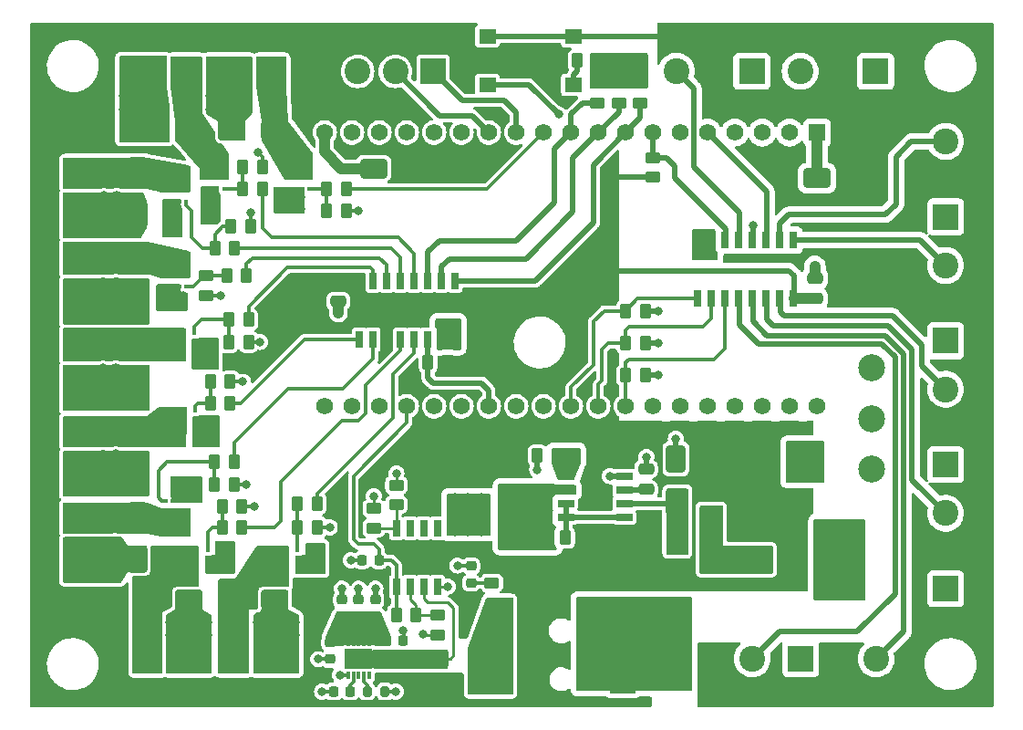
<source format=gtl>
G04 #@! TF.GenerationSoftware,KiCad,Pcbnew,7.0.7*
G04 #@! TF.CreationDate,2023-09-27T11:52:31+02:00*
G04 #@! TF.ProjectId,PCB_Layout_MOSFET,5043425f-4c61-4796-9f75-745f4d4f5346,rev?*
G04 #@! TF.SameCoordinates,Original*
G04 #@! TF.FileFunction,Copper,L1,Top*
G04 #@! TF.FilePolarity,Positive*
%FSLAX46Y46*%
G04 Gerber Fmt 4.6, Leading zero omitted, Abs format (unit mm)*
G04 Created by KiCad (PCBNEW 7.0.7) date 2023-09-27 11:52:31*
%MOMM*%
%LPD*%
G01*
G04 APERTURE LIST*
G04 Aperture macros list*
%AMRoundRect*
0 Rectangle with rounded corners*
0 $1 Rounding radius*
0 $2 $3 $4 $5 $6 $7 $8 $9 X,Y pos of 4 corners*
0 Add a 4 corners polygon primitive as box body*
4,1,4,$2,$3,$4,$5,$6,$7,$8,$9,$2,$3,0*
0 Add four circle primitives for the rounded corners*
1,1,$1+$1,$2,$3*
1,1,$1+$1,$4,$5*
1,1,$1+$1,$6,$7*
1,1,$1+$1,$8,$9*
0 Add four rect primitives between the rounded corners*
20,1,$1+$1,$2,$3,$4,$5,0*
20,1,$1+$1,$4,$5,$6,$7,0*
20,1,$1+$1,$6,$7,$8,$9,0*
20,1,$1+$1,$8,$9,$2,$3,0*%
G04 Aperture macros list end*
G04 #@! TA.AperFunction,SMDPad,CuDef*
%ADD10R,2.400000X2.800000*%
G04 #@! TD*
G04 #@! TA.AperFunction,ComponentPad*
%ADD11R,1.560000X1.560000*%
G04 #@! TD*
G04 #@! TA.AperFunction,ComponentPad*
%ADD12C,1.560000*%
G04 #@! TD*
G04 #@! TA.AperFunction,SMDPad,CuDef*
%ADD13RoundRect,0.250000X1.500000X0.550000X-1.500000X0.550000X-1.500000X-0.550000X1.500000X-0.550000X0*%
G04 #@! TD*
G04 #@! TA.AperFunction,SMDPad,CuDef*
%ADD14RoundRect,0.250000X-1.500000X-0.550000X1.500000X-0.550000X1.500000X0.550000X-1.500000X0.550000X0*%
G04 #@! TD*
G04 #@! TA.AperFunction,SMDPad,CuDef*
%ADD15R,1.528000X0.650000*%
G04 #@! TD*
G04 #@! TA.AperFunction,SMDPad,CuDef*
%ADD16R,0.650000X1.528000*%
G04 #@! TD*
G04 #@! TA.AperFunction,SMDPad,CuDef*
%ADD17R,1.600000X1.400000*%
G04 #@! TD*
G04 #@! TA.AperFunction,SMDPad,CuDef*
%ADD18RoundRect,0.250000X-0.312500X-0.625000X0.312500X-0.625000X0.312500X0.625000X-0.312500X0.625000X0*%
G04 #@! TD*
G04 #@! TA.AperFunction,SMDPad,CuDef*
%ADD19RoundRect,0.250000X1.000000X0.650000X-1.000000X0.650000X-1.000000X-0.650000X1.000000X-0.650000X0*%
G04 #@! TD*
G04 #@! TA.AperFunction,SMDPad,CuDef*
%ADD20RoundRect,0.250000X0.650000X-1.000000X0.650000X1.000000X-0.650000X1.000000X-0.650000X-1.000000X0*%
G04 #@! TD*
G04 #@! TA.AperFunction,SMDPad,CuDef*
%ADD21RoundRect,0.250000X-1.000000X-0.650000X1.000000X-0.650000X1.000000X0.650000X-1.000000X0.650000X0*%
G04 #@! TD*
G04 #@! TA.AperFunction,SMDPad,CuDef*
%ADD22R,0.400000X0.400000*%
G04 #@! TD*
G04 #@! TA.AperFunction,SMDPad,CuDef*
%ADD23R,0.400000X0.300000*%
G04 #@! TD*
G04 #@! TA.AperFunction,SMDPad,CuDef*
%ADD24R,2.650000X2.200000*%
G04 #@! TD*
G04 #@! TA.AperFunction,SMDPad,CuDef*
%ADD25R,0.300000X0.400000*%
G04 #@! TD*
G04 #@! TA.AperFunction,SMDPad,CuDef*
%ADD26R,2.200000X2.650000*%
G04 #@! TD*
G04 #@! TA.AperFunction,SMDPad,CuDef*
%ADD27R,0.300000X0.750000*%
G04 #@! TD*
G04 #@! TA.AperFunction,SMDPad,CuDef*
%ADD28R,2.550000X1.850000*%
G04 #@! TD*
G04 #@! TA.AperFunction,SMDPad,CuDef*
%ADD29RoundRect,0.250000X-0.262500X-0.450000X0.262500X-0.450000X0.262500X0.450000X-0.262500X0.450000X0*%
G04 #@! TD*
G04 #@! TA.AperFunction,ComponentPad*
%ADD30C,2.500000*%
G04 #@! TD*
G04 #@! TA.AperFunction,ComponentPad*
%ADD31R,2.400000X2.400000*%
G04 #@! TD*
G04 #@! TA.AperFunction,ComponentPad*
%ADD32C,2.400000*%
G04 #@! TD*
G04 #@! TA.AperFunction,SMDPad,CuDef*
%ADD33RoundRect,0.250000X0.262500X0.450000X-0.262500X0.450000X-0.262500X-0.450000X0.262500X-0.450000X0*%
G04 #@! TD*
G04 #@! TA.AperFunction,SMDPad,CuDef*
%ADD34RoundRect,0.250000X-0.450000X0.262500X-0.450000X-0.262500X0.450000X-0.262500X0.450000X0.262500X0*%
G04 #@! TD*
G04 #@! TA.AperFunction,SMDPad,CuDef*
%ADD35R,0.700000X1.550000*%
G04 #@! TD*
G04 #@! TA.AperFunction,SMDPad,CuDef*
%ADD36RoundRect,0.250000X0.375000X1.075000X-0.375000X1.075000X-0.375000X-1.075000X0.375000X-1.075000X0*%
G04 #@! TD*
G04 #@! TA.AperFunction,SMDPad,CuDef*
%ADD37RoundRect,0.225000X-0.225000X-0.250000X0.225000X-0.250000X0.225000X0.250000X-0.225000X0.250000X0*%
G04 #@! TD*
G04 #@! TA.AperFunction,SMDPad,CuDef*
%ADD38RoundRect,0.250000X0.475000X-0.250000X0.475000X0.250000X-0.475000X0.250000X-0.475000X-0.250000X0*%
G04 #@! TD*
G04 #@! TA.AperFunction,SMDPad,CuDef*
%ADD39RoundRect,0.250000X-1.950000X-1.000000X1.950000X-1.000000X1.950000X1.000000X-1.950000X1.000000X0*%
G04 #@! TD*
G04 #@! TA.AperFunction,SMDPad,CuDef*
%ADD40RoundRect,0.250000X-0.475000X0.250000X-0.475000X-0.250000X0.475000X-0.250000X0.475000X0.250000X0*%
G04 #@! TD*
G04 #@! TA.AperFunction,SMDPad,CuDef*
%ADD41RoundRect,0.225000X0.250000X-0.225000X0.250000X0.225000X-0.250000X0.225000X-0.250000X-0.225000X0*%
G04 #@! TD*
G04 #@! TA.AperFunction,SMDPad,CuDef*
%ADD42RoundRect,0.250000X-0.850000X0.375000X-0.850000X-0.375000X0.850000X-0.375000X0.850000X0.375000X0*%
G04 #@! TD*
G04 #@! TA.AperFunction,SMDPad,CuDef*
%ADD43RoundRect,0.218750X-0.256250X0.218750X-0.256250X-0.218750X0.256250X-0.218750X0.256250X0.218750X0*%
G04 #@! TD*
G04 #@! TA.AperFunction,SMDPad,CuDef*
%ADD44RoundRect,0.250000X0.450000X-0.262500X0.450000X0.262500X-0.450000X0.262500X-0.450000X-0.262500X0*%
G04 #@! TD*
G04 #@! TA.AperFunction,SMDPad,CuDef*
%ADD45RoundRect,0.200000X0.200000X0.275000X-0.200000X0.275000X-0.200000X-0.275000X0.200000X-0.275000X0*%
G04 #@! TD*
G04 #@! TA.AperFunction,SMDPad,CuDef*
%ADD46RoundRect,0.225000X0.225000X0.250000X-0.225000X0.250000X-0.225000X-0.250000X0.225000X-0.250000X0*%
G04 #@! TD*
G04 #@! TA.AperFunction,SMDPad,CuDef*
%ADD47RoundRect,0.225000X-0.250000X0.225000X-0.250000X-0.225000X0.250000X-0.225000X0.250000X0.225000X0*%
G04 #@! TD*
G04 #@! TA.AperFunction,ViaPad*
%ADD48C,0.800000*%
G04 #@! TD*
G04 #@! TA.AperFunction,Conductor*
%ADD49C,0.500000*%
G04 #@! TD*
G04 #@! TA.AperFunction,Conductor*
%ADD50C,1.000000*%
G04 #@! TD*
G04 #@! TA.AperFunction,Conductor*
%ADD51C,0.300000*%
G04 #@! TD*
G04 #@! TA.AperFunction,Conductor*
%ADD52C,0.250000*%
G04 #@! TD*
G04 APERTURE END LIST*
D10*
X143057500Y-132100000D03*
X143057500Y-138200000D03*
X154457500Y-138200000D03*
X154457500Y-132100000D03*
D11*
X172510000Y-87477500D03*
D12*
X169970000Y-87477500D03*
X167430000Y-87477500D03*
X164890000Y-87477500D03*
X162350000Y-87477500D03*
X159810000Y-87477500D03*
X157270000Y-87477500D03*
X154730000Y-87477500D03*
X152190000Y-87477500D03*
X149650000Y-87477500D03*
X147110000Y-87477500D03*
X144570000Y-87477500D03*
X142030000Y-87477500D03*
X139490000Y-87477500D03*
X136950000Y-87477500D03*
X134410000Y-87477500D03*
X131870000Y-87477500D03*
X129330000Y-87477500D03*
X126790000Y-87477500D03*
X172510000Y-112877500D03*
X169970000Y-112877500D03*
X167430000Y-112877500D03*
X164890000Y-112877500D03*
X162350000Y-112877500D03*
X159810000Y-112877500D03*
X157270000Y-112877500D03*
X154730000Y-112877500D03*
X152190000Y-112877500D03*
X149650000Y-112877500D03*
X147110000Y-112877500D03*
X144570000Y-112877500D03*
X142030000Y-112877500D03*
X139490000Y-112877500D03*
X136950000Y-112877500D03*
X134410000Y-112877500D03*
X131870000Y-112877500D03*
X129330000Y-112877500D03*
X126790000Y-112877500D03*
D13*
X145550000Y-122900000D03*
X140150000Y-122900000D03*
D14*
X166000000Y-118000000D03*
X171400000Y-118000000D03*
D15*
X154611000Y-123155000D03*
X154611000Y-121885000D03*
X154611000Y-120615000D03*
X154611000Y-119345000D03*
X149189000Y-119345000D03*
X149189000Y-120615000D03*
X149189000Y-121885000D03*
X149189000Y-123155000D03*
D16*
X133445000Y-124189000D03*
X134715000Y-124189000D03*
X135985000Y-124189000D03*
X137255000Y-124189000D03*
X137255000Y-129611000D03*
X135985000Y-129611000D03*
X134715000Y-129611000D03*
X133445000Y-129611000D03*
D17*
X149900000Y-83050000D03*
X141900000Y-83050000D03*
X149900000Y-78550000D03*
X141900000Y-78550000D03*
D18*
X140662500Y-136300000D03*
X137737500Y-136300000D03*
X137737500Y-136300000D03*
X140662500Y-136300000D03*
D19*
X122150000Y-130800000D03*
X118150000Y-130800000D03*
D20*
X159400000Y-121750000D03*
X159400000Y-117750000D03*
X109400000Y-103050000D03*
X109400000Y-99050000D03*
D21*
X118150000Y-87300000D03*
X122150000Y-87300000D03*
D19*
X114150000Y-130800000D03*
X110150000Y-130800000D03*
D20*
X109400000Y-119050000D03*
X109400000Y-115050000D03*
D21*
X131340489Y-90809511D03*
X135340489Y-90809511D03*
D19*
X176510000Y-91709511D03*
X172510000Y-91709511D03*
D21*
X110150000Y-87300000D03*
X114150000Y-87300000D03*
D20*
X109400000Y-95050000D03*
X109400000Y-91050000D03*
X109400000Y-127050000D03*
X109400000Y-123050000D03*
X109400000Y-111050000D03*
X109400000Y-107050000D03*
D22*
X123425000Y-92700000D03*
X124075000Y-92700000D03*
X124725000Y-92700000D03*
X125375000Y-92700000D03*
D23*
X125375000Y-89550000D03*
X124725000Y-89550000D03*
X124075000Y-89550000D03*
X123425000Y-89550000D03*
D24*
X124400000Y-90800000D03*
D22*
X124275000Y-128175000D03*
X124275000Y-127525000D03*
X124275000Y-126875000D03*
X124275000Y-126225000D03*
D25*
X121125000Y-126225000D03*
X121125000Y-126875000D03*
X121125000Y-127525000D03*
X121125000Y-128175000D03*
D26*
X122375000Y-127200000D03*
D22*
X115920000Y-128175000D03*
X115920000Y-127525000D03*
X115920000Y-126875000D03*
X115920000Y-126225000D03*
D25*
X112770000Y-126225000D03*
X112770000Y-126875000D03*
X112770000Y-127525000D03*
X112770000Y-128175000D03*
D26*
X114020000Y-127200000D03*
D22*
X113975000Y-121625000D03*
X113325000Y-121625000D03*
X112675000Y-121625000D03*
X112025000Y-121625000D03*
D23*
X112025000Y-124775000D03*
X112675000Y-124775000D03*
X113325000Y-124775000D03*
X113975000Y-124775000D03*
D24*
X113000000Y-123525000D03*
D22*
X114755000Y-115225000D03*
X114755000Y-114575000D03*
X114755000Y-113925000D03*
X114755000Y-113275000D03*
D25*
X111605000Y-113275000D03*
X111605000Y-113925000D03*
X111605000Y-114575000D03*
X111605000Y-115225000D03*
D26*
X112855000Y-114250000D03*
D22*
X114700000Y-108025000D03*
X114700000Y-107375000D03*
X114700000Y-106725000D03*
X114700000Y-106075000D03*
D25*
X111550000Y-106075000D03*
X111550000Y-106725000D03*
X111550000Y-107375000D03*
X111550000Y-108025000D03*
D26*
X112800000Y-107050000D03*
D22*
X111975000Y-101800000D03*
X112625000Y-101800000D03*
X113275000Y-101800000D03*
X113925000Y-101800000D03*
D23*
X113925000Y-98650000D03*
X113275000Y-98650000D03*
X112625000Y-98650000D03*
X111975000Y-98650000D03*
D24*
X112950000Y-99900000D03*
D22*
X111975000Y-93870000D03*
X112625000Y-93870000D03*
X113275000Y-93870000D03*
X113925000Y-93870000D03*
D23*
X113925000Y-90720000D03*
X113275000Y-90720000D03*
X112625000Y-90720000D03*
X111975000Y-90720000D03*
D24*
X112950000Y-91970000D03*
D22*
X115525000Y-92700000D03*
X116175000Y-92700000D03*
X116825000Y-92700000D03*
X117475000Y-92700000D03*
D23*
X117475000Y-89550000D03*
X116825000Y-89550000D03*
X116175000Y-89550000D03*
X115525000Y-89550000D03*
D24*
X116500000Y-90800000D03*
D27*
X128950000Y-137800000D03*
X129450000Y-137800000D03*
X129950000Y-137800000D03*
X130450000Y-137800000D03*
X130950000Y-137800000D03*
X130950000Y-134800000D03*
X130450000Y-134800000D03*
X129950000Y-134800000D03*
X129450000Y-134800000D03*
X128950000Y-134800000D03*
D28*
X129950000Y-136300000D03*
D29*
X116187500Y-110600000D03*
X118012500Y-110600000D03*
D30*
X177550000Y-114000000D03*
X177550000Y-118700000D03*
X177550000Y-109300000D03*
D31*
X184450000Y-118300000D03*
D32*
X184450000Y-114800000D03*
X184450000Y-111300000D03*
D29*
X117287500Y-122150000D03*
X119112500Y-122150000D03*
X119187500Y-92700000D03*
X121012500Y-92700000D03*
D31*
X166450000Y-81800000D03*
D32*
X162950000Y-81800000D03*
X159450000Y-81800000D03*
D31*
X184450000Y-129800000D03*
D32*
X184450000Y-126300000D03*
X184450000Y-122800000D03*
D29*
X147337500Y-125050000D03*
X149162500Y-125050000D03*
D33*
X156552989Y-104009511D03*
X154727989Y-104009511D03*
D29*
X117887500Y-104850000D03*
X119712500Y-104850000D03*
D34*
X115800000Y-100787500D03*
X115800000Y-102612500D03*
D35*
X130005000Y-106675000D03*
X131275000Y-106675000D03*
X132545000Y-106675000D03*
X133815000Y-106675000D03*
X135085000Y-106675000D03*
X136355000Y-106675000D03*
X137625000Y-106675000D03*
X138895000Y-106675000D03*
X138895000Y-101225000D03*
X137625000Y-101225000D03*
X136355000Y-101225000D03*
X135085000Y-101225000D03*
X133815000Y-101225000D03*
X132545000Y-101225000D03*
X131275000Y-101225000D03*
X130005000Y-101225000D03*
D31*
X136850000Y-81800000D03*
D32*
X133350000Y-81800000D03*
X129850000Y-81800000D03*
X126350000Y-81800000D03*
D36*
X162700000Y-125300000D03*
X159900000Y-125300000D03*
D37*
X130275000Y-127150000D03*
X131825000Y-127150000D03*
D34*
X156100000Y-82887500D03*
X156100000Y-84712500D03*
D31*
X110350000Y-136300000D03*
D32*
X113850000Y-136300000D03*
D31*
X184450000Y-95300000D03*
D32*
X184450000Y-91800000D03*
X184450000Y-88300000D03*
D38*
X128050000Y-103125000D03*
X128050000Y-101225000D03*
D39*
X166217500Y-127150000D03*
X174617500Y-127150000D03*
D31*
X103900000Y-99300000D03*
D32*
X103900000Y-102800000D03*
D29*
X117687500Y-100787500D03*
X119512500Y-100787500D03*
X146537500Y-117450000D03*
X148362500Y-117450000D03*
D31*
X177950000Y-81800000D03*
D32*
X174450000Y-81800000D03*
X170950000Y-81800000D03*
D29*
X116537500Y-120100000D03*
X118362500Y-120100000D03*
D31*
X171000000Y-136300000D03*
D32*
X174500000Y-136300000D03*
X178000000Y-136300000D03*
D40*
X172300000Y-101000000D03*
X172300000Y-102900000D03*
D29*
X119187500Y-90650000D03*
X121012500Y-90650000D03*
D31*
X118350000Y-136300000D03*
D32*
X121850000Y-136300000D03*
D41*
X129950000Y-132385000D03*
X129950000Y-130835000D03*
X128397500Y-132385000D03*
X128397500Y-130835000D03*
D29*
X116587500Y-98200000D03*
X118412500Y-98200000D03*
X124275000Y-121900000D03*
X126100000Y-121900000D03*
D38*
X156650000Y-120600000D03*
X156650000Y-118700000D03*
D41*
X131497500Y-132385000D03*
X131497500Y-130835000D03*
D29*
X116187500Y-112600000D03*
X118012500Y-112600000D03*
X117287500Y-124150000D03*
X119112500Y-124150000D03*
D35*
X170302989Y-97452500D03*
X169032989Y-97452500D03*
X167762989Y-97452500D03*
X166492989Y-97452500D03*
X165222989Y-97452500D03*
X163952989Y-97452500D03*
X162682989Y-97452500D03*
X161412989Y-97452500D03*
X161412989Y-102902500D03*
X162682989Y-102902500D03*
X163952989Y-102902500D03*
X165222989Y-102902500D03*
X166492989Y-102902500D03*
X167762989Y-102902500D03*
X169032989Y-102902500D03*
X170302989Y-102902500D03*
D31*
X103900000Y-123300000D03*
D32*
X103900000Y-126800000D03*
D29*
X117887500Y-106900000D03*
X119712500Y-106900000D03*
D31*
X103900000Y-91300000D03*
D32*
X103900000Y-94800000D03*
D33*
X138212500Y-108800000D03*
X136387500Y-108800000D03*
D42*
X162700000Y-120625000D03*
X162700000Y-122775000D03*
D29*
X126987500Y-92700000D03*
X128812500Y-92700000D03*
D43*
X140400000Y-127687500D03*
X140400000Y-129262500D03*
D29*
X150237500Y-80800000D03*
X152062500Y-80800000D03*
D44*
X157250000Y-91612500D03*
X157250000Y-89787500D03*
D31*
X159500000Y-136300000D03*
D32*
X163000000Y-136300000D03*
X166500000Y-136300000D03*
D33*
X156552989Y-107009511D03*
X154727989Y-107009511D03*
D31*
X184450000Y-106800000D03*
D32*
X184450000Y-103300000D03*
X184450000Y-99800000D03*
D29*
X150037500Y-117450000D03*
X151862500Y-117450000D03*
D34*
X154100000Y-82887500D03*
X154100000Y-84712500D03*
D29*
X116537500Y-118050000D03*
X118362500Y-118050000D03*
D31*
X103900000Y-107300000D03*
D32*
X103900000Y-110800000D03*
D29*
X133445000Y-132250000D03*
X135270000Y-132250000D03*
D45*
X132372500Y-139335000D03*
X130722500Y-139335000D03*
D29*
X118087500Y-96200000D03*
X119912500Y-96200000D03*
D46*
X129172500Y-139335000D03*
X127622500Y-139335000D03*
D34*
X152100000Y-82887500D03*
X152100000Y-84712500D03*
D31*
X113850000Y-81800000D03*
D32*
X110350000Y-81800000D03*
D44*
X131350000Y-124162500D03*
X131350000Y-122337500D03*
X142300000Y-129262500D03*
X142300000Y-127437500D03*
D37*
X132525000Y-134650000D03*
X134075000Y-134650000D03*
D33*
X156552989Y-110009511D03*
X154727989Y-110009511D03*
D34*
X137250000Y-132250000D03*
X137250000Y-134075000D03*
X133450000Y-120187500D03*
X133450000Y-122012500D03*
D31*
X121850000Y-81800000D03*
D32*
X118350000Y-81800000D03*
D31*
X103900000Y-115300000D03*
D32*
X103900000Y-118800000D03*
D29*
X126987500Y-94700000D03*
X128812500Y-94700000D03*
D47*
X127300000Y-134800000D03*
X127300000Y-136350000D03*
D29*
X124275000Y-124100000D03*
X126100000Y-124100000D03*
D48*
X157900000Y-138550000D03*
X157900000Y-134050000D03*
X174000000Y-130400000D03*
X175250000Y-129150000D03*
X172750000Y-129150000D03*
X174000000Y-129150000D03*
X176500000Y-130400000D03*
X176500000Y-129150000D03*
X175250000Y-130400000D03*
X172750000Y-130400000D03*
X153650000Y-128300000D03*
X120600000Y-89300000D03*
X115450000Y-109000000D03*
X139100000Y-127650000D03*
X126450000Y-125950000D03*
X137600000Y-105300000D03*
X162700000Y-98850000D03*
X172750000Y-125100000D03*
X175250000Y-125100000D03*
X116700000Y-93500000D03*
X141350000Y-124500000D03*
X117000000Y-126850000D03*
X115650000Y-94550000D03*
X155150000Y-135550000D03*
X129950000Y-129800000D03*
X125400000Y-125950000D03*
X126200000Y-136350000D03*
X176500000Y-123850000D03*
X153200000Y-81800000D03*
X124550000Y-94550000D03*
X127250000Y-124100000D03*
X112900000Y-119800000D03*
X152400000Y-134050000D03*
X112100000Y-95750000D03*
X123500000Y-94550000D03*
X120800000Y-106900000D03*
X151150000Y-135550000D03*
X113650000Y-102600000D03*
X131350000Y-121200000D03*
X153200000Y-80700000D03*
X126450000Y-128050000D03*
X116500000Y-109000000D03*
X112600000Y-103650000D03*
X113150000Y-96800000D03*
X115650000Y-95600000D03*
X125400000Y-127000000D03*
X155150000Y-134050000D03*
X120250000Y-122150000D03*
X140100000Y-121350000D03*
X152400000Y-138550000D03*
X176500000Y-125100000D03*
X152400000Y-135550000D03*
X118050000Y-125800000D03*
X170150000Y-116550000D03*
X156650000Y-132550000D03*
X171400000Y-119450000D03*
X113950000Y-119800000D03*
X174000000Y-123850000D03*
X111550000Y-103650000D03*
X153250000Y-119350000D03*
X157740489Y-107009511D03*
X115650000Y-93500000D03*
X112100000Y-96800000D03*
X126550000Y-139350000D03*
X157740489Y-104009511D03*
X115450000Y-106900000D03*
X151150000Y-137050000D03*
X117000000Y-127900000D03*
X138900000Y-105300000D03*
X146530000Y-118750000D03*
X172650000Y-119450000D03*
X141350000Y-121350000D03*
X115550000Y-115150000D03*
X113150000Y-95750000D03*
X116700000Y-94550000D03*
X117100000Y-102600000D03*
X134100000Y-133700000D03*
X153900000Y-134050000D03*
X113950000Y-120850000D03*
X172300000Y-99900000D03*
X156200000Y-81800000D03*
X116600000Y-115150000D03*
X128400000Y-129800000D03*
X118050000Y-127900000D03*
X124550000Y-93500000D03*
X129200000Y-127150000D03*
X151150000Y-138550000D03*
X123500000Y-93500000D03*
X119200000Y-110600000D03*
X156650000Y-137050000D03*
X161450000Y-98850000D03*
X122450000Y-93500000D03*
X172750000Y-123850000D03*
X159150000Y-132550000D03*
X157900000Y-131050000D03*
X116600000Y-116200000D03*
X138850000Y-124500000D03*
X160400000Y-131050000D03*
X115550000Y-114100000D03*
X153900000Y-135550000D03*
X156200000Y-80700000D03*
X113650000Y-103650000D03*
X175250000Y-123850000D03*
X160400000Y-134050000D03*
X135900000Y-134050000D03*
X116700000Y-95600000D03*
X138850000Y-121350000D03*
X159150000Y-134050000D03*
X156650000Y-117600000D03*
X154700000Y-81800000D03*
X157900000Y-132550000D03*
X129900000Y-94700000D03*
X112100000Y-94700000D03*
X112900000Y-120850000D03*
X160400000Y-138550000D03*
X138200000Y-129600000D03*
X116600000Y-114100000D03*
X115550000Y-116200000D03*
X156650000Y-131050000D03*
X115000000Y-120850000D03*
X131500000Y-129800000D03*
X119500000Y-120100000D03*
X156650000Y-138550000D03*
X117000000Y-125800000D03*
X156650000Y-135550000D03*
X170150000Y-119450000D03*
X160400000Y-132550000D03*
X172650000Y-116550000D03*
X126450000Y-127000000D03*
X157740489Y-110009511D03*
X156650000Y-134050000D03*
X159150000Y-138550000D03*
X154700000Y-80700000D03*
X111550000Y-102600000D03*
X119900000Y-94900000D03*
X140100000Y-124500000D03*
X159150000Y-131050000D03*
X171400000Y-116550000D03*
X122450000Y-94550000D03*
X128050000Y-104250000D03*
X125400000Y-128050000D03*
X112600000Y-102600000D03*
X128200000Y-137800000D03*
X113150000Y-94700000D03*
X115450000Y-107950000D03*
X151150000Y-134050000D03*
X116500000Y-107950000D03*
X159400000Y-115900000D03*
X118050000Y-126850000D03*
X116500000Y-106900000D03*
X174000000Y-125100000D03*
X115000000Y-119800000D03*
X152400000Y-137050000D03*
X166550000Y-96050000D03*
X107400000Y-104800000D03*
X109250000Y-85300000D03*
X143900000Y-125800000D03*
X120575000Y-134100000D03*
X133450000Y-119100000D03*
X115925000Y-134100000D03*
X127700000Y-133600000D03*
X118500000Y-85300000D03*
X107500000Y-95650000D03*
X128600000Y-133600000D03*
X115900000Y-132900000D03*
X107400000Y-117300000D03*
X108075000Y-84100000D03*
X107300000Y-128850000D03*
X145000000Y-121600000D03*
X122900000Y-132900000D03*
X106200000Y-112825000D03*
X106200000Y-102475000D03*
X106200000Y-119675000D03*
X106300000Y-94475000D03*
X106100000Y-126525000D03*
X131300000Y-133600000D03*
X132200000Y-133600000D03*
X106200000Y-117325000D03*
X122925000Y-134100000D03*
X107500000Y-94450000D03*
X113550000Y-132900000D03*
X119650000Y-85300000D03*
X120550000Y-132900000D03*
X106200000Y-110475000D03*
X106200000Y-104825000D03*
X107300000Y-127700000D03*
X107400000Y-110450000D03*
X106200000Y-101325000D03*
X124050000Y-132900000D03*
X112425000Y-134100000D03*
X143900000Y-120500000D03*
X107300000Y-125350000D03*
X114775000Y-134100000D03*
X107400000Y-103650000D03*
X117300000Y-85300000D03*
X121725000Y-134100000D03*
X147200000Y-121600000D03*
X107400000Y-112800000D03*
X130400000Y-133600000D03*
X107400000Y-118450000D03*
X143900000Y-121600000D03*
X124075000Y-134100000D03*
X106200000Y-109325000D03*
X106200000Y-103675000D03*
X111600000Y-85300000D03*
X133400000Y-139350000D03*
X107500000Y-93300000D03*
X129500000Y-133600000D03*
X107300000Y-126500000D03*
X107400000Y-109300000D03*
X107400000Y-102450000D03*
X107400000Y-101300000D03*
X106100000Y-125375000D03*
X116125000Y-84100000D03*
X107400000Y-111650000D03*
X107400000Y-119650000D03*
X106200000Y-111675000D03*
X121700000Y-132900000D03*
X107500000Y-96800000D03*
X108100000Y-85300000D03*
X106100000Y-128875000D03*
X145000000Y-124600000D03*
X106300000Y-95675000D03*
X106200000Y-120825000D03*
X113575000Y-134100000D03*
X145000000Y-120500000D03*
X143900000Y-124600000D03*
X111575000Y-84100000D03*
X110450000Y-85300000D03*
X106200000Y-118475000D03*
X118475000Y-84100000D03*
X106300000Y-93325000D03*
X116150000Y-85300000D03*
X117275000Y-84100000D03*
X145000000Y-125800000D03*
X112400000Y-132900000D03*
X107400000Y-120800000D03*
X109225000Y-84100000D03*
X106300000Y-96825000D03*
X110425000Y-84100000D03*
X106100000Y-127725000D03*
X114750000Y-132900000D03*
X147200000Y-120500000D03*
X119625000Y-84100000D03*
X148500000Y-85800000D03*
X142500000Y-135200000D03*
D49*
X149900000Y-78550000D02*
X159700000Y-78550000D01*
X159700000Y-78550000D02*
X162950000Y-81800000D01*
X141900000Y-78550000D02*
X149900000Y-78550000D01*
D50*
X170347500Y-102900000D02*
X170345000Y-102902500D01*
D49*
X169900000Y-100300000D02*
X152150000Y-100300000D01*
D50*
X172300000Y-102900000D02*
X170347500Y-102900000D01*
D49*
X157250000Y-91612500D02*
X153112500Y-91612500D01*
X170345000Y-100745000D02*
X169900000Y-100300000D01*
X170345000Y-102902500D02*
X170345000Y-100745000D01*
D50*
X128050000Y-101225000D02*
X130005000Y-101225000D01*
D51*
X119112500Y-122150000D02*
X120250000Y-122150000D01*
X119912500Y-96200000D02*
X119912500Y-94912500D01*
D52*
X138188000Y-129612000D02*
X138200000Y-129600000D01*
X135925000Y-134075000D02*
X135900000Y-134050000D01*
D50*
X128050000Y-103125000D02*
X128050000Y-104250000D01*
D49*
X159412500Y-117737500D02*
X159400000Y-117750000D01*
X131497500Y-130835000D02*
X131497500Y-129802500D01*
D51*
X134125000Y-134800000D02*
X134125000Y-133725000D01*
D49*
X146537500Y-118742500D02*
X146530000Y-118750000D01*
X154612000Y-119345000D02*
X153255000Y-119345000D01*
X156650000Y-118700000D02*
X156650000Y-117600000D01*
D51*
X118012500Y-110600000D02*
X119200000Y-110600000D01*
X126565000Y-139335000D02*
X126550000Y-139350000D01*
D49*
X156552989Y-107009511D02*
X157740489Y-107009511D01*
X128397500Y-130835000D02*
X128397500Y-129802500D01*
D51*
X118362500Y-120100000D02*
X119500000Y-120100000D01*
D49*
X146537500Y-117450000D02*
X146537500Y-118742500D01*
D52*
X137255000Y-129612000D02*
X138188000Y-129612000D01*
D51*
X119712500Y-106900000D02*
X120800000Y-106900000D01*
X126100000Y-124100000D02*
X127250000Y-124100000D01*
D49*
X159400000Y-117750000D02*
X159400000Y-115900000D01*
D52*
X137250000Y-134075000D02*
X135925000Y-134075000D01*
D49*
X128397500Y-129802500D02*
X128400000Y-129800000D01*
D51*
X139137500Y-127687500D02*
X139100000Y-127650000D01*
X117087500Y-102612500D02*
X117100000Y-102600000D01*
X130275000Y-127150000D02*
X129200000Y-127150000D01*
X127300000Y-136350000D02*
X126200000Y-136350000D01*
X140400000Y-127687500D02*
X139137500Y-127687500D01*
X121012500Y-89712500D02*
X120600000Y-89300000D01*
D49*
X156552989Y-110009511D02*
X157740489Y-110009511D01*
X131497500Y-129802500D02*
X131500000Y-129800000D01*
D51*
X121012500Y-90650000D02*
X121012500Y-89712500D01*
D49*
X129950000Y-130835000D02*
X129950000Y-129800000D01*
D51*
X119912500Y-94912500D02*
X119900000Y-94900000D01*
X134125000Y-133725000D02*
X134100000Y-133700000D01*
D49*
X153255000Y-119345000D02*
X153250000Y-119350000D01*
D51*
X128812500Y-94700000D02*
X129900000Y-94700000D01*
X115800000Y-102612500D02*
X117087500Y-102612500D01*
X127622500Y-139335000D02*
X126565000Y-139335000D01*
D49*
X156552989Y-104009511D02*
X157740489Y-104009511D01*
D51*
X128950000Y-137800000D02*
X128200000Y-137800000D01*
D52*
X131350000Y-122337500D02*
X131350000Y-121200000D01*
D50*
X172300000Y-101000000D02*
X172300000Y-99900000D01*
D49*
X170345000Y-97452500D02*
X182102500Y-97452500D01*
X182102500Y-97452500D02*
X184450000Y-99800000D01*
X169032989Y-97452500D02*
X169032989Y-95917011D01*
X169032989Y-95917011D02*
X169840489Y-95109511D01*
X178840489Y-95109511D02*
X179840489Y-94109511D01*
X181250000Y-88300000D02*
X184450000Y-88300000D01*
X179840489Y-94109511D02*
X179840489Y-89709511D01*
X179840489Y-89709511D02*
X181250000Y-88300000D01*
X169840489Y-95109511D02*
X178840489Y-95109511D01*
D51*
X134410000Y-114390000D02*
X134410000Y-112877500D01*
X129900000Y-125650000D02*
X129450000Y-125200000D01*
X133000000Y-127150000D02*
X131825000Y-127150000D01*
X129450000Y-119350000D02*
X134410000Y-114390000D01*
X133445000Y-129612000D02*
X133445000Y-132250000D01*
X131350000Y-125650000D02*
X129900000Y-125650000D01*
X133445000Y-127595000D02*
X133000000Y-127150000D01*
X131825000Y-127150000D02*
X131825000Y-126125000D01*
X129450000Y-125200000D02*
X129450000Y-119350000D01*
X133445000Y-129612000D02*
X133445000Y-127595000D01*
X131825000Y-126125000D02*
X131350000Y-125650000D01*
D50*
X126790000Y-89259022D02*
X128340489Y-90809511D01*
X126790000Y-87477500D02*
X126790000Y-89259022D01*
X128340489Y-90809511D02*
X131340489Y-90809511D01*
D49*
X167805000Y-97452500D02*
X167805000Y-92932500D01*
X167805000Y-92932500D02*
X162350000Y-87477500D01*
X157270000Y-89767500D02*
X157250000Y-89787500D01*
X159300000Y-91700000D02*
X159300000Y-90600000D01*
X163995000Y-96395000D02*
X159300000Y-91700000D01*
X158487500Y-89787500D02*
X157250000Y-89787500D01*
X157270000Y-87477500D02*
X157270000Y-89767500D01*
X159300000Y-90600000D02*
X158487500Y-89787500D01*
X163995000Y-97452500D02*
X163995000Y-96395000D01*
D51*
X151740489Y-109009511D02*
X151740489Y-105009511D01*
X161412989Y-102902500D02*
X155835000Y-102902500D01*
X149650000Y-111100000D02*
X151740489Y-109009511D01*
X155835000Y-102902500D02*
X154727989Y-104009511D01*
X149650000Y-112877500D02*
X149650000Y-111100000D01*
X152740489Y-104009511D02*
X154727989Y-104009511D01*
X151740489Y-105009511D02*
X152740489Y-104009511D01*
X152190000Y-110860000D02*
X152540489Y-110509511D01*
X161940489Y-105509511D02*
X162682989Y-104767011D01*
X162682989Y-104767011D02*
X162682989Y-102902500D01*
X152190000Y-112877500D02*
X152190000Y-110860000D01*
X152540489Y-110509511D02*
X152540489Y-107609511D01*
X153140489Y-107009511D02*
X154727989Y-107009511D01*
X155040489Y-105509511D02*
X161940489Y-105509511D01*
X152540489Y-107609511D02*
X153140489Y-107009511D01*
X154727989Y-107009511D02*
X154727989Y-105822011D01*
X154727989Y-105822011D02*
X155040489Y-105509511D01*
X162940489Y-108509511D02*
X163952989Y-107497011D01*
X154727989Y-110009511D02*
X154727989Y-108822011D01*
X155040489Y-108509511D02*
X162940489Y-108509511D01*
X154730000Y-110011522D02*
X154727989Y-110009511D01*
X154727989Y-108822011D02*
X155040489Y-108509511D01*
X163952989Y-107497011D02*
X163952989Y-102902500D01*
X154730000Y-112877500D02*
X154730000Y-110011522D01*
D49*
X136355000Y-106675000D02*
X136355000Y-108742500D01*
X136840489Y-110709511D02*
X141340489Y-110709511D01*
X136387500Y-108800000D02*
X136387500Y-110256522D01*
X136387500Y-110256522D02*
X136840489Y-110709511D01*
X142030000Y-111399022D02*
X142030000Y-112877500D01*
X136355000Y-108742500D02*
X136362500Y-108750000D01*
X141340489Y-110709511D02*
X142030000Y-111399022D01*
X156100000Y-84712500D02*
X156100000Y-86107500D01*
X151725000Y-90482500D02*
X154730000Y-87477500D01*
X151725000Y-95850000D02*
X151725000Y-90482500D01*
X138895000Y-101225000D02*
X146350000Y-101225000D01*
X146350000Y-101225000D02*
X151725000Y-95850000D01*
X156100000Y-86107500D02*
X154730000Y-87477500D01*
X154100000Y-84712500D02*
X154100000Y-85567500D01*
X149810000Y-94860000D02*
X145480000Y-99190000D01*
X138350000Y-99190000D02*
X137625000Y-99915000D01*
X152190000Y-87477500D02*
X149810000Y-89857500D01*
X145480000Y-99190000D02*
X138350000Y-99190000D01*
X137625000Y-99915000D02*
X137625000Y-101225000D01*
X154100000Y-85567500D02*
X152190000Y-87477500D01*
X149810000Y-89857500D02*
X149810000Y-94860000D01*
X149650000Y-85800000D02*
X149650000Y-87477500D01*
X148120000Y-89007500D02*
X149650000Y-87477500D01*
X152100000Y-84712500D02*
X150737500Y-84712500D01*
X144600000Y-97490000D02*
X148120000Y-93970000D01*
X150737500Y-84712500D02*
X149650000Y-85800000D01*
X148120000Y-93970000D02*
X148120000Y-89007500D01*
X136355000Y-98575000D02*
X137440000Y-97490000D01*
X136355000Y-101225000D02*
X136355000Y-98575000D01*
X137440000Y-97490000D02*
X144600000Y-97490000D01*
X166535000Y-96065000D02*
X166550000Y-96050000D01*
X166535000Y-97452500D02*
X166535000Y-96065000D01*
X165265000Y-97452500D02*
X165265000Y-94865000D01*
X165265000Y-94865000D02*
X161039511Y-90639511D01*
X161039511Y-90639511D02*
X161039511Y-83389511D01*
X161039511Y-83389511D02*
X159450000Y-81800000D01*
X178540489Y-107109511D02*
X179740489Y-108309511D01*
X165265000Y-105334022D02*
X167040489Y-107109511D01*
X179740489Y-108309511D02*
X179740489Y-130309511D01*
X179740489Y-130309511D02*
X176240489Y-133809511D01*
X167040489Y-107109511D02*
X178540489Y-107109511D01*
X168990489Y-133809511D02*
X166500000Y-136300000D01*
X165265000Y-102902500D02*
X165265000Y-105334022D01*
X176240489Y-133809511D02*
X168990489Y-133809511D01*
X167840489Y-106309511D02*
X166535000Y-105004022D01*
X166535000Y-105004022D02*
X166535000Y-102902500D01*
X180540489Y-133759511D02*
X180540489Y-108009511D01*
X178000000Y-136300000D02*
X180540489Y-133759511D01*
X178840489Y-106309511D02*
X167840489Y-106309511D01*
X180540489Y-108009511D02*
X178840489Y-106309511D01*
X181340489Y-119690489D02*
X181340489Y-107609511D01*
X168440489Y-105409511D02*
X167805000Y-104774022D01*
X181340489Y-107609511D02*
X179140489Y-105409511D01*
X167805000Y-104774022D02*
X167805000Y-102902500D01*
X179140489Y-105409511D02*
X168440489Y-105409511D01*
X184450000Y-122800000D02*
X181340489Y-119690489D01*
X169075000Y-104144022D02*
X169075000Y-102902500D01*
X182240489Y-109090489D02*
X182240489Y-107209511D01*
X169440489Y-104509511D02*
X169075000Y-104144022D01*
X179540489Y-104509511D02*
X169440489Y-104509511D01*
X182240489Y-107209511D02*
X179540489Y-104509511D01*
X184450000Y-111300000D02*
X182240489Y-109090489D01*
D51*
X124885000Y-106675000D02*
X130005000Y-106675000D01*
X118960000Y-112600000D02*
X124885000Y-106675000D01*
X118012500Y-112600000D02*
X118960000Y-112600000D01*
X118362500Y-118050000D02*
X118362500Y-116237500D01*
X123350000Y-111250000D02*
X128500000Y-111250000D01*
X118362500Y-116237500D02*
X123350000Y-111250000D01*
X128500000Y-111250000D02*
X131275000Y-108475000D01*
X131275000Y-108475000D02*
X131275000Y-106675000D01*
X128400000Y-114200000D02*
X129900000Y-114200000D01*
X122100000Y-124150000D02*
X122700000Y-123550000D01*
X130600000Y-113500000D02*
X130600000Y-110900000D01*
X130600000Y-110900000D02*
X133815000Y-107685000D01*
X129900000Y-114200000D02*
X130600000Y-113500000D01*
X122700000Y-119900000D02*
X128400000Y-114200000D01*
X133815000Y-107685000D02*
X133815000Y-106675000D01*
X122700000Y-123550000D02*
X122700000Y-119900000D01*
X119112500Y-124150000D02*
X122100000Y-124150000D01*
X133100000Y-109900000D02*
X133100000Y-113950000D01*
X126100000Y-121900000D02*
X126100000Y-120950000D01*
X135085000Y-106675000D02*
X135085000Y-107915000D01*
X135085000Y-107915000D02*
X133100000Y-109900000D01*
X126100000Y-120950000D02*
X133100000Y-113950000D01*
D52*
X133450000Y-120187500D02*
X133450000Y-119100000D01*
D51*
X132372500Y-139335000D02*
X133385000Y-139335000D01*
X133385000Y-139335000D02*
X133400000Y-139350000D01*
D49*
X139550000Y-84500000D02*
X136850000Y-81800000D01*
X143450000Y-84500000D02*
X139550000Y-84500000D01*
X144570000Y-87477500D02*
X144570000Y-85620000D01*
X144570000Y-85620000D02*
X143450000Y-84500000D01*
X142030000Y-87477500D02*
X140452500Y-85900000D01*
X140452500Y-85900000D02*
X137450000Y-85900000D01*
X137450000Y-85900000D02*
X133350000Y-81800000D01*
D51*
X135085000Y-98685000D02*
X135085000Y-101225000D01*
X121012500Y-92700000D02*
X121012500Y-96362500D01*
X121012500Y-96362500D02*
X121850000Y-97200000D01*
X133600000Y-97200000D02*
X135085000Y-98685000D01*
X121850000Y-97200000D02*
X133600000Y-97200000D01*
X133000000Y-98200000D02*
X133815000Y-99015000D01*
X133815000Y-99015000D02*
X133815000Y-101225000D01*
X118412500Y-98200000D02*
X133000000Y-98200000D01*
X120100000Y-99100000D02*
X131900000Y-99100000D01*
X132545000Y-99745000D02*
X132545000Y-101225000D01*
X119512500Y-99687500D02*
X120100000Y-99100000D01*
X131900000Y-99100000D02*
X132545000Y-99745000D01*
X119512500Y-100787500D02*
X119512500Y-99687500D01*
X131050489Y-100000489D02*
X131275000Y-100225000D01*
X119712500Y-104850000D02*
X119712500Y-103587500D01*
X131275000Y-100225000D02*
X131275000Y-101225000D01*
X119712500Y-103587500D02*
X123299511Y-100000489D01*
X123299511Y-100000489D02*
X131050489Y-100000489D01*
X141887500Y-92700000D02*
X147110000Y-87477500D01*
X128812500Y-92700000D02*
X141887500Y-92700000D01*
D49*
X145750000Y-83050000D02*
X148500000Y-85800000D01*
X141900000Y-83050000D02*
X145750000Y-83050000D01*
X156635000Y-120615000D02*
X156650000Y-120600000D01*
X154612000Y-120615000D02*
X156635000Y-120615000D01*
X154612000Y-121885000D02*
X159265000Y-121885000D01*
X159265000Y-121885000D02*
X159400000Y-121750000D01*
D51*
X142300000Y-129262500D02*
X140400000Y-129262500D01*
D49*
X149188000Y-123155000D02*
X154612000Y-123155000D01*
X149188000Y-121885000D02*
X149188000Y-123155000D01*
X149188000Y-123155000D02*
X149188000Y-125024500D01*
X149188000Y-125024500D02*
X149162500Y-125050000D01*
X149900000Y-83050000D02*
X149900000Y-82150000D01*
X149900000Y-82150000D02*
X150237500Y-81812500D01*
X150237500Y-81812500D02*
X150237500Y-80800000D01*
D52*
X137250000Y-132250000D02*
X135270000Y-132250000D01*
X135270000Y-131320000D02*
X135270000Y-132250000D01*
X134715000Y-130765000D02*
X135270000Y-131320000D01*
X134715000Y-129612000D02*
X134715000Y-130765000D01*
X135985000Y-129612000D02*
X135985000Y-130685000D01*
X138450000Y-136300000D02*
X137737500Y-136300000D01*
X135985000Y-130685000D02*
X136350000Y-131050000D01*
X138200000Y-131050000D02*
X138750000Y-131600000D01*
X138750000Y-131600000D02*
X138750000Y-136000000D01*
X136350000Y-131050000D02*
X138200000Y-131050000D01*
X138750000Y-136000000D02*
X138450000Y-136300000D01*
X131350000Y-124162500D02*
X133419500Y-124162500D01*
X133419500Y-124162500D02*
X133445000Y-124188000D01*
X133450000Y-124183000D02*
X133445000Y-124188000D01*
X133450000Y-122012500D02*
X133450000Y-124183000D01*
D51*
X129450000Y-137800000D02*
X129450000Y-138450000D01*
X129450000Y-138450000D02*
X129172500Y-138727500D01*
X129172500Y-138727500D02*
X129172500Y-139335000D01*
X130450000Y-138450000D02*
X130722500Y-138722500D01*
X130722500Y-138722500D02*
X130722500Y-139335000D01*
X130450000Y-137800000D02*
X130450000Y-138450000D01*
X119187500Y-92700000D02*
X117475000Y-92700000D01*
X119187500Y-90650000D02*
X119187500Y-92700000D01*
X114400000Y-97200000D02*
X114400000Y-94700000D01*
X116587500Y-98200000D02*
X116587500Y-96912500D01*
X113925000Y-94225000D02*
X113925000Y-93870000D01*
X114400000Y-94700000D02*
X113925000Y-94225000D01*
X116587500Y-96912500D02*
X117300000Y-96200000D01*
X117300000Y-96200000D02*
X118087500Y-96200000D01*
X115400000Y-98200000D02*
X114400000Y-97200000D01*
X116587500Y-98200000D02*
X115400000Y-98200000D01*
X115612500Y-100787500D02*
X115800000Y-100787500D01*
X113925000Y-101800000D02*
X114600000Y-101800000D01*
X117687500Y-100787500D02*
X115800000Y-100787500D01*
X114600000Y-101800000D02*
X115612500Y-100787500D01*
X117887500Y-104850000D02*
X117887500Y-106900000D01*
X115350000Y-104850000D02*
X114700000Y-105500000D01*
X117875000Y-104850000D02*
X115350000Y-104850000D01*
X114700000Y-105500000D02*
X114700000Y-106075000D01*
X114755000Y-113275000D02*
X114755000Y-112895000D01*
X116187500Y-110600000D02*
X116187500Y-112600000D01*
X114755000Y-112895000D02*
X115050000Y-112600000D01*
X115050000Y-112600000D02*
X116187500Y-112600000D01*
X112150000Y-118050000D02*
X116537500Y-118050000D01*
X112025000Y-121625000D02*
X111625000Y-121625000D01*
X111350000Y-118850000D02*
X112150000Y-118050000D01*
X111350000Y-121350000D02*
X111350000Y-118850000D01*
X111625000Y-121625000D02*
X111350000Y-121350000D01*
X116537500Y-118050000D02*
X116537500Y-120100000D01*
X117287500Y-122150000D02*
X117287500Y-124150000D01*
X116350000Y-124150000D02*
X117287500Y-124150000D01*
X115920000Y-124580000D02*
X116350000Y-124150000D01*
X115920000Y-126225000D02*
X115920000Y-124580000D01*
X124275000Y-126225000D02*
X124275000Y-124100000D01*
X124275000Y-121900000D02*
X124275000Y-124100000D01*
X125375000Y-92700000D02*
X126987500Y-92700000D01*
X126987500Y-92700000D02*
X126987500Y-94700000D01*
D50*
X172510000Y-87477500D02*
X172510000Y-91709511D01*
G04 #@! TA.AperFunction,Conductor*
G36*
X110313657Y-97603072D02*
G01*
X114201659Y-98477873D01*
X114263727Y-98512341D01*
X114297308Y-98574893D01*
X114300000Y-98600800D01*
X114300000Y-100874000D01*
X114279998Y-100942121D01*
X114226342Y-100988614D01*
X114174000Y-101000000D01*
X111616873Y-101000000D01*
X111583720Y-100995560D01*
X110500000Y-100700000D01*
X107795200Y-100700000D01*
X107736645Y-100685567D01*
X107650225Y-100640210D01*
X107650221Y-100640208D01*
X107485059Y-100599500D01*
X107485056Y-100599500D01*
X107314944Y-100599500D01*
X107314940Y-100599500D01*
X107149778Y-100640208D01*
X107149774Y-100640210D01*
X107102146Y-100665208D01*
X107063354Y-100685567D01*
X107004800Y-100700000D01*
X106547567Y-100700000D01*
X106489012Y-100685567D01*
X106450225Y-100665210D01*
X106450221Y-100665208D01*
X106285059Y-100624500D01*
X106285056Y-100624500D01*
X106114944Y-100624500D01*
X106114940Y-100624500D01*
X105949778Y-100665208D01*
X105949774Y-100665210D01*
X105925607Y-100677894D01*
X105910987Y-100685567D01*
X105852433Y-100700000D01*
X102626000Y-100700000D01*
X102557879Y-100679998D01*
X102511386Y-100626342D01*
X102500000Y-100574000D01*
X102500000Y-97726000D01*
X102520002Y-97657879D01*
X102573658Y-97611386D01*
X102626000Y-97600000D01*
X110285999Y-97600000D01*
X110313657Y-97603072D01*
G37*
G04 #@! TD.AperFunction*
G04 #@! TA.AperFunction,Conductor*
G36*
X116972121Y-113720002D02*
G01*
X117018614Y-113773658D01*
X117030000Y-113826000D01*
X117030000Y-116524000D01*
X117009998Y-116592121D01*
X116956342Y-116638614D01*
X116904000Y-116650000D01*
X114656000Y-116650000D01*
X114587879Y-116629998D01*
X114541386Y-116576342D01*
X114530000Y-116524000D01*
X114530000Y-113901499D01*
X114550002Y-113833378D01*
X114603658Y-113786885D01*
X114655996Y-113775499D01*
X114999864Y-113775499D01*
X115024991Y-113772585D01*
X115127765Y-113727206D01*
X115127765Y-113727205D01*
X115127767Y-113727205D01*
X115135293Y-113722050D01*
X115202796Y-113700054D01*
X115206499Y-113700000D01*
X116904000Y-113700000D01*
X116972121Y-113720002D01*
G37*
G04 #@! TD.AperFunction*
G04 #@! TA.AperFunction,Conductor*
G36*
X162993250Y-96470002D02*
G01*
X163014224Y-96486905D01*
X163057895Y-96530576D01*
X163091921Y-96592888D01*
X163094620Y-96626398D01*
X163094489Y-96628848D01*
X163094489Y-98276149D01*
X163100998Y-98336696D01*
X163101000Y-98336704D01*
X163152099Y-98473702D01*
X163152101Y-98473707D01*
X163239727Y-98590760D01*
X163249508Y-98598082D01*
X163292055Y-98654917D01*
X163300000Y-98698951D01*
X163300000Y-99224000D01*
X163279998Y-99292121D01*
X163226342Y-99338614D01*
X163174000Y-99350000D01*
X161026000Y-99350000D01*
X160957879Y-99329998D01*
X160911386Y-99276342D01*
X160900000Y-99224000D01*
X160900000Y-96576000D01*
X160920002Y-96507879D01*
X160973658Y-96461386D01*
X161026000Y-96450000D01*
X162925129Y-96450000D01*
X162993250Y-96470002D01*
G37*
G04 #@! TD.AperFunction*
G04 #@! TA.AperFunction,Conductor*
G36*
X148110284Y-120070002D02*
G01*
X148117671Y-120075131D01*
X148178796Y-120120889D01*
X148178797Y-120120889D01*
X148178798Y-120120890D01*
X148315795Y-120171988D01*
X148315803Y-120171990D01*
X148376350Y-120178499D01*
X148376355Y-120178499D01*
X148376362Y-120178500D01*
X148376368Y-120178500D01*
X150001632Y-120178500D01*
X150001638Y-120178500D01*
X150010530Y-120177544D01*
X150080399Y-120190149D01*
X150132361Y-120238527D01*
X150150000Y-120302822D01*
X150150000Y-120927177D01*
X150129998Y-120995298D01*
X150076342Y-121041791D01*
X150010540Y-121052456D01*
X150001651Y-121051501D01*
X150001643Y-121051500D01*
X150001638Y-121051500D01*
X148376362Y-121051500D01*
X148376350Y-121051500D01*
X148315803Y-121058009D01*
X148315795Y-121058011D01*
X148178797Y-121109110D01*
X148178792Y-121109112D01*
X148061738Y-121196738D01*
X147974112Y-121313792D01*
X147974110Y-121313797D01*
X147923011Y-121450795D01*
X147923009Y-121450803D01*
X147916500Y-121511350D01*
X147916500Y-122258649D01*
X147923009Y-122319196D01*
X147923011Y-122319204D01*
X147974112Y-122456209D01*
X147975977Y-122459624D01*
X147976802Y-122463420D01*
X147977260Y-122464647D01*
X147977083Y-122464712D01*
X147991063Y-122528999D01*
X147975977Y-122580376D01*
X147974112Y-122583790D01*
X147923011Y-122720795D01*
X147923009Y-122720803D01*
X147916500Y-122781350D01*
X147916500Y-123528649D01*
X147923009Y-123589196D01*
X147923011Y-123589204D01*
X147974110Y-123726202D01*
X147974112Y-123726207D01*
X148061738Y-123843261D01*
X148178792Y-123930887D01*
X148178794Y-123930887D01*
X148178796Y-123930889D01*
X148232379Y-123950874D01*
X148289213Y-123993420D01*
X148314024Y-124059940D01*
X148298933Y-124129314D01*
X148295586Y-124135075D01*
X148207885Y-124277260D01*
X148152113Y-124445572D01*
X148152112Y-124445579D01*
X148141500Y-124549446D01*
X148141500Y-125550544D01*
X148152112Y-125654425D01*
X148207885Y-125822738D01*
X148300970Y-125973652D01*
X148300975Y-125973658D01*
X148312222Y-125984905D01*
X148346248Y-126047217D01*
X148341183Y-126118032D01*
X148298636Y-126174868D01*
X148232116Y-126199679D01*
X148223127Y-126200000D01*
X143026000Y-126200000D01*
X142957879Y-126179998D01*
X142911386Y-126126342D01*
X142900000Y-126074000D01*
X142900000Y-120176000D01*
X142920002Y-120107879D01*
X142973658Y-120061386D01*
X143026000Y-120050000D01*
X148042163Y-120050000D01*
X148110284Y-120070002D01*
G37*
G04 #@! TD.AperFunction*
G04 #@! TA.AperFunction,Conductor*
G36*
X113366621Y-93670002D02*
G01*
X113413114Y-93723658D01*
X113424500Y-93776000D01*
X113424500Y-94114859D01*
X113424501Y-94114866D01*
X113427415Y-94139992D01*
X113461827Y-94217928D01*
X113470366Y-94245397D01*
X113480788Y-94300479D01*
X113489653Y-94359291D01*
X113492160Y-94367421D01*
X113494978Y-94375474D01*
X113522776Y-94428072D01*
X113537521Y-94458689D01*
X113550000Y-94513360D01*
X113550000Y-97074000D01*
X113529998Y-97142121D01*
X113476342Y-97188614D01*
X113424000Y-97200000D01*
X111826000Y-97200000D01*
X111757879Y-97179998D01*
X111711386Y-97126342D01*
X111700000Y-97074000D01*
X111700000Y-93776000D01*
X111720002Y-93707879D01*
X111773658Y-93661386D01*
X111826000Y-93650000D01*
X113298500Y-93650000D01*
X113366621Y-93670002D01*
G37*
G04 #@! TD.AperFunction*
G04 #@! TA.AperFunction,Conductor*
G36*
X107562818Y-92908661D02*
G01*
X107626233Y-92924290D01*
X107654638Y-92935062D01*
X107682478Y-92949674D01*
X107692711Y-92955045D01*
X107694674Y-92956075D01*
X107713959Y-92963388D01*
X107763532Y-92982189D01*
X107799739Y-92991113D01*
X107822077Y-92996620D01*
X107822080Y-92996620D01*
X107822087Y-92996622D01*
X107895200Y-93005500D01*
X109788525Y-93005500D01*
X109856646Y-93025502D01*
X109898928Y-93070778D01*
X110284403Y-93771641D01*
X110300000Y-93832363D01*
X110300000Y-96267636D01*
X110284403Y-96328358D01*
X109788928Y-97229222D01*
X109738573Y-97279271D01*
X109678525Y-97294500D01*
X102626000Y-97294500D01*
X102557879Y-97274498D01*
X102511386Y-97220842D01*
X102500000Y-97168500D01*
X102500000Y-93131500D01*
X102520002Y-93063379D01*
X102573658Y-93016886D01*
X102626000Y-93005500D01*
X105952431Y-93005500D01*
X105952433Y-93005500D01*
X106025547Y-92996622D01*
X106025553Y-92996620D01*
X106025556Y-92996620D01*
X106043529Y-92992189D01*
X106084101Y-92982189D01*
X106152960Y-92956074D01*
X106152964Y-92956071D01*
X106156523Y-92954722D01*
X106156646Y-92955047D01*
X106172201Y-92949676D01*
X106231474Y-92935068D01*
X106237183Y-92933661D01*
X106267335Y-92930000D01*
X106332667Y-92930000D01*
X106362819Y-92933661D01*
X106427790Y-92949674D01*
X106443356Y-92955045D01*
X106443479Y-92954723D01*
X106447036Y-92956072D01*
X106447040Y-92956074D01*
X106515899Y-92982189D01*
X106536185Y-92987189D01*
X106574444Y-92996620D01*
X106574447Y-92996620D01*
X106574454Y-92996622D01*
X106647567Y-93005500D01*
X106647570Y-93005500D01*
X107104798Y-93005500D01*
X107104800Y-93005500D01*
X107177914Y-92996622D01*
X107177920Y-92996620D01*
X107177923Y-92996620D01*
X107195896Y-92992189D01*
X107236468Y-92982189D01*
X107305328Y-92956073D01*
X107305330Y-92956071D01*
X107305335Y-92956070D01*
X107305336Y-92956068D01*
X107345352Y-92935066D01*
X107373750Y-92924295D01*
X107405870Y-92916378D01*
X107437185Y-92908661D01*
X107467337Y-92905000D01*
X107532667Y-92905000D01*
X107562818Y-92908661D01*
G37*
G04 #@! TD.AperFunction*
G04 #@! TA.AperFunction,Conductor*
G36*
X123178558Y-129905449D02*
G01*
X123188370Y-129906625D01*
X123189964Y-129906817D01*
X123221198Y-129914712D01*
X123223973Y-129915807D01*
X123240859Y-129921355D01*
X123240858Y-129921355D01*
X123240862Y-129921356D01*
X123240868Y-129921358D01*
X123277754Y-129931141D01*
X123287374Y-129933526D01*
X123291885Y-129934173D01*
X123356477Y-129963642D01*
X123394883Y-130023354D01*
X123400000Y-130058897D01*
X123400000Y-131700000D01*
X124382466Y-132214625D01*
X124433527Y-132263951D01*
X124450000Y-132326239D01*
X124450000Y-137574000D01*
X124429998Y-137642121D01*
X124376342Y-137688614D01*
X124324000Y-137700000D01*
X120276000Y-137700000D01*
X120207879Y-137679998D01*
X120161386Y-137626342D01*
X120150000Y-137574000D01*
X120150000Y-132313849D01*
X120170002Y-132245728D01*
X120201488Y-132212242D01*
X120457951Y-132024168D01*
X120515253Y-132000959D01*
X120564958Y-131994108D01*
X120630591Y-131975664D01*
X120684636Y-131954769D01*
X120774101Y-131886940D01*
X120821831Y-131834382D01*
X120858376Y-131784936D01*
X120872507Y-131746329D01*
X120886763Y-131727041D01*
X120886392Y-131726853D01*
X120900000Y-131700000D01*
X120900000Y-131671908D01*
X120901734Y-131651076D01*
X120908706Y-131609487D01*
X120910731Y-131522554D01*
X120905447Y-131478557D01*
X120904999Y-131471074D01*
X120904999Y-130128944D01*
X120905449Y-130121429D01*
X120906246Y-130114781D01*
X120906818Y-130110023D01*
X120914704Y-130078823D01*
X120936579Y-130023354D01*
X120941044Y-130012031D01*
X120984641Y-129956000D01*
X121012023Y-129941047D01*
X121078825Y-129914702D01*
X121110026Y-129906818D01*
X121121429Y-129905449D01*
X121128943Y-129905000D01*
X123171049Y-129905000D01*
X123178558Y-129905449D01*
G37*
G04 #@! TD.AperFunction*
G04 #@! TA.AperFunction,Conductor*
G36*
X123442121Y-125870002D02*
G01*
X123488614Y-125923658D01*
X123500000Y-125976000D01*
X123500000Y-129511131D01*
X123479998Y-129579252D01*
X123426342Y-129625745D01*
X123356068Y-129635849D01*
X123327777Y-129628346D01*
X123281567Y-129610123D01*
X123281565Y-129610122D01*
X123193105Y-129599500D01*
X123193102Y-129599500D01*
X121106898Y-129599500D01*
X121106894Y-129599500D01*
X121018435Y-129610122D01*
X120877659Y-129665638D01*
X120877657Y-129665640D01*
X120866105Y-129674400D01*
X120799739Y-129699621D01*
X120789974Y-129700000D01*
X120700000Y-129700000D01*
X120700000Y-129789974D01*
X120679998Y-129858095D01*
X120674400Y-129866105D01*
X120665640Y-129877657D01*
X120665638Y-129877659D01*
X120610122Y-130018435D01*
X120599500Y-130106894D01*
X120599500Y-131493107D01*
X120607410Y-131558978D01*
X120595672Y-131628998D01*
X120547942Y-131681556D01*
X120482309Y-131700000D01*
X119750000Y-131700000D01*
X119750000Y-137574000D01*
X119729998Y-137642121D01*
X119676342Y-137688614D01*
X119624000Y-137700000D01*
X117026000Y-137700000D01*
X116957879Y-137679998D01*
X116911386Y-137626342D01*
X116900000Y-137574000D01*
X116900000Y-129026000D01*
X116920002Y-128957879D01*
X116973658Y-128911386D01*
X117026000Y-128900000D01*
X118449999Y-128900000D01*
X118450000Y-128900000D01*
X120412683Y-125906907D01*
X120466765Y-125860910D01*
X120518051Y-125850000D01*
X123374000Y-125850000D01*
X123442121Y-125870002D01*
G37*
G04 #@! TD.AperFunction*
G04 #@! TA.AperFunction,Conductor*
G36*
X131973231Y-131919962D02*
G01*
X132027769Y-131974500D01*
X132037272Y-131994161D01*
X132939541Y-134273577D01*
X132950000Y-134328416D01*
X132950000Y-134951000D01*
X132930038Y-135025500D01*
X132875500Y-135080038D01*
X132801000Y-135100000D01*
X132147063Y-135100000D01*
X132137333Y-135099362D01*
X132127604Y-135098081D01*
X132111957Y-135096021D01*
X132111961Y-135096022D01*
X132105323Y-135095587D01*
X132088734Y-135094500D01*
X132088729Y-135094500D01*
X131483747Y-135094500D01*
X131418307Y-135079360D01*
X131326394Y-135034427D01*
X131326393Y-135034426D01*
X131258268Y-135024500D01*
X131258260Y-135024500D01*
X128641740Y-135024500D01*
X128641731Y-135024500D01*
X128573606Y-135034426D01*
X128573605Y-135034426D01*
X128470443Y-135084860D01*
X128405003Y-135100000D01*
X126999000Y-135100000D01*
X126924500Y-135080038D01*
X126869962Y-135025500D01*
X126850000Y-134951000D01*
X126850000Y-134331166D01*
X126862493Y-134271444D01*
X127860941Y-131989278D01*
X127909090Y-131929025D01*
X127980915Y-131900920D01*
X127997448Y-131900000D01*
X131898731Y-131900000D01*
X131973231Y-131919962D01*
G37*
G04 #@! TD.AperFunction*
G04 #@! TA.AperFunction,Conductor*
G36*
X115342121Y-119370002D02*
G01*
X115388614Y-119423658D01*
X115400000Y-119476000D01*
X115400000Y-121724000D01*
X115379998Y-121792121D01*
X115326342Y-121838614D01*
X115274000Y-121850000D01*
X112651500Y-121850000D01*
X112583379Y-121829998D01*
X112536886Y-121776342D01*
X112525500Y-121724000D01*
X112525499Y-121380140D01*
X112525499Y-121380136D01*
X112522585Y-121355009D01*
X112477206Y-121252235D01*
X112477205Y-121252232D01*
X112472050Y-121244707D01*
X112450054Y-121177204D01*
X112450000Y-121173501D01*
X112450000Y-119476000D01*
X112470002Y-119407879D01*
X112523658Y-119361386D01*
X112576000Y-119350000D01*
X115274000Y-119350000D01*
X115342121Y-119370002D01*
G37*
G04 #@! TD.AperFunction*
G04 #@! TA.AperFunction,Conductor*
G36*
X124816621Y-92520002D02*
G01*
X124863114Y-92573658D01*
X124874500Y-92626000D01*
X124874500Y-92944859D01*
X124874501Y-92944866D01*
X124877414Y-92969990D01*
X124877416Y-92969994D01*
X124922794Y-93072765D01*
X124927948Y-93080289D01*
X124949945Y-93147792D01*
X124950000Y-93151498D01*
X124950000Y-94824000D01*
X124929998Y-94892121D01*
X124876342Y-94938614D01*
X124824000Y-94950000D01*
X122151000Y-94950000D01*
X122082879Y-94929998D01*
X122036386Y-94876342D01*
X122025000Y-94824000D01*
X122025000Y-92626000D01*
X122045002Y-92557879D01*
X122098658Y-92511386D01*
X122151000Y-92500000D01*
X124748500Y-92500000D01*
X124816621Y-92520002D01*
G37*
G04 #@! TD.AperFunction*
G04 #@! TA.AperFunction,Conductor*
G36*
X119992121Y-80420002D02*
G01*
X120038614Y-80473658D01*
X120050000Y-80526000D01*
X120050000Y-85650520D01*
X120029998Y-85718641D01*
X120016332Y-85736257D01*
X119400000Y-86399999D01*
X119400000Y-88074000D01*
X119379998Y-88142121D01*
X119326342Y-88188614D01*
X119274000Y-88200000D01*
X117256395Y-88200000D01*
X117238462Y-88198717D01*
X117229857Y-88197479D01*
X117212612Y-88195000D01*
X117212610Y-88195000D01*
X117128949Y-88195000D01*
X117121433Y-88194550D01*
X117117324Y-88194056D01*
X117110013Y-88193178D01*
X117078820Y-88185293D01*
X117044908Y-88171920D01*
X117014998Y-88155102D01*
X116988925Y-88135330D01*
X116964666Y-88111072D01*
X116944898Y-88085005D01*
X116928082Y-88055097D01*
X116914703Y-88021170D01*
X116906816Y-87989962D01*
X116905448Y-87978568D01*
X116904999Y-87971054D01*
X116904999Y-87523854D01*
X116904959Y-87519829D01*
X116904958Y-87519819D01*
X116901565Y-87498488D01*
X116900000Y-87478693D01*
X116900000Y-86399999D01*
X115810486Y-85736817D01*
X115762697Y-85684312D01*
X115750000Y-85629192D01*
X115750000Y-80526000D01*
X115770002Y-80457879D01*
X115823658Y-80411386D01*
X115876000Y-80400000D01*
X119924000Y-80400000D01*
X119992121Y-80420002D01*
G37*
G04 #@! TD.AperFunction*
G04 #@! TA.AperFunction,Conductor*
G36*
X160492121Y-120520002D02*
G01*
X160538614Y-120573658D01*
X160550000Y-120626000D01*
X160550000Y-126524000D01*
X160529998Y-126592121D01*
X160476342Y-126638614D01*
X160424000Y-126650000D01*
X158626000Y-126650000D01*
X158557879Y-126629998D01*
X158511386Y-126576342D01*
X158500000Y-126524000D01*
X158500000Y-120626000D01*
X158520002Y-120557879D01*
X158573658Y-120511386D01*
X158626000Y-120500000D01*
X160424000Y-120500000D01*
X160492121Y-120520002D01*
G37*
G04 #@! TD.AperFunction*
G04 #@! TA.AperFunction,Conductor*
G36*
X113842121Y-105620002D02*
G01*
X113888614Y-105673658D01*
X113900000Y-105726000D01*
X113900000Y-108574000D01*
X113879998Y-108642121D01*
X113826342Y-108688614D01*
X113774000Y-108700000D01*
X107795200Y-108700000D01*
X107736645Y-108685567D01*
X107650225Y-108640210D01*
X107650221Y-108640208D01*
X107485059Y-108599500D01*
X107485056Y-108599500D01*
X107314944Y-108599500D01*
X107314940Y-108599500D01*
X107149778Y-108640208D01*
X107149774Y-108640210D01*
X107102146Y-108665208D01*
X107063354Y-108685567D01*
X107004800Y-108700000D01*
X106547567Y-108700000D01*
X106489012Y-108685567D01*
X106450225Y-108665210D01*
X106450221Y-108665208D01*
X106285059Y-108624500D01*
X106285056Y-108624500D01*
X106114944Y-108624500D01*
X106114940Y-108624500D01*
X105949778Y-108665208D01*
X105949774Y-108665210D01*
X105925607Y-108677894D01*
X105910987Y-108685567D01*
X105852433Y-108700000D01*
X102626000Y-108700000D01*
X102557879Y-108679998D01*
X102511386Y-108626342D01*
X102500000Y-108574000D01*
X102500000Y-105726000D01*
X102520002Y-105657879D01*
X102573658Y-105611386D01*
X102626000Y-105600000D01*
X113774000Y-105600000D01*
X113842121Y-105620002D01*
G37*
G04 #@! TD.AperFunction*
G04 #@! TA.AperFunction,Conductor*
G36*
X107462818Y-116908661D02*
G01*
X107526233Y-116924290D01*
X107554638Y-116935062D01*
X107582478Y-116949674D01*
X107592711Y-116955045D01*
X107594674Y-116956075D01*
X107613959Y-116963388D01*
X107663532Y-116982189D01*
X107699739Y-116991113D01*
X107722077Y-116996620D01*
X107722080Y-116996620D01*
X107722087Y-116996622D01*
X107795200Y-117005500D01*
X107795203Y-117005500D01*
X110374000Y-117005500D01*
X110442121Y-117025502D01*
X110488614Y-117079158D01*
X110500000Y-117131500D01*
X110500000Y-121124000D01*
X110479998Y-121192121D01*
X110426342Y-121238614D01*
X110374000Y-121250000D01*
X102626000Y-121250000D01*
X102557879Y-121229998D01*
X102511386Y-121176342D01*
X102500000Y-121124000D01*
X102500000Y-117131500D01*
X102520002Y-117063379D01*
X102573658Y-117016886D01*
X102626000Y-117005500D01*
X105852431Y-117005500D01*
X105852433Y-117005500D01*
X105925547Y-116996622D01*
X105925553Y-116996620D01*
X105925556Y-116996620D01*
X105943529Y-116992189D01*
X105984101Y-116982189D01*
X106052960Y-116956074D01*
X106052964Y-116956071D01*
X106056523Y-116954722D01*
X106056646Y-116955047D01*
X106072201Y-116949676D01*
X106131474Y-116935068D01*
X106137183Y-116933661D01*
X106167335Y-116930000D01*
X106232667Y-116930000D01*
X106262819Y-116933661D01*
X106327790Y-116949674D01*
X106343356Y-116955045D01*
X106343479Y-116954723D01*
X106347036Y-116956072D01*
X106347040Y-116956074D01*
X106415899Y-116982189D01*
X106435957Y-116987133D01*
X106474444Y-116996620D01*
X106474447Y-116996620D01*
X106474454Y-116996622D01*
X106547567Y-117005500D01*
X106547570Y-117005500D01*
X107004798Y-117005500D01*
X107004800Y-117005500D01*
X107077914Y-116996622D01*
X107077920Y-116996620D01*
X107077923Y-116996620D01*
X107095896Y-116992189D01*
X107136468Y-116982189D01*
X107205328Y-116956073D01*
X107205330Y-116956071D01*
X107205335Y-116956070D01*
X107205336Y-116956068D01*
X107245352Y-116935066D01*
X107273750Y-116924295D01*
X107305870Y-116916378D01*
X107337185Y-116908661D01*
X107367337Y-116905000D01*
X107432667Y-116905000D01*
X107462818Y-116908661D01*
G37*
G04 #@! TD.AperFunction*
G04 #@! TA.AperFunction,Conductor*
G36*
X118392121Y-125370002D02*
G01*
X118438614Y-125423658D01*
X118450000Y-125476000D01*
X118450000Y-128274000D01*
X118429998Y-128342121D01*
X118376342Y-128388614D01*
X118324000Y-128400000D01*
X115826000Y-128400000D01*
X115757879Y-128379998D01*
X115711386Y-128326342D01*
X115700000Y-128274000D01*
X115700000Y-126851499D01*
X115720002Y-126783378D01*
X115773658Y-126736885D01*
X115825996Y-126725499D01*
X116164864Y-126725499D01*
X116189991Y-126722585D01*
X116292765Y-126677206D01*
X116292765Y-126677205D01*
X116292767Y-126677205D01*
X116300293Y-126672050D01*
X116367796Y-126650054D01*
X116371499Y-126650000D01*
X116600000Y-126650000D01*
X116600000Y-125476000D01*
X116620002Y-125407879D01*
X116673658Y-125361386D01*
X116726000Y-125350000D01*
X118324000Y-125350000D01*
X118392121Y-125370002D01*
G37*
G04 #@! TD.AperFunction*
G04 #@! TA.AperFunction,Conductor*
G36*
X107362815Y-124958661D02*
G01*
X107498395Y-124992078D01*
X107498438Y-124992088D01*
X107512074Y-124995449D01*
X107522401Y-124996525D01*
X107544053Y-125000494D01*
X107599129Y-125005500D01*
X107873888Y-125005500D01*
X107942009Y-125025502D01*
X107976826Y-125058838D01*
X108499999Y-125799999D01*
X108500000Y-125800000D01*
X110172109Y-125800000D01*
X110240230Y-125820002D01*
X110286723Y-125873658D01*
X110297225Y-125936011D01*
X110297403Y-125936016D01*
X110297381Y-125936938D01*
X110297545Y-125937909D01*
X110297298Y-125940508D01*
X110296945Y-125955655D01*
X110294999Y-125961752D01*
X110294999Y-128071047D01*
X110294549Y-128078564D01*
X110293180Y-128089973D01*
X110285293Y-128121178D01*
X110258955Y-128187965D01*
X110215356Y-128243998D01*
X110187964Y-128258955D01*
X110121173Y-128285294D01*
X110089983Y-128293179D01*
X110086378Y-128293612D01*
X110078563Y-128294550D01*
X110071053Y-128295000D01*
X109025991Y-128295000D01*
X108995668Y-128298260D01*
X108982844Y-128299639D01*
X108976112Y-128300000D01*
X108500000Y-128300000D01*
X108103874Y-128927199D01*
X107937084Y-129191283D01*
X107883796Y-129238198D01*
X107830552Y-129250000D01*
X102626000Y-129250000D01*
X102557879Y-129229998D01*
X102511386Y-129176342D01*
X102500000Y-129124000D01*
X102500000Y-125131500D01*
X102520002Y-125063379D01*
X102573658Y-125016886D01*
X102626000Y-125005500D01*
X105905417Y-125005500D01*
X105923848Y-125004385D01*
X105972334Y-124998498D01*
X105972332Y-124998498D01*
X105990487Y-124995171D01*
X105990487Y-124995170D01*
X106037178Y-124983661D01*
X106067333Y-124980000D01*
X106132664Y-124980000D01*
X106162816Y-124983661D01*
X106209520Y-124995172D01*
X106216910Y-124996526D01*
X106227676Y-124998499D01*
X106244100Y-125000493D01*
X106276152Y-125004385D01*
X106294583Y-125005500D01*
X106294584Y-125005500D01*
X107000866Y-125005500D01*
X107000871Y-125005500D01*
X107055947Y-125000494D01*
X107077682Y-124996510D01*
X107081853Y-124996946D01*
X107100061Y-124992458D01*
X107100082Y-124992453D01*
X107122884Y-124986832D01*
X107122885Y-124986833D01*
X107183546Y-124971881D01*
X107237184Y-124958661D01*
X107267337Y-124955000D01*
X107332662Y-124955000D01*
X107362815Y-124958661D01*
G37*
G04 #@! TD.AperFunction*
G04 #@! TA.AperFunction,Conductor*
G36*
X140949470Y-77320502D02*
G01*
X140995963Y-77374158D01*
X141006067Y-77444432D01*
X140976573Y-77509012D01*
X140936688Y-77539697D01*
X140893515Y-77560802D01*
X140810803Y-77643514D01*
X140810801Y-77643517D01*
X140759427Y-77748605D01*
X140749500Y-77816738D01*
X140749500Y-79283261D01*
X140759427Y-79351394D01*
X140810801Y-79456482D01*
X140810803Y-79456485D01*
X140893514Y-79539196D01*
X140893517Y-79539198D01*
X140998607Y-79590573D01*
X141066740Y-79600500D01*
X141066745Y-79600500D01*
X142733255Y-79600500D01*
X142733260Y-79600500D01*
X142801393Y-79590573D01*
X142906483Y-79539198D01*
X142989198Y-79456483D01*
X143040573Y-79351393D01*
X143050500Y-79283260D01*
X143050500Y-79276500D01*
X143070502Y-79208379D01*
X143124158Y-79161886D01*
X143176500Y-79150500D01*
X148623500Y-79150500D01*
X148691621Y-79170502D01*
X148738114Y-79224158D01*
X148749500Y-79276500D01*
X148749500Y-79283261D01*
X148759427Y-79351394D01*
X148810801Y-79456482D01*
X148810803Y-79456485D01*
X148893514Y-79539196D01*
X148893517Y-79539198D01*
X148998607Y-79590573D01*
X149066740Y-79600500D01*
X149066745Y-79600500D01*
X149594154Y-79600500D01*
X149662275Y-79620502D01*
X149708768Y-79674158D01*
X149718872Y-79744432D01*
X149689378Y-79809012D01*
X149670862Y-79826459D01*
X149546986Y-79921512D01*
X149546718Y-79921718D01*
X149450465Y-80047157D01*
X149450463Y-80047160D01*
X149389955Y-80193239D01*
X149374500Y-80310636D01*
X149374500Y-81289359D01*
X149374501Y-81289368D01*
X149389956Y-81406760D01*
X149389956Y-81406761D01*
X149450463Y-81552839D01*
X149450468Y-81552847D01*
X149467026Y-81574426D01*
X149492626Y-81640647D01*
X149478361Y-81710195D01*
X149467025Y-81727833D01*
X149411651Y-81799999D01*
X149375468Y-81847153D01*
X149375463Y-81847160D01*
X149344581Y-81921718D01*
X149300032Y-81976999D01*
X149232669Y-81999420D01*
X149228172Y-81999500D01*
X149066738Y-81999500D01*
X148998605Y-82009427D01*
X148893517Y-82060801D01*
X148893514Y-82060803D01*
X148810803Y-82143514D01*
X148810801Y-82143517D01*
X148759427Y-82248605D01*
X148749500Y-82316738D01*
X148749500Y-83783261D01*
X148759427Y-83851394D01*
X148810801Y-83956482D01*
X148810803Y-83956485D01*
X148893514Y-84039196D01*
X148893517Y-84039198D01*
X148998607Y-84090573D01*
X149066740Y-84100500D01*
X149066745Y-84100500D01*
X150194687Y-84100500D01*
X150262808Y-84120502D01*
X150309301Y-84174158D01*
X150319405Y-84244432D01*
X150294645Y-84303208D01*
X150289152Y-84310367D01*
X150287560Y-84312442D01*
X150282123Y-84318640D01*
X149270161Y-85330603D01*
X149207849Y-85364628D01*
X149137034Y-85359564D01*
X149091971Y-85330603D01*
X148970894Y-85209526D01*
X148970891Y-85209524D01*
X148970890Y-85209523D01*
X148889700Y-85158507D01*
X148827689Y-85119543D01*
X148668064Y-85063688D01*
X148668051Y-85063685D01*
X148649728Y-85061621D01*
X148584276Y-85034116D01*
X148574744Y-85025509D01*
X147390856Y-83841621D01*
X146205367Y-82656132D01*
X146199940Y-82649944D01*
X146178282Y-82621718D01*
X146178280Y-82621717D01*
X146178280Y-82621716D01*
X146052842Y-82525465D01*
X146052841Y-82525464D01*
X145933082Y-82475858D01*
X145908670Y-82465746D01*
X145906990Y-82464985D01*
X145750001Y-82444318D01*
X145749999Y-82444318D01*
X145714738Y-82448960D01*
X145706506Y-82449500D01*
X143176500Y-82449500D01*
X143108379Y-82429498D01*
X143061886Y-82375842D01*
X143050500Y-82323500D01*
X143050500Y-82316744D01*
X143050500Y-82316740D01*
X143040573Y-82248607D01*
X142989198Y-82143517D01*
X142989196Y-82143514D01*
X142906485Y-82060803D01*
X142906482Y-82060801D01*
X142801394Y-82009427D01*
X142733261Y-81999500D01*
X142733260Y-81999500D01*
X141066740Y-81999500D01*
X141066738Y-81999500D01*
X140998605Y-82009427D01*
X140893517Y-82060801D01*
X140893514Y-82060803D01*
X140810803Y-82143514D01*
X140810801Y-82143517D01*
X140759427Y-82248605D01*
X140749500Y-82316738D01*
X140749500Y-83773500D01*
X140729498Y-83841621D01*
X140675842Y-83888114D01*
X140623500Y-83899500D01*
X139850925Y-83899500D01*
X139782804Y-83879498D01*
X139761830Y-83862595D01*
X138437405Y-82538170D01*
X138403379Y-82475858D01*
X138400500Y-82449075D01*
X138400500Y-80566744D01*
X138400500Y-80566740D01*
X138390573Y-80498607D01*
X138339198Y-80393517D01*
X138339196Y-80393514D01*
X138256485Y-80310803D01*
X138256482Y-80310801D01*
X138151394Y-80259427D01*
X138083261Y-80249500D01*
X138083260Y-80249500D01*
X135616740Y-80249500D01*
X135616738Y-80249500D01*
X135548605Y-80259427D01*
X135443517Y-80310801D01*
X135443514Y-80310803D01*
X135360803Y-80393514D01*
X135360801Y-80393517D01*
X135309427Y-80498605D01*
X135299500Y-80566738D01*
X135299500Y-82596075D01*
X135279498Y-82664196D01*
X135225842Y-82710689D01*
X135155568Y-82720793D01*
X135090988Y-82691299D01*
X135084405Y-82685170D01*
X134844967Y-82445732D01*
X134810941Y-82383420D01*
X134816006Y-82312605D01*
X134817644Y-82308442D01*
X134829172Y-82280612D01*
X134886146Y-82043302D01*
X134905294Y-81800000D01*
X134886146Y-81556698D01*
X134829172Y-81319388D01*
X134735777Y-81093911D01*
X134608259Y-80885821D01*
X134608256Y-80885817D01*
X134449759Y-80700240D01*
X134264182Y-80541743D01*
X134264180Y-80541742D01*
X134264179Y-80541741D01*
X134056089Y-80414223D01*
X134017147Y-80398093D01*
X133878602Y-80340706D01*
X133830612Y-80320828D01*
X133830610Y-80320827D01*
X133830609Y-80320827D01*
X133702900Y-80290166D01*
X133593302Y-80263854D01*
X133593303Y-80263854D01*
X133350000Y-80244706D01*
X133106697Y-80263854D01*
X132869390Y-80320827D01*
X132643912Y-80414222D01*
X132435819Y-80541742D01*
X132435817Y-80541743D01*
X132250240Y-80700240D01*
X132091743Y-80885817D01*
X132091742Y-80885819D01*
X131964222Y-81093912D01*
X131870827Y-81319390D01*
X131813854Y-81556697D01*
X131813854Y-81556698D01*
X131794706Y-81800000D01*
X131804285Y-81921718D01*
X131813854Y-82043302D01*
X131870827Y-82280609D01*
X131940559Y-82448960D01*
X131964223Y-82506089D01*
X132089602Y-82710689D01*
X132091742Y-82714180D01*
X132091743Y-82714182D01*
X132250240Y-82899759D01*
X132435817Y-83058256D01*
X132435821Y-83058259D01*
X132643911Y-83185777D01*
X132869388Y-83279172D01*
X133106698Y-83336146D01*
X133350000Y-83355294D01*
X133593302Y-83336146D01*
X133830612Y-83279172D01*
X133858418Y-83267653D01*
X133929006Y-83260064D01*
X133992494Y-83291842D01*
X133995732Y-83294967D01*
X136846843Y-86146078D01*
X136880869Y-86208390D01*
X136875804Y-86279205D01*
X136833257Y-86336041D01*
X136780901Y-86359027D01*
X136761824Y-86362594D01*
X136639292Y-86385499D01*
X136443938Y-86461181D01*
X136443922Y-86461189D01*
X136265811Y-86571470D01*
X136265797Y-86571481D01*
X136110971Y-86712623D01*
X136110970Y-86712624D01*
X135984712Y-86879817D01*
X135891324Y-87067366D01*
X135891322Y-87067371D01*
X135833988Y-87268879D01*
X135814657Y-87477499D01*
X135833988Y-87686120D01*
X135891322Y-87887628D01*
X135891324Y-87887633D01*
X135984712Y-88075182D01*
X136110970Y-88242375D01*
X136110971Y-88242376D01*
X136265797Y-88383518D01*
X136265811Y-88383529D01*
X136443922Y-88493810D01*
X136443925Y-88493811D01*
X136443934Y-88493817D01*
X136507173Y-88518316D01*
X136639292Y-88569500D01*
X136639295Y-88569500D01*
X136639299Y-88569502D01*
X136845244Y-88608000D01*
X136845247Y-88608000D01*
X137054753Y-88608000D01*
X137054756Y-88608000D01*
X137260701Y-88569502D01*
X137260705Y-88569500D01*
X137260707Y-88569500D01*
X137313669Y-88548982D01*
X137456066Y-88493817D01*
X137589092Y-88411451D01*
X137634188Y-88383529D01*
X137634190Y-88383526D01*
X137634197Y-88383523D01*
X137789029Y-88242376D01*
X137915288Y-88075181D01*
X138008676Y-87887633D01*
X138066012Y-87686119D01*
X138085343Y-87477500D01*
X138066012Y-87268881D01*
X138008676Y-87067367D01*
X137915288Y-86879819D01*
X137915287Y-86879818D01*
X137915287Y-86879817D01*
X137789034Y-86712630D01*
X137787907Y-86711394D01*
X137787554Y-86710670D01*
X137785518Y-86707974D01*
X137786045Y-86707575D01*
X137756791Y-86647579D01*
X137765115Y-86577072D01*
X137810236Y-86522258D01*
X137877829Y-86500540D01*
X137881015Y-86500500D01*
X138558985Y-86500500D01*
X138627106Y-86520502D01*
X138673599Y-86574158D01*
X138683703Y-86644432D01*
X138654209Y-86709012D01*
X138652093Y-86711394D01*
X138650965Y-86712630D01*
X138524712Y-86879817D01*
X138431324Y-87067366D01*
X138431322Y-87067371D01*
X138373988Y-87268879D01*
X138354657Y-87477500D01*
X138373988Y-87686120D01*
X138431322Y-87887628D01*
X138431324Y-87887633D01*
X138524712Y-88075182D01*
X138650970Y-88242375D01*
X138650971Y-88242376D01*
X138805797Y-88383518D01*
X138805811Y-88383529D01*
X138983922Y-88493810D01*
X138983925Y-88493811D01*
X138983934Y-88493817D01*
X139047173Y-88518316D01*
X139179292Y-88569500D01*
X139179295Y-88569500D01*
X139179299Y-88569502D01*
X139385244Y-88608000D01*
X139385247Y-88608000D01*
X139594753Y-88608000D01*
X139594756Y-88608000D01*
X139800701Y-88569502D01*
X139800705Y-88569500D01*
X139800707Y-88569500D01*
X139853669Y-88548982D01*
X139996066Y-88493817D01*
X140129092Y-88411451D01*
X140174188Y-88383529D01*
X140174190Y-88383526D01*
X140174197Y-88383523D01*
X140329029Y-88242376D01*
X140455288Y-88075181D01*
X140548676Y-87887633D01*
X140606012Y-87686119D01*
X140625343Y-87477500D01*
X140606012Y-87268881D01*
X140593178Y-87223774D01*
X140593774Y-87152781D01*
X140632658Y-87093379D01*
X140697484Y-87064429D01*
X140767671Y-87075123D01*
X140803463Y-87100198D01*
X140877095Y-87173830D01*
X140911121Y-87236142D01*
X140913462Y-87274548D01*
X140905258Y-87363093D01*
X140894657Y-87477499D01*
X140913988Y-87686120D01*
X140971322Y-87887628D01*
X140971324Y-87887633D01*
X141064712Y-88075182D01*
X141190970Y-88242375D01*
X141190971Y-88242376D01*
X141345797Y-88383518D01*
X141345811Y-88383529D01*
X141523922Y-88493810D01*
X141523925Y-88493811D01*
X141523934Y-88493817D01*
X141587173Y-88518316D01*
X141719292Y-88569500D01*
X141719295Y-88569500D01*
X141719299Y-88569502D01*
X141925244Y-88608000D01*
X141925247Y-88608000D01*
X142134753Y-88608000D01*
X142134756Y-88608000D01*
X142340701Y-88569502D01*
X142340705Y-88569500D01*
X142340707Y-88569500D01*
X142393669Y-88548982D01*
X142536066Y-88493817D01*
X142669092Y-88411451D01*
X142714188Y-88383529D01*
X142714190Y-88383526D01*
X142714197Y-88383523D01*
X142869029Y-88242376D01*
X142995288Y-88075181D01*
X143088676Y-87887633D01*
X143146012Y-87686119D01*
X143165343Y-87477500D01*
X143146012Y-87268881D01*
X143088676Y-87067367D01*
X142995288Y-86879819D01*
X142995287Y-86879818D01*
X142995287Y-86879817D01*
X142869029Y-86712624D01*
X142869028Y-86712623D01*
X142714202Y-86571481D01*
X142714188Y-86571470D01*
X142536077Y-86461189D01*
X142536070Y-86461185D01*
X142536066Y-86461183D01*
X142505837Y-86449472D01*
X142340707Y-86385499D01*
X142283461Y-86374798D01*
X142134756Y-86347000D01*
X141925244Y-86347000D01*
X141925243Y-86347000D01*
X141841814Y-86362594D01*
X141771178Y-86355448D01*
X141729569Y-86327834D01*
X141322660Y-85920925D01*
X140907866Y-85506131D01*
X140902440Y-85499943D01*
X140880782Y-85471718D01*
X140755341Y-85375464D01*
X140746297Y-85371718D01*
X140737429Y-85368044D01*
X140676743Y-85342907D01*
X140621464Y-85298361D01*
X140599043Y-85230997D01*
X140616601Y-85162206D01*
X140668563Y-85113828D01*
X140724963Y-85100500D01*
X143149075Y-85100500D01*
X143217196Y-85120502D01*
X143238170Y-85137405D01*
X143932595Y-85831830D01*
X143966621Y-85894142D01*
X143969500Y-85920925D01*
X143969500Y-86449472D01*
X143949498Y-86517593D01*
X143909831Y-86556599D01*
X143885807Y-86571474D01*
X143885797Y-86571481D01*
X143730971Y-86712623D01*
X143730970Y-86712624D01*
X143604712Y-86879817D01*
X143511324Y-87067366D01*
X143511322Y-87067371D01*
X143453988Y-87268879D01*
X143434657Y-87477500D01*
X143453988Y-87686120D01*
X143511322Y-87887628D01*
X143511324Y-87887633D01*
X143604712Y-88075182D01*
X143730970Y-88242375D01*
X143730971Y-88242376D01*
X143885797Y-88383518D01*
X143885811Y-88383529D01*
X144063922Y-88493810D01*
X144063925Y-88493811D01*
X144063934Y-88493817D01*
X144127173Y-88518316D01*
X144259292Y-88569500D01*
X144259295Y-88569500D01*
X144259299Y-88569502D01*
X144465244Y-88608000D01*
X144465247Y-88608000D01*
X144674753Y-88608000D01*
X144674756Y-88608000D01*
X144880701Y-88569502D01*
X144880705Y-88569500D01*
X144880707Y-88569500D01*
X144976761Y-88532288D01*
X145024817Y-88513670D01*
X145095562Y-88507714D01*
X145158298Y-88540950D01*
X145193106Y-88602829D01*
X145188934Y-88673703D01*
X145159428Y-88720257D01*
X141717091Y-92162595D01*
X141654779Y-92196621D01*
X141627996Y-92199500D01*
X132733730Y-92199500D01*
X132665609Y-92179498D01*
X132619116Y-92125842D01*
X132609012Y-92055568D01*
X132638506Y-91990988D01*
X132657021Y-91973540D01*
X132768771Y-91887793D01*
X132865025Y-91762352D01*
X132925533Y-91616273D01*
X132940989Y-91498872D01*
X132940988Y-90120151D01*
X132925533Y-90002749D01*
X132865025Y-89856670D01*
X132768771Y-89731229D01*
X132643330Y-89634975D01*
X132633850Y-89631048D01*
X132497249Y-89574466D01*
X132420821Y-89564404D01*
X132379850Y-89559011D01*
X132379847Y-89559011D01*
X130301129Y-89559011D01*
X130301120Y-89559012D01*
X130195467Y-89572921D01*
X130183727Y-89574467D01*
X130037649Y-89634974D01*
X130037646Y-89634976D01*
X129912207Y-89731229D01*
X129815954Y-89856668D01*
X129815952Y-89856671D01*
X129815609Y-89857500D01*
X129805779Y-89881230D01*
X129761233Y-89936510D01*
X129693870Y-89958931D01*
X129689372Y-89959011D01*
X128744968Y-89959011D01*
X128676847Y-89939009D01*
X128655873Y-89922106D01*
X127677405Y-88943638D01*
X127643379Y-88881326D01*
X127640500Y-88854543D01*
X127640500Y-88269415D01*
X127660502Y-88201294D01*
X127665943Y-88193492D01*
X127755288Y-88075181D01*
X127848676Y-87887633D01*
X127906012Y-87686119D01*
X127925343Y-87477500D01*
X128194657Y-87477500D01*
X128213988Y-87686120D01*
X128271322Y-87887628D01*
X128271324Y-87887633D01*
X128364712Y-88075182D01*
X128490970Y-88242375D01*
X128490971Y-88242376D01*
X128645797Y-88383518D01*
X128645811Y-88383529D01*
X128823922Y-88493810D01*
X128823925Y-88493811D01*
X128823934Y-88493817D01*
X128887173Y-88518316D01*
X129019292Y-88569500D01*
X129019295Y-88569500D01*
X129019299Y-88569502D01*
X129225244Y-88608000D01*
X129225247Y-88608000D01*
X129434753Y-88608000D01*
X129434756Y-88608000D01*
X129640701Y-88569502D01*
X129640705Y-88569500D01*
X129640707Y-88569500D01*
X129693669Y-88548982D01*
X129836066Y-88493817D01*
X129969092Y-88411451D01*
X130014188Y-88383529D01*
X130014190Y-88383526D01*
X130014197Y-88383523D01*
X130169029Y-88242376D01*
X130295288Y-88075181D01*
X130388676Y-87887633D01*
X130446012Y-87686119D01*
X130465343Y-87477500D01*
X130465343Y-87477499D01*
X130734657Y-87477499D01*
X130753988Y-87686120D01*
X130811322Y-87887628D01*
X130811324Y-87887633D01*
X130904712Y-88075182D01*
X131030970Y-88242375D01*
X131030971Y-88242376D01*
X131185797Y-88383518D01*
X131185811Y-88383529D01*
X131363922Y-88493810D01*
X131363925Y-88493811D01*
X131363934Y-88493817D01*
X131427173Y-88518316D01*
X131559292Y-88569500D01*
X131559295Y-88569500D01*
X131559299Y-88569502D01*
X131765244Y-88608000D01*
X131765247Y-88608000D01*
X131974753Y-88608000D01*
X131974756Y-88608000D01*
X132180701Y-88569502D01*
X132180705Y-88569500D01*
X132180707Y-88569500D01*
X132233669Y-88548982D01*
X132376066Y-88493817D01*
X132509092Y-88411451D01*
X132554188Y-88383529D01*
X132554190Y-88383526D01*
X132554197Y-88383523D01*
X132709029Y-88242376D01*
X132835288Y-88075181D01*
X132928676Y-87887633D01*
X132986012Y-87686119D01*
X133005343Y-87477500D01*
X133274657Y-87477500D01*
X133293988Y-87686120D01*
X133351322Y-87887628D01*
X133351324Y-87887633D01*
X133444712Y-88075182D01*
X133570970Y-88242375D01*
X133570971Y-88242376D01*
X133725797Y-88383518D01*
X133725811Y-88383529D01*
X133903922Y-88493810D01*
X133903925Y-88493811D01*
X133903934Y-88493817D01*
X133967173Y-88518316D01*
X134099292Y-88569500D01*
X134099295Y-88569500D01*
X134099299Y-88569502D01*
X134305244Y-88608000D01*
X134305247Y-88608000D01*
X134514753Y-88608000D01*
X134514756Y-88608000D01*
X134720701Y-88569502D01*
X134720705Y-88569500D01*
X134720707Y-88569500D01*
X134773669Y-88548982D01*
X134916066Y-88493817D01*
X135049092Y-88411451D01*
X135094188Y-88383529D01*
X135094190Y-88383526D01*
X135094197Y-88383523D01*
X135249029Y-88242376D01*
X135375288Y-88075181D01*
X135468676Y-87887633D01*
X135526012Y-87686119D01*
X135545343Y-87477500D01*
X135526012Y-87268881D01*
X135468676Y-87067367D01*
X135375288Y-86879819D01*
X135375287Y-86879818D01*
X135375287Y-86879817D01*
X135249029Y-86712624D01*
X135249028Y-86712623D01*
X135094202Y-86571481D01*
X135094188Y-86571470D01*
X134916077Y-86461189D01*
X134916070Y-86461185D01*
X134916066Y-86461183D01*
X134885837Y-86449472D01*
X134720707Y-86385499D01*
X134663461Y-86374798D01*
X134514756Y-86347000D01*
X134305244Y-86347000D01*
X134172387Y-86371835D01*
X134099292Y-86385499D01*
X133903938Y-86461181D01*
X133903922Y-86461189D01*
X133725811Y-86571470D01*
X133725797Y-86571481D01*
X133570971Y-86712623D01*
X133570970Y-86712624D01*
X133444712Y-86879817D01*
X133351324Y-87067366D01*
X133351322Y-87067371D01*
X133293988Y-87268879D01*
X133274657Y-87477500D01*
X133005343Y-87477500D01*
X132986012Y-87268881D01*
X132928676Y-87067367D01*
X132835288Y-86879819D01*
X132835287Y-86879818D01*
X132835287Y-86879817D01*
X132709029Y-86712624D01*
X132709028Y-86712623D01*
X132554202Y-86571481D01*
X132554188Y-86571470D01*
X132376077Y-86461189D01*
X132376070Y-86461185D01*
X132376066Y-86461183D01*
X132345837Y-86449472D01*
X132180707Y-86385499D01*
X132123461Y-86374798D01*
X131974756Y-86347000D01*
X131765244Y-86347000D01*
X131632387Y-86371835D01*
X131559292Y-86385499D01*
X131363938Y-86461181D01*
X131363922Y-86461189D01*
X131185811Y-86571470D01*
X131185797Y-86571481D01*
X131030971Y-86712623D01*
X131030970Y-86712624D01*
X130904712Y-86879817D01*
X130811324Y-87067366D01*
X130811322Y-87067371D01*
X130753988Y-87268879D01*
X130734657Y-87477499D01*
X130465343Y-87477499D01*
X130446012Y-87268881D01*
X130388676Y-87067367D01*
X130295288Y-86879819D01*
X130295287Y-86879818D01*
X130295287Y-86879817D01*
X130169029Y-86712624D01*
X130169028Y-86712623D01*
X130014202Y-86571481D01*
X130014188Y-86571470D01*
X129836077Y-86461189D01*
X129836070Y-86461185D01*
X129836066Y-86461183D01*
X129805837Y-86449472D01*
X129640707Y-86385499D01*
X129583461Y-86374798D01*
X129434756Y-86347000D01*
X129225244Y-86347000D01*
X129092387Y-86371835D01*
X129019292Y-86385499D01*
X128823938Y-86461181D01*
X128823922Y-86461189D01*
X128645811Y-86571470D01*
X128645797Y-86571481D01*
X128490971Y-86712623D01*
X128490970Y-86712624D01*
X128364712Y-86879817D01*
X128271324Y-87067366D01*
X128271322Y-87067371D01*
X128213988Y-87268879D01*
X128194657Y-87477500D01*
X127925343Y-87477500D01*
X127906012Y-87268881D01*
X127848676Y-87067367D01*
X127755288Y-86879819D01*
X127755287Y-86879818D01*
X127755287Y-86879817D01*
X127629029Y-86712624D01*
X127629028Y-86712623D01*
X127474202Y-86571481D01*
X127474188Y-86571470D01*
X127296077Y-86461189D01*
X127296070Y-86461185D01*
X127296066Y-86461183D01*
X127265837Y-86449472D01*
X127100707Y-86385499D01*
X127043461Y-86374798D01*
X126894756Y-86347000D01*
X126685244Y-86347000D01*
X126552387Y-86371835D01*
X126479292Y-86385499D01*
X126283938Y-86461181D01*
X126283922Y-86461189D01*
X126105811Y-86571470D01*
X126105797Y-86571481D01*
X125950971Y-86712623D01*
X125950970Y-86712624D01*
X125824712Y-86879817D01*
X125731324Y-87067366D01*
X125731322Y-87067371D01*
X125673988Y-87268879D01*
X125654657Y-87477499D01*
X125673988Y-87686120D01*
X125731322Y-87887628D01*
X125731324Y-87887632D01*
X125731324Y-87887633D01*
X125824712Y-88075181D01*
X125914050Y-88193484D01*
X125939140Y-88259898D01*
X125939500Y-88269415D01*
X125939500Y-88756665D01*
X125919498Y-88824786D01*
X125865842Y-88871279D01*
X125795568Y-88881383D01*
X125730988Y-88851889D01*
X125713506Y-88833327D01*
X123773913Y-86303425D01*
X123748340Y-86237194D01*
X123748047Y-86232695D01*
X123614123Y-83375632D01*
X123605569Y-83193145D01*
X123605500Y-83190195D01*
X123605500Y-81800000D01*
X128294706Y-81800000D01*
X128304285Y-81921718D01*
X128313854Y-82043302D01*
X128370827Y-82280609D01*
X128440559Y-82448960D01*
X128464223Y-82506089D01*
X128589602Y-82710689D01*
X128591742Y-82714180D01*
X128591743Y-82714182D01*
X128750240Y-82899759D01*
X128935817Y-83058256D01*
X128935821Y-83058259D01*
X129143911Y-83185777D01*
X129369388Y-83279172D01*
X129606698Y-83336146D01*
X129850000Y-83355294D01*
X130093302Y-83336146D01*
X130330612Y-83279172D01*
X130556089Y-83185777D01*
X130764179Y-83058259D01*
X130949759Y-82899759D01*
X131108259Y-82714179D01*
X131235777Y-82506089D01*
X131329172Y-82280612D01*
X131386146Y-82043302D01*
X131405294Y-81800000D01*
X131386146Y-81556698D01*
X131329172Y-81319388D01*
X131235777Y-81093911D01*
X131108259Y-80885821D01*
X131108256Y-80885817D01*
X130949759Y-80700240D01*
X130764182Y-80541743D01*
X130764180Y-80541742D01*
X130764179Y-80541741D01*
X130556089Y-80414223D01*
X130517147Y-80398093D01*
X130378602Y-80340706D01*
X130330612Y-80320828D01*
X130330610Y-80320827D01*
X130330609Y-80320827D01*
X130202900Y-80290166D01*
X130093302Y-80263854D01*
X130093303Y-80263854D01*
X129850000Y-80244706D01*
X129606697Y-80263854D01*
X129369390Y-80320827D01*
X129143912Y-80414222D01*
X128935819Y-80541742D01*
X128935817Y-80541743D01*
X128750240Y-80700240D01*
X128591743Y-80885817D01*
X128591742Y-80885819D01*
X128464222Y-81093912D01*
X128370827Y-81319390D01*
X128313854Y-81556697D01*
X128313854Y-81556698D01*
X128294706Y-81800000D01*
X123605500Y-81800000D01*
X123605500Y-80526004D01*
X123605499Y-80525992D01*
X123597376Y-80450435D01*
X123585990Y-80398093D01*
X123579138Y-80375845D01*
X123568316Y-80340703D01*
X123507282Y-80240854D01*
X123507281Y-80240853D01*
X123460801Y-80187211D01*
X123460788Y-80187197D01*
X123397605Y-80129904D01*
X123320807Y-80092717D01*
X123292276Y-80078902D01*
X123292272Y-80078900D01*
X123224163Y-80058902D01*
X123224156Y-80058900D01*
X123204124Y-80056020D01*
X123124000Y-80044500D01*
X120576000Y-80044500D01*
X120575992Y-80044500D01*
X120508831Y-80051721D01*
X120500435Y-80052624D01*
X120500433Y-80052624D01*
X120500421Y-80052626D01*
X120468981Y-80059466D01*
X120448093Y-80064010D01*
X120448087Y-80064012D01*
X120448086Y-80064012D01*
X120390704Y-80081683D01*
X120320036Y-80124880D01*
X120251482Y-80143341D01*
X120199410Y-80130778D01*
X120120807Y-80092717D01*
X120092276Y-80078902D01*
X120092272Y-80078900D01*
X120024163Y-80058902D01*
X120024156Y-80058900D01*
X120004124Y-80056020D01*
X119924000Y-80044500D01*
X115876000Y-80044500D01*
X115875992Y-80044500D01*
X115808831Y-80051721D01*
X115800435Y-80052624D01*
X115800433Y-80052624D01*
X115800421Y-80052626D01*
X115768981Y-80059466D01*
X115748093Y-80064010D01*
X115748087Y-80064012D01*
X115748086Y-80064012D01*
X115690701Y-80081684D01*
X115642137Y-80111370D01*
X115573583Y-80129832D01*
X115521512Y-80117269D01*
X115442276Y-80078902D01*
X115442273Y-80078901D01*
X115442272Y-80078900D01*
X115374163Y-80058902D01*
X115374156Y-80058900D01*
X115354124Y-80056020D01*
X115274000Y-80044500D01*
X112576000Y-80044500D01*
X112575992Y-80044500D01*
X112508831Y-80051721D01*
X112500435Y-80052624D01*
X112500433Y-80052624D01*
X112500421Y-80052626D01*
X112468981Y-80059466D01*
X112448093Y-80064010D01*
X112448087Y-80064012D01*
X112448086Y-80064012D01*
X112383662Y-80083852D01*
X112312672Y-80084785D01*
X112291666Y-80076838D01*
X112241659Y-80052624D01*
X112192669Y-80028902D01*
X112192665Y-80028900D01*
X112124556Y-80008902D01*
X112124549Y-80008900D01*
X112104516Y-80006020D01*
X112024393Y-79994500D01*
X107826000Y-79994500D01*
X107825992Y-79994500D01*
X107758831Y-80001721D01*
X107750435Y-80002624D01*
X107750433Y-80002624D01*
X107750421Y-80002626D01*
X107718981Y-80009466D01*
X107698093Y-80014010D01*
X107698087Y-80014012D01*
X107698086Y-80014012D01*
X107640703Y-80031683D01*
X107540854Y-80092717D01*
X107540853Y-80092718D01*
X107487211Y-80139198D01*
X107487197Y-80139211D01*
X107429904Y-80202394D01*
X107378903Y-80307721D01*
X107378900Y-80307727D01*
X107358902Y-80375836D01*
X107358900Y-80375843D01*
X107356359Y-80393517D01*
X107345671Y-80467860D01*
X107344500Y-80476003D01*
X107344500Y-83893918D01*
X107339253Y-83924803D01*
X107340263Y-83925034D01*
X107338688Y-83931934D01*
X107338687Y-83931940D01*
X107338687Y-83931941D01*
X107319751Y-84100000D01*
X107338687Y-84268059D01*
X107338687Y-84268061D01*
X107338688Y-84268063D01*
X107340262Y-84274959D01*
X107339250Y-84275189D01*
X107344500Y-84306079D01*
X107344499Y-88273995D01*
X107344500Y-88274007D01*
X107352624Y-88349563D01*
X107352626Y-88349578D01*
X107358816Y-88378032D01*
X107364010Y-88401907D01*
X107364012Y-88401913D01*
X107364012Y-88401914D01*
X107381683Y-88459296D01*
X107442717Y-88559145D01*
X107442718Y-88559146D01*
X107489198Y-88612788D01*
X107489211Y-88612802D01*
X107533781Y-88653217D01*
X107552395Y-88670096D01*
X107657724Y-88721098D01*
X107725845Y-88741100D01*
X107826000Y-88755500D01*
X107826004Y-88755500D01*
X112273996Y-88755500D01*
X112274000Y-88755500D01*
X112349565Y-88747376D01*
X112401907Y-88735990D01*
X112401913Y-88735988D01*
X112401914Y-88735988D01*
X112423176Y-88729440D01*
X112459294Y-88718317D01*
X112559144Y-88657283D01*
X112612800Y-88610790D01*
X112612799Y-88610790D01*
X112614342Y-88609454D01*
X112678923Y-88579961D01*
X112749197Y-88590066D01*
X112792903Y-88623128D01*
X113191739Y-89092868D01*
X113840326Y-89856760D01*
X113858099Y-89877692D01*
X113886941Y-89942566D01*
X113876132Y-90012735D01*
X113829102Y-90065920D01*
X113760783Y-90085237D01*
X113738830Y-90083085D01*
X110368934Y-89451230D01*
X110368933Y-89451230D01*
X110368930Y-89451229D01*
X110368927Y-89451229D01*
X110352609Y-89448946D01*
X110312984Y-89445263D01*
X110296527Y-89444500D01*
X102626000Y-89444500D01*
X102625992Y-89444500D01*
X102563401Y-89451230D01*
X102550435Y-89452624D01*
X102550433Y-89452624D01*
X102550421Y-89452626D01*
X102518981Y-89459466D01*
X102498093Y-89464010D01*
X102498087Y-89464012D01*
X102498086Y-89464012D01*
X102440703Y-89481683D01*
X102340854Y-89542717D01*
X102340853Y-89542718D01*
X102287211Y-89589198D01*
X102287197Y-89589211D01*
X102229904Y-89652394D01*
X102178903Y-89757721D01*
X102178900Y-89757727D01*
X102158902Y-89825836D01*
X102158900Y-89825843D01*
X102158900Y-89825845D01*
X102148096Y-89900994D01*
X102144500Y-89926003D01*
X102144499Y-92573995D01*
X102144500Y-92574007D01*
X102152624Y-92649563D01*
X102152626Y-92649578D01*
X102158816Y-92678032D01*
X102164010Y-92701907D01*
X102164012Y-92701913D01*
X102164012Y-92701914D01*
X102181683Y-92759294D01*
X102199348Y-92788195D01*
X102217808Y-92856750D01*
X102205245Y-92908818D01*
X102178905Y-92963215D01*
X102178900Y-92963227D01*
X102158902Y-93031336D01*
X102158900Y-93031343D01*
X102158900Y-93031345D01*
X102145107Y-93127284D01*
X102144500Y-93131503D01*
X102144500Y-97168507D01*
X102152624Y-97244063D01*
X102152626Y-97244078D01*
X102158816Y-97272532D01*
X102164010Y-97296407D01*
X102164012Y-97296413D01*
X102164012Y-97296414D01*
X102181683Y-97353794D01*
X102199348Y-97382695D01*
X102217808Y-97451250D01*
X102205245Y-97503318D01*
X102178905Y-97557715D01*
X102178900Y-97557727D01*
X102158902Y-97625836D01*
X102158901Y-97625841D01*
X102158900Y-97625845D01*
X102144500Y-97726000D01*
X102144500Y-97726003D01*
X102144499Y-100573995D01*
X102144500Y-100574007D01*
X102148917Y-100615083D01*
X102152296Y-100646518D01*
X102152624Y-100649563D01*
X102152626Y-100649578D01*
X102155936Y-100664791D01*
X102164010Y-100701907D01*
X102164012Y-100701913D01*
X102164012Y-100701914D01*
X102181683Y-100759294D01*
X102199348Y-100788195D01*
X102217808Y-100856750D01*
X102205245Y-100908818D01*
X102178905Y-100963215D01*
X102178900Y-100963227D01*
X102158902Y-101031336D01*
X102158900Y-101031343D01*
X102144500Y-101131503D01*
X102144500Y-105168507D01*
X102152624Y-105244063D01*
X102152626Y-105244078D01*
X102158051Y-105269015D01*
X102164010Y-105296407D01*
X102164012Y-105296413D01*
X102164012Y-105296414D01*
X102181683Y-105353794D01*
X102199348Y-105382695D01*
X102217808Y-105451250D01*
X102205245Y-105503318D01*
X102178905Y-105557715D01*
X102178900Y-105557727D01*
X102158902Y-105625836D01*
X102158900Y-105625843D01*
X102158900Y-105625845D01*
X102146150Y-105714528D01*
X102144500Y-105726003D01*
X102144499Y-108573995D01*
X102144500Y-108574007D01*
X102152624Y-108649563D01*
X102152626Y-108649578D01*
X102155896Y-108664607D01*
X102164010Y-108701907D01*
X102164012Y-108701913D01*
X102164012Y-108701914D01*
X102181683Y-108759294D01*
X102199348Y-108788195D01*
X102217808Y-108856750D01*
X102205245Y-108908818D01*
X102178905Y-108963215D01*
X102178900Y-108963227D01*
X102158902Y-109031336D01*
X102158900Y-109031343D01*
X102154880Y-109059307D01*
X102144540Y-109131226D01*
X102144500Y-109131503D01*
X102144500Y-113174007D01*
X102152624Y-113249563D01*
X102152626Y-113249578D01*
X102157942Y-113274011D01*
X102164010Y-113301907D01*
X102164012Y-113301913D01*
X102164012Y-113301914D01*
X102181683Y-113359296D01*
X102242715Y-113459142D01*
X102248943Y-113466329D01*
X102278435Y-113530910D01*
X102268330Y-113601184D01*
X102247057Y-113633478D01*
X102229904Y-113652394D01*
X102178903Y-113757721D01*
X102178900Y-113757727D01*
X102158902Y-113825836D01*
X102158900Y-113825843D01*
X102156438Y-113842968D01*
X102144663Y-113924870D01*
X102144500Y-113926003D01*
X102144499Y-116573995D01*
X102144500Y-116574007D01*
X102152624Y-116649563D01*
X102152626Y-116649578D01*
X102155592Y-116663210D01*
X102164010Y-116701907D01*
X102164012Y-116701913D01*
X102164012Y-116701914D01*
X102181683Y-116759294D01*
X102199348Y-116788195D01*
X102217808Y-116856750D01*
X102205245Y-116908818D01*
X102178905Y-116963215D01*
X102178900Y-116963227D01*
X102158902Y-117031336D01*
X102158900Y-117031343D01*
X102153972Y-117065618D01*
X102144845Y-117129106D01*
X102144500Y-117131503D01*
X102144500Y-121124007D01*
X102152624Y-121199563D01*
X102152626Y-121199578D01*
X102158816Y-121228032D01*
X102164010Y-121251907D01*
X102164012Y-121251913D01*
X102164012Y-121251914D01*
X102181683Y-121309296D01*
X102226966Y-121383376D01*
X102242717Y-121409144D01*
X102248478Y-121415792D01*
X102271097Y-121441897D01*
X102300589Y-121506478D01*
X102290484Y-121576752D01*
X102269211Y-121609046D01*
X102229904Y-121652394D01*
X102178903Y-121757721D01*
X102178900Y-121757727D01*
X102158902Y-121825836D01*
X102158900Y-121825843D01*
X102156474Y-121842717D01*
X102149349Y-121892278D01*
X102144500Y-121926003D01*
X102144499Y-124573995D01*
X102144500Y-124574007D01*
X102149023Y-124616070D01*
X102152035Y-124644091D01*
X102152624Y-124649563D01*
X102152626Y-124649578D01*
X102154459Y-124658002D01*
X102164010Y-124701907D01*
X102164012Y-124701913D01*
X102164012Y-124701914D01*
X102181683Y-124759294D01*
X102199348Y-124788195D01*
X102217808Y-124856750D01*
X102205245Y-124908818D01*
X102178905Y-124963215D01*
X102178900Y-124963227D01*
X102158902Y-125031336D01*
X102158900Y-125031343D01*
X102157409Y-125041717D01*
X102145502Y-125124536D01*
X102144500Y-125131503D01*
X102144500Y-129124007D01*
X102152624Y-129199563D01*
X102152626Y-129199578D01*
X102158816Y-129228032D01*
X102164010Y-129251907D01*
X102164012Y-129251913D01*
X102164012Y-129251914D01*
X102181683Y-129309296D01*
X102242717Y-129409145D01*
X102242718Y-129409146D01*
X102289198Y-129462788D01*
X102289211Y-129462802D01*
X102347430Y-129515594D01*
X102352395Y-129520096D01*
X102457724Y-129571098D01*
X102525845Y-129591100D01*
X102626000Y-129605500D01*
X105893919Y-129605500D01*
X105924803Y-129610748D01*
X105925034Y-129609737D01*
X105931934Y-129611311D01*
X105931935Y-129611311D01*
X105931941Y-129611313D01*
X106100000Y-129630249D01*
X106268059Y-129611313D01*
X106268064Y-129611311D01*
X106274966Y-129609737D01*
X106275196Y-129610748D01*
X106306081Y-129605500D01*
X107830552Y-129605500D01*
X107907484Y-129597076D01*
X107960728Y-129585274D01*
X108019344Y-129566842D01*
X108118710Y-129505023D01*
X108171998Y-129458108D01*
X108237655Y-129381118D01*
X108311969Y-129263454D01*
X108365255Y-129216541D01*
X108435448Y-129205883D01*
X108500259Y-129234866D01*
X108539112Y-129294287D01*
X108544500Y-129330738D01*
X108544500Y-137574007D01*
X108552624Y-137649563D01*
X108552626Y-137649578D01*
X108555629Y-137663379D01*
X108564010Y-137701907D01*
X108564012Y-137701913D01*
X108564012Y-137701914D01*
X108581683Y-137759296D01*
X108642717Y-137859145D01*
X108642718Y-137859146D01*
X108689198Y-137912788D01*
X108689211Y-137912802D01*
X108737576Y-137956658D01*
X108752395Y-137970096D01*
X108857724Y-138021098D01*
X108925845Y-138041100D01*
X109026000Y-138055500D01*
X109026004Y-138055500D01*
X111623996Y-138055500D01*
X111624000Y-138055500D01*
X111699565Y-138047376D01*
X111751907Y-138035990D01*
X111751913Y-138035988D01*
X111751914Y-138035988D01*
X111760190Y-138033439D01*
X111809294Y-138018317D01*
X111838193Y-138000651D01*
X111906743Y-137982190D01*
X111958817Y-137994753D01*
X112013224Y-138021098D01*
X112081345Y-138041100D01*
X112181500Y-138055500D01*
X112181504Y-138055500D01*
X116173996Y-138055500D01*
X116174000Y-138055500D01*
X116249565Y-138047376D01*
X116301907Y-138035990D01*
X116301913Y-138035988D01*
X116301914Y-138035988D01*
X116318468Y-138030889D01*
X116359294Y-138018317D01*
X116459144Y-137957283D01*
X116467559Y-137949990D01*
X116515665Y-137908309D01*
X116516479Y-137909249D01*
X116574544Y-137878363D01*
X116645300Y-137884202D01*
X116685827Y-137910889D01*
X116686403Y-137910255D01*
X116717460Y-137938417D01*
X116752395Y-137970096D01*
X116857724Y-138021098D01*
X116925845Y-138041100D01*
X117026000Y-138055500D01*
X117026004Y-138055500D01*
X119623996Y-138055500D01*
X119624000Y-138055500D01*
X119699565Y-138047376D01*
X119751907Y-138035990D01*
X119751913Y-138035988D01*
X119751914Y-138035988D01*
X119759645Y-138033606D01*
X119809294Y-138018317D01*
X119879964Y-137975118D01*
X119948516Y-137956658D01*
X120000590Y-137969221D01*
X120002392Y-137970093D01*
X120002395Y-137970096D01*
X120107724Y-138021098D01*
X120175845Y-138041100D01*
X120276000Y-138055500D01*
X120276004Y-138055500D01*
X124323996Y-138055500D01*
X124324000Y-138055500D01*
X124399565Y-138047376D01*
X124451907Y-138035990D01*
X124451913Y-138035988D01*
X124451914Y-138035988D01*
X124468468Y-138030889D01*
X124509294Y-138018317D01*
X124609144Y-137957283D01*
X124630917Y-137938417D01*
X124662788Y-137910801D01*
X124662802Y-137910788D01*
X124687005Y-137884097D01*
X124720096Y-137847605D01*
X124771098Y-137742276D01*
X124791100Y-137674155D01*
X124805500Y-137574000D01*
X124805500Y-134306073D01*
X124810752Y-134275190D01*
X124809738Y-134274959D01*
X124811309Y-134268067D01*
X124811313Y-134268059D01*
X124830249Y-134100000D01*
X124811313Y-133931941D01*
X124811311Y-133931934D01*
X124809737Y-133925034D01*
X124810746Y-133924803D01*
X124805500Y-133893918D01*
X124805500Y-133110867D01*
X124805500Y-132326239D01*
X124793684Y-132235347D01*
X124777211Y-132173059D01*
X124750159Y-132102321D01*
X124680524Y-132008270D01*
X124680522Y-132008268D01*
X124629461Y-131958942D01*
X124629458Y-131958940D01*
X124629458Y-131958939D01*
X124547425Y-131899715D01*
X124547420Y-131899712D01*
X123823035Y-131520271D01*
X123771973Y-131470944D01*
X123755500Y-131408656D01*
X123755500Y-130058897D01*
X123751872Y-130008237D01*
X123750583Y-129999291D01*
X123746755Y-129972696D01*
X123740119Y-129938548D01*
X123736899Y-129931062D01*
X123728356Y-129860581D01*
X123759274Y-129796670D01*
X123759307Y-129796634D01*
X123760075Y-129795786D01*
X123770096Y-129784736D01*
X123821098Y-129679407D01*
X123841100Y-129611286D01*
X123855500Y-129511131D01*
X123855500Y-128894717D01*
X123875502Y-128826596D01*
X123929158Y-128780103D01*
X123999432Y-128769999D01*
X124016997Y-128773820D01*
X124075845Y-128791100D01*
X124176000Y-128805500D01*
X124176004Y-128805500D01*
X126723996Y-128805500D01*
X126724000Y-128805500D01*
X126799565Y-128797376D01*
X126851907Y-128785990D01*
X126851913Y-128785988D01*
X126851914Y-128785988D01*
X126885963Y-128775502D01*
X126909294Y-128768317D01*
X126919629Y-128762000D01*
X126953822Y-128741099D01*
X127009144Y-128707283D01*
X127043434Y-128677571D01*
X127062788Y-128660801D01*
X127062802Y-128660788D01*
X127071803Y-128650860D01*
X127120096Y-128597605D01*
X127171098Y-128492276D01*
X127191100Y-128424155D01*
X127205500Y-128324000D01*
X127205500Y-125676000D01*
X127197376Y-125600435D01*
X127185990Y-125548093D01*
X127183394Y-125539665D01*
X127168316Y-125490703D01*
X127107282Y-125390854D01*
X127107281Y-125390853D01*
X127060801Y-125337211D01*
X127060788Y-125337197D01*
X126997605Y-125279904D01*
X126892278Y-125228903D01*
X126892272Y-125228900D01*
X126820621Y-125207862D01*
X126760894Y-125169478D01*
X126731401Y-125104898D01*
X126741505Y-125034624D01*
X126779418Y-124987002D01*
X126783171Y-124984122D01*
X126790782Y-124978282D01*
X126882780Y-124858387D01*
X126940116Y-124816521D01*
X127010987Y-124812299D01*
X127024351Y-124816161D01*
X127081941Y-124836313D01*
X127250000Y-124855249D01*
X127418059Y-124836313D01*
X127577690Y-124780456D01*
X127720890Y-124690477D01*
X127840477Y-124570890D01*
X127930456Y-124427690D01*
X127986313Y-124268059D01*
X128005249Y-124100000D01*
X127986313Y-123931941D01*
X127930456Y-123772310D01*
X127840477Y-123629110D01*
X127840473Y-123629106D01*
X127840473Y-123629105D01*
X127720894Y-123509526D01*
X127720891Y-123509524D01*
X127720890Y-123509523D01*
X127620943Y-123446722D01*
X127577689Y-123419543D01*
X127468485Y-123381331D01*
X127418059Y-123363687D01*
X127250000Y-123344751D01*
X127249999Y-123344751D01*
X127081940Y-123363687D01*
X127024355Y-123383837D01*
X126953450Y-123387455D01*
X126891846Y-123352165D01*
X126882786Y-123341620D01*
X126790782Y-123221718D01*
X126665341Y-123125464D01*
X126665336Y-123125462D01*
X126659612Y-123123091D01*
X126643477Y-123116407D01*
X126588198Y-123071861D01*
X126565777Y-123004497D01*
X126583335Y-122935706D01*
X126635297Y-122887328D01*
X126643466Y-122883596D01*
X126665341Y-122874536D01*
X126790782Y-122778282D01*
X126887036Y-122652841D01*
X126947544Y-122506762D01*
X126963000Y-122389361D01*
X126962999Y-121410640D01*
X126961224Y-121397160D01*
X126957394Y-121368062D01*
X126947544Y-121293238D01*
X126887036Y-121147159D01*
X126834303Y-121078436D01*
X126808704Y-121012219D01*
X126822968Y-120942671D01*
X126845169Y-120912643D01*
X128819479Y-118938333D01*
X128881789Y-118904309D01*
X128952604Y-118909374D01*
X129009440Y-118951921D01*
X129034251Y-119018441D01*
X129023203Y-119079735D01*
X129022728Y-119080776D01*
X129008969Y-119103975D01*
X129006202Y-119107670D01*
X128988090Y-119156234D01*
X128986369Y-119160389D01*
X128964834Y-119207544D01*
X128964833Y-119207548D01*
X128964176Y-119212117D01*
X128957523Y-119238186D01*
X128955909Y-119242512D01*
X128955909Y-119242516D01*
X128952209Y-119294223D01*
X128951729Y-119298690D01*
X128949500Y-119314201D01*
X128949500Y-119329867D01*
X128949339Y-119334363D01*
X128945789Y-119384006D01*
X128945641Y-119386073D01*
X128946620Y-119390576D01*
X128949500Y-119417357D01*
X128949500Y-125132640D01*
X128946621Y-125159420D01*
X128945641Y-125163923D01*
X128945641Y-125163928D01*
X128949339Y-125215634D01*
X128949500Y-125220130D01*
X128949500Y-125235799D01*
X128951729Y-125251311D01*
X128952209Y-125255778D01*
X128955908Y-125307480D01*
X128955910Y-125307488D01*
X128957521Y-125311808D01*
X128964177Y-125337883D01*
X128964834Y-125342455D01*
X128964836Y-125342462D01*
X128986365Y-125389603D01*
X128988086Y-125393757D01*
X128997983Y-125420291D01*
X129006204Y-125442331D01*
X129006205Y-125442332D01*
X129008968Y-125446024D01*
X129022706Y-125469178D01*
X129024619Y-125473367D01*
X129024621Y-125473370D01*
X129024622Y-125473371D01*
X129024623Y-125473373D01*
X129049672Y-125502281D01*
X129058565Y-125512544D01*
X129061379Y-125516036D01*
X129070779Y-125528593D01*
X129081865Y-125539679D01*
X129084919Y-125542959D01*
X129118872Y-125582143D01*
X129122751Y-125584635D01*
X129143723Y-125601537D01*
X129498461Y-125956275D01*
X129515362Y-125977246D01*
X129517856Y-125981127D01*
X129557038Y-126015078D01*
X129560317Y-126018131D01*
X129571407Y-126029221D01*
X129583963Y-126038620D01*
X129587456Y-126041435D01*
X129626627Y-126075377D01*
X129630814Y-126077289D01*
X129653975Y-126091031D01*
X129657669Y-126093796D01*
X129657672Y-126093798D01*
X129683360Y-126103378D01*
X129706246Y-126111914D01*
X129710376Y-126113624D01*
X129757543Y-126135165D01*
X129762107Y-126135821D01*
X129788207Y-126142483D01*
X129792517Y-126144091D01*
X129792519Y-126144091D01*
X129796909Y-126145729D01*
X129853740Y-126188282D01*
X129878544Y-126254805D01*
X129863445Y-126324177D01*
X129813238Y-126374374D01*
X129801094Y-126380183D01*
X129759767Y-126397302D01*
X129759765Y-126397303D01*
X129759766Y-126397303D01*
X129759760Y-126397306D01*
X129673054Y-126463839D01*
X129606834Y-126489440D01*
X129537285Y-126475175D01*
X129529312Y-126470563D01*
X129527690Y-126469544D01*
X129507879Y-126462612D01*
X129368059Y-126413687D01*
X129200000Y-126394751D01*
X129031941Y-126413687D01*
X129031938Y-126413687D01*
X129031938Y-126413688D01*
X128872310Y-126469543D01*
X128785644Y-126524000D01*
X128729110Y-126559523D01*
X128729108Y-126559524D01*
X128729106Y-126559526D01*
X128729105Y-126559526D01*
X128609526Y-126679105D01*
X128609526Y-126679106D01*
X128609524Y-126679108D01*
X128609523Y-126679110D01*
X128587914Y-126713500D01*
X128519543Y-126822310D01*
X128467336Y-126971512D01*
X128463687Y-126981941D01*
X128444751Y-127150000D01*
X128463687Y-127318059D01*
X128475799Y-127352672D01*
X128519543Y-127477689D01*
X128542038Y-127513490D01*
X128609523Y-127620890D01*
X128609525Y-127620892D01*
X128609526Y-127620893D01*
X128609526Y-127620894D01*
X128729105Y-127740473D01*
X128729107Y-127740474D01*
X128729110Y-127740477D01*
X128872310Y-127830456D01*
X129031941Y-127886313D01*
X129200000Y-127905249D01*
X129368059Y-127886313D01*
X129527690Y-127830456D01*
X129529308Y-127829439D01*
X129530496Y-127829103D01*
X129534062Y-127827386D01*
X129534362Y-127828010D01*
X129597625Y-127810128D01*
X129665539Y-127830819D01*
X129673053Y-127836160D01*
X129738413Y-127886313D01*
X129759767Y-127902698D01*
X129899764Y-127960687D01*
X130012280Y-127975500D01*
X130012287Y-127975500D01*
X130537713Y-127975500D01*
X130537720Y-127975500D01*
X130650236Y-127960687D01*
X130790233Y-127902698D01*
X130910451Y-127810451D01*
X130950037Y-127758861D01*
X131007376Y-127716994D01*
X131078247Y-127712772D01*
X131140149Y-127747536D01*
X131149962Y-127758861D01*
X131189548Y-127810451D01*
X131309760Y-127902693D01*
X131309767Y-127902698D01*
X131449764Y-127960687D01*
X131562280Y-127975500D01*
X131562287Y-127975500D01*
X132087713Y-127975500D01*
X132087720Y-127975500D01*
X132200236Y-127960687D01*
X132340233Y-127902698D01*
X132460451Y-127810451D01*
X132545361Y-127699794D01*
X132602697Y-127657929D01*
X132645322Y-127650500D01*
X132740496Y-127650500D01*
X132808617Y-127670502D01*
X132829591Y-127687405D01*
X132907594Y-127765408D01*
X132941620Y-127827720D01*
X132944499Y-127854503D01*
X132944499Y-128474628D01*
X132924497Y-128542749D01*
X132907595Y-128563723D01*
X132830800Y-128640517D01*
X132779427Y-128745605D01*
X132769500Y-128813738D01*
X132769500Y-130408261D01*
X132779427Y-130476394D01*
X132830801Y-130581482D01*
X132830803Y-130581485D01*
X132907594Y-130658276D01*
X132941620Y-130720588D01*
X132944499Y-130747371D01*
X132944499Y-131165281D01*
X132924497Y-131233402D01*
X132885977Y-131270133D01*
X132886211Y-131270437D01*
X132883387Y-131272603D01*
X132881512Y-131274392D01*
X132879671Y-131275454D01*
X132754218Y-131371718D01*
X132657965Y-131497157D01*
X132657963Y-131497160D01*
X132597455Y-131643239D01*
X132581999Y-131760648D01*
X132581824Y-131763315D01*
X132581549Y-131764064D01*
X132581462Y-131764728D01*
X132581313Y-131764708D01*
X132557402Y-131829979D01*
X132500815Y-131872856D01*
X132430030Y-131878334D01*
X132367521Y-131844672D01*
X132350269Y-131822617D01*
X132350212Y-131822659D01*
X132349269Y-131821339D01*
X132347788Y-131819445D01*
X132347152Y-131818377D01*
X132347147Y-131818366D01*
X132304134Y-131758123D01*
X132279150Y-131723130D01*
X132279138Y-131723116D01*
X132224619Y-131668597D01*
X132224604Y-131668583D01*
X132184568Y-131635611D01*
X132144700Y-131576865D01*
X132142922Y-131505891D01*
X132164705Y-131461649D01*
X132250198Y-131350233D01*
X132308187Y-131210236D01*
X132323000Y-131097720D01*
X132323000Y-130572280D01*
X132308187Y-130459764D01*
X132250198Y-130319767D01*
X132197598Y-130251218D01*
X132171998Y-130184999D01*
X132178632Y-130132899D01*
X132180453Y-130127694D01*
X132180456Y-130127690D01*
X132236313Y-129968059D01*
X132255249Y-129800000D01*
X132236313Y-129631941D01*
X132180456Y-129472310D01*
X132090477Y-129329110D01*
X132090473Y-129329106D01*
X132090473Y-129329105D01*
X131970894Y-129209526D01*
X131970891Y-129209524D01*
X131970890Y-129209523D01*
X131889700Y-129158507D01*
X131827689Y-129119543D01*
X131718485Y-129081331D01*
X131668059Y-129063687D01*
X131500000Y-129044751D01*
X131499999Y-129044751D01*
X131475554Y-129047505D01*
X131331941Y-129063687D01*
X131331938Y-129063687D01*
X131331938Y-129063688D01*
X131172310Y-129119543D01*
X131075981Y-129180071D01*
X131029110Y-129209523D01*
X131029108Y-129209524D01*
X131029106Y-129209526D01*
X131029105Y-129209526D01*
X130909525Y-129329106D01*
X130831687Y-129452984D01*
X130778508Y-129500021D01*
X130708340Y-129510841D01*
X130643462Y-129482007D01*
X130618313Y-129452984D01*
X130573155Y-129381117D01*
X130540477Y-129329110D01*
X130540475Y-129329108D01*
X130540474Y-129329106D01*
X130420894Y-129209526D01*
X130420891Y-129209524D01*
X130420890Y-129209523D01*
X130339700Y-129158507D01*
X130277689Y-129119543D01*
X130168485Y-129081331D01*
X130118059Y-129063687D01*
X129950000Y-129044751D01*
X129949999Y-129044751D01*
X129925554Y-129047505D01*
X129781941Y-129063687D01*
X129781938Y-129063687D01*
X129781938Y-129063688D01*
X129622310Y-129119543D01*
X129525981Y-129180071D01*
X129479110Y-129209523D01*
X129479108Y-129209524D01*
X129479106Y-129209526D01*
X129479105Y-129209526D01*
X129359525Y-129329106D01*
X129281687Y-129452984D01*
X129228508Y-129500021D01*
X129158340Y-129510841D01*
X129093462Y-129482007D01*
X129068313Y-129452984D01*
X129023155Y-129381117D01*
X128990477Y-129329110D01*
X128990475Y-129329108D01*
X128990474Y-129329106D01*
X128870894Y-129209526D01*
X128870891Y-129209524D01*
X128870890Y-129209523D01*
X128789700Y-129158507D01*
X128727689Y-129119543D01*
X128618485Y-129081331D01*
X128568059Y-129063687D01*
X128400000Y-129044751D01*
X128399999Y-129044751D01*
X128375554Y-129047505D01*
X128231941Y-129063687D01*
X128231938Y-129063687D01*
X128231938Y-129063688D01*
X128072310Y-129119543D01*
X127975981Y-129180071D01*
X127929110Y-129209523D01*
X127929108Y-129209524D01*
X127929106Y-129209526D01*
X127929105Y-129209526D01*
X127809526Y-129329105D01*
X127809526Y-129329106D01*
X127809524Y-129329108D01*
X127809523Y-129329110D01*
X127780071Y-129375981D01*
X127719543Y-129472310D01*
X127664418Y-129629852D01*
X127663687Y-129631941D01*
X127644751Y-129800000D01*
X127663687Y-129968059D01*
X127692534Y-130050499D01*
X127719801Y-130128425D01*
X127723420Y-130199330D01*
X127700835Y-130246744D01*
X127644803Y-130319765D01*
X127644801Y-130319768D01*
X127586812Y-130459765D01*
X127572000Y-130572277D01*
X127572000Y-131097722D01*
X127586812Y-131210234D01*
X127644801Y-131350231D01*
X127644803Y-131350234D01*
X127730476Y-131461885D01*
X127756076Y-131528105D01*
X127741811Y-131597654D01*
X127714655Y-131632376D01*
X127631376Y-131707090D01*
X127631372Y-131707094D01*
X127583221Y-131767349D01*
X127535244Y-131846791D01*
X126536797Y-134128955D01*
X126514527Y-134198647D01*
X126514522Y-134198664D01*
X126502033Y-134258364D01*
X126500316Y-134274959D01*
X126497529Y-134301899D01*
X126494500Y-134331170D01*
X126494500Y-134388816D01*
X126490208Y-134421421D01*
X126489313Y-134424759D01*
X126474500Y-134537277D01*
X126474500Y-135062722D01*
X126489312Y-135175234D01*
X126547301Y-135315231D01*
X126547306Y-135315239D01*
X126639548Y-135435451D01*
X126691139Y-135475038D01*
X126733006Y-135532376D01*
X126737228Y-135603247D01*
X126702464Y-135665149D01*
X126690866Y-135675171D01*
X126690693Y-135675303D01*
X126624403Y-135700723D01*
X126554894Y-135686269D01*
X126547225Y-135681819D01*
X126527689Y-135669543D01*
X126418485Y-135631331D01*
X126368059Y-135613687D01*
X126200000Y-135594751D01*
X126199999Y-135594751D01*
X126175554Y-135597505D01*
X126031941Y-135613687D01*
X126031938Y-135613687D01*
X126031938Y-135613688D01*
X125872310Y-135669543D01*
X125775981Y-135730071D01*
X125729110Y-135759523D01*
X125729108Y-135759524D01*
X125729106Y-135759526D01*
X125729105Y-135759526D01*
X125609526Y-135879105D01*
X125609526Y-135879106D01*
X125519543Y-136022310D01*
X125463688Y-136181938D01*
X125463687Y-136181941D01*
X125444751Y-136350000D01*
X125463687Y-136518059D01*
X125463688Y-136518061D01*
X125519543Y-136677689D01*
X125519544Y-136677690D01*
X125609523Y-136820890D01*
X125609526Y-136820892D01*
X125609526Y-136820893D01*
X125609526Y-136820894D01*
X125729105Y-136940473D01*
X125729107Y-136940474D01*
X125729110Y-136940477D01*
X125872310Y-137030456D01*
X126031941Y-137086313D01*
X126200000Y-137105249D01*
X126368059Y-137086313D01*
X126527690Y-137030456D01*
X126547223Y-137018181D01*
X126615544Y-136998874D01*
X126683458Y-137019568D01*
X126690966Y-137024905D01*
X126741507Y-137063687D01*
X126759767Y-137077698D01*
X126899764Y-137135687D01*
X127012280Y-137150500D01*
X127012287Y-137150500D01*
X127493771Y-137150500D01*
X127561892Y-137170502D01*
X127608385Y-137224158D01*
X127618489Y-137294432D01*
X127600458Y-137343536D01*
X127519545Y-137472307D01*
X127519544Y-137472309D01*
X127468955Y-137616886D01*
X127463687Y-137631941D01*
X127444751Y-137800000D01*
X127463687Y-137968059D01*
X127464400Y-137970096D01*
X127519543Y-138127689D01*
X127519544Y-138127690D01*
X127609523Y-138270890D01*
X127609526Y-138270893D01*
X127609526Y-138270894D01*
X127633037Y-138294405D01*
X127667063Y-138356717D01*
X127661998Y-138427532D01*
X127619451Y-138484368D01*
X127552931Y-138509179D01*
X127543942Y-138509500D01*
X127359777Y-138509500D01*
X127247265Y-138524312D01*
X127107268Y-138582301D01*
X127107265Y-138582303D01*
X127010402Y-138656629D01*
X126944181Y-138682229D01*
X126884600Y-138671220D01*
X126884369Y-138671881D01*
X126880110Y-138670391D01*
X126879039Y-138670193D01*
X126877693Y-138669545D01*
X126840781Y-138656629D01*
X126718059Y-138613687D01*
X126550000Y-138594751D01*
X126549999Y-138594751D01*
X126525554Y-138597505D01*
X126381941Y-138613687D01*
X126381938Y-138613687D01*
X126381938Y-138613688D01*
X126222310Y-138669543D01*
X126136642Y-138723373D01*
X126079110Y-138759523D01*
X126079108Y-138759524D01*
X126079106Y-138759526D01*
X126079105Y-138759526D01*
X125959526Y-138879105D01*
X125959526Y-138879106D01*
X125959524Y-138879108D01*
X125959523Y-138879110D01*
X125940765Y-138908963D01*
X125869543Y-139022310D01*
X125813688Y-139181938D01*
X125813687Y-139181941D01*
X125794751Y-139350000D01*
X125813687Y-139518059D01*
X125829277Y-139562612D01*
X125869543Y-139677689D01*
X125878709Y-139692276D01*
X125959523Y-139820890D01*
X125959525Y-139820893D01*
X125959526Y-139820893D01*
X125959526Y-139820894D01*
X126079105Y-139940473D01*
X126079107Y-139940474D01*
X126079110Y-139940477D01*
X126222310Y-140030456D01*
X126381941Y-140086313D01*
X126550000Y-140105249D01*
X126718059Y-140086313D01*
X126877690Y-140030456D01*
X126888682Y-140023548D01*
X126957002Y-140004240D01*
X127024916Y-140024932D01*
X127032422Y-140030267D01*
X127107267Y-140087698D01*
X127247264Y-140145687D01*
X127359780Y-140160500D01*
X127359787Y-140160500D01*
X127885213Y-140160500D01*
X127885220Y-140160500D01*
X127997736Y-140145687D01*
X128137733Y-140087698D01*
X128257951Y-139995451D01*
X128265212Y-139985988D01*
X128297538Y-139943861D01*
X128354876Y-139901994D01*
X128425747Y-139897772D01*
X128487649Y-139932536D01*
X128497462Y-139943861D01*
X128537048Y-139995451D01*
X128655459Y-140086311D01*
X128657267Y-140087698D01*
X128797264Y-140145687D01*
X128909780Y-140160500D01*
X128909787Y-140160500D01*
X129435213Y-140160500D01*
X129435220Y-140160500D01*
X129547736Y-140145687D01*
X129687733Y-140087698D01*
X129807951Y-139995451D01*
X129866310Y-139919396D01*
X129923647Y-139877529D01*
X129994518Y-139873307D01*
X130056421Y-139908071D01*
X130066669Y-139919965D01*
X130105445Y-139971098D01*
X130125372Y-139997376D01*
X130129579Y-140002923D01*
X130250154Y-140094358D01*
X130250158Y-140094361D01*
X130390935Y-140149877D01*
X130390934Y-140149877D01*
X130418894Y-140153234D01*
X130479398Y-140160500D01*
X130479401Y-140160500D01*
X130965599Y-140160500D01*
X130965602Y-140160500D01*
X131054064Y-140149877D01*
X131194842Y-140094361D01*
X131315422Y-140002922D01*
X131406861Y-139882342D01*
X131430285Y-139822942D01*
X131473883Y-139766910D01*
X131540854Y-139743342D01*
X131609935Y-139759723D01*
X131659193Y-139810852D01*
X131664715Y-139822943D01*
X131688138Y-139882341D01*
X131688141Y-139882345D01*
X131779577Y-140002922D01*
X131900154Y-140094358D01*
X131900158Y-140094361D01*
X132040935Y-140149877D01*
X132040934Y-140149877D01*
X132068894Y-140153234D01*
X132129398Y-140160500D01*
X132129401Y-140160500D01*
X132615599Y-140160500D01*
X132615602Y-140160500D01*
X132704064Y-140149877D01*
X132844842Y-140094361D01*
X132924591Y-140033884D01*
X132990953Y-140008662D01*
X133060419Y-140023322D01*
X133067748Y-140027589D01*
X133072310Y-140030456D01*
X133231941Y-140086313D01*
X133400000Y-140105249D01*
X133568059Y-140086313D01*
X133727690Y-140030456D01*
X133870890Y-139940477D01*
X133990477Y-139820890D01*
X134080456Y-139677690D01*
X134136313Y-139518059D01*
X134155249Y-139350000D01*
X134136313Y-139181941D01*
X134080456Y-139022310D01*
X133990477Y-138879110D01*
X133990473Y-138879106D01*
X133990473Y-138879105D01*
X133870894Y-138759526D01*
X133870891Y-138759524D01*
X133870890Y-138759523D01*
X133747878Y-138682229D01*
X133727689Y-138669543D01*
X133618485Y-138631331D01*
X133568059Y-138613687D01*
X133400000Y-138594751D01*
X133231941Y-138613687D01*
X133231938Y-138613687D01*
X133231938Y-138613688D01*
X133065631Y-138671881D01*
X133064591Y-138668910D01*
X133008245Y-138678170D01*
X132947537Y-138653515D01*
X132844845Y-138575641D01*
X132844841Y-138575638D01*
X132704064Y-138520122D01*
X132704065Y-138520122D01*
X132615605Y-138509500D01*
X132615602Y-138509500D01*
X132129398Y-138509500D01*
X132129394Y-138509500D01*
X132040935Y-138520122D01*
X131900158Y-138575638D01*
X131900154Y-138575641D01*
X131779577Y-138667077D01*
X131688141Y-138787654D01*
X131688140Y-138787656D01*
X131664715Y-138847057D01*
X131621116Y-138903090D01*
X131554145Y-138926657D01*
X131485065Y-138910275D01*
X131435807Y-138859146D01*
X131430285Y-138847057D01*
X131419351Y-138819331D01*
X131406861Y-138787658D01*
X131385528Y-138759526D01*
X131315422Y-138667077D01*
X131309714Y-138662749D01*
X131267521Y-138605650D01*
X131262896Y-138534804D01*
X131297308Y-138472705D01*
X131301530Y-138469151D01*
X131389196Y-138381485D01*
X131389198Y-138381483D01*
X131440573Y-138276393D01*
X131450500Y-138208260D01*
X131450499Y-137731500D01*
X131470502Y-137663379D01*
X131524158Y-137616886D01*
X131576500Y-137605500D01*
X137991480Y-137605500D01*
X137991489Y-137605500D01*
X138060844Y-137598669D01*
X138135588Y-137583801D01*
X138206299Y-137590129D01*
X138235874Y-137609511D01*
X138240489Y-137609511D01*
X139568500Y-137609511D01*
X139636621Y-137629513D01*
X139683114Y-137683169D01*
X139694500Y-137735511D01*
X139694500Y-139524007D01*
X139702624Y-139599563D01*
X139702626Y-139599578D01*
X139705977Y-139614981D01*
X139714010Y-139651907D01*
X139714012Y-139651913D01*
X139714012Y-139651914D01*
X139731683Y-139709296D01*
X139792717Y-139809145D01*
X139792718Y-139809146D01*
X139839198Y-139862788D01*
X139839211Y-139862802D01*
X139868320Y-139889197D01*
X139902395Y-139920096D01*
X140007724Y-139971098D01*
X140075845Y-139991100D01*
X140176000Y-140005500D01*
X140176004Y-140005500D01*
X144173996Y-140005500D01*
X144174000Y-140005500D01*
X144249565Y-139997376D01*
X144301907Y-139985990D01*
X144301913Y-139985988D01*
X144301914Y-139985988D01*
X144318468Y-139980889D01*
X144359294Y-139968317D01*
X144459144Y-139907283D01*
X144480015Y-139889198D01*
X144512788Y-139860801D01*
X144512802Y-139860788D01*
X144522216Y-139850406D01*
X144570096Y-139797605D01*
X144621098Y-139692276D01*
X144641100Y-139624155D01*
X144655500Y-139524000D01*
X144655500Y-130726000D01*
X144647376Y-130650435D01*
X144635990Y-130598093D01*
X144630874Y-130581482D01*
X144618316Y-130540703D01*
X144557282Y-130440854D01*
X144557281Y-130440853D01*
X144510801Y-130387211D01*
X144510788Y-130387197D01*
X144447605Y-130329904D01*
X144342278Y-130278903D01*
X144342272Y-130278900D01*
X144274163Y-130258902D01*
X144274156Y-130258900D01*
X144254124Y-130256020D01*
X144174000Y-130244500D01*
X143169943Y-130244500D01*
X143101822Y-130224498D01*
X143055329Y-130170842D01*
X143045225Y-130100568D01*
X143074719Y-130035988D01*
X143093235Y-130018540D01*
X143178282Y-129953282D01*
X143274536Y-129827841D01*
X143335044Y-129681762D01*
X143350500Y-129564361D01*
X143350499Y-128960640D01*
X143335044Y-128843238D01*
X143274536Y-128697159D01*
X143178282Y-128571718D01*
X143052841Y-128475464D01*
X143051719Y-128474999D01*
X142906760Y-128414955D01*
X142830332Y-128404893D01*
X142789361Y-128399500D01*
X142789358Y-128399500D01*
X141810640Y-128399500D01*
X141810631Y-128399501D01*
X141704978Y-128413410D01*
X141693238Y-128414956D01*
X141547160Y-128475463D01*
X141547157Y-128475465D01*
X141459594Y-128542655D01*
X141421718Y-128571718D01*
X141336277Y-128683068D01*
X141320437Y-128703711D01*
X141319036Y-128702636D01*
X141274907Y-128744703D01*
X141205192Y-128758130D01*
X141139284Y-128731735D01*
X141117225Y-128709410D01*
X141062244Y-128637756D01*
X141062242Y-128637755D01*
X141062242Y-128637754D01*
X140980410Y-128574963D01*
X140938542Y-128517625D01*
X140934320Y-128446754D01*
X140969084Y-128384851D01*
X140980410Y-128375037D01*
X140981549Y-128374163D01*
X141062244Y-128312244D01*
X141091584Y-128274007D01*
X161244500Y-128274007D01*
X161252624Y-128349563D01*
X161252626Y-128349578D01*
X161257973Y-128374155D01*
X161264010Y-128401907D01*
X161264012Y-128401913D01*
X161264012Y-128401914D01*
X161281683Y-128459296D01*
X161342717Y-128559145D01*
X161342718Y-128559146D01*
X161389198Y-128612788D01*
X161389211Y-128612802D01*
X161442145Y-128660801D01*
X161452395Y-128670096D01*
X161557724Y-128721098D01*
X161557726Y-128721098D01*
X161557727Y-128721099D01*
X161574754Y-128726098D01*
X161625845Y-128741100D01*
X161726000Y-128755500D01*
X161726004Y-128755500D01*
X168323996Y-128755500D01*
X168324000Y-128755500D01*
X168399565Y-128747376D01*
X168451907Y-128735990D01*
X168451913Y-128735988D01*
X168451914Y-128735988D01*
X168468468Y-128730889D01*
X168509294Y-128718317D01*
X168527346Y-128707283D01*
X168588182Y-128670096D01*
X168609144Y-128657283D01*
X168628497Y-128640514D01*
X168662788Y-128610801D01*
X168662802Y-128610788D01*
X168674756Y-128597605D01*
X168720096Y-128547605D01*
X168771098Y-128442276D01*
X168791100Y-128374155D01*
X168805500Y-128274000D01*
X168805500Y-125976000D01*
X168797376Y-125900435D01*
X168785990Y-125848093D01*
X168768317Y-125790706D01*
X168768316Y-125790705D01*
X168768316Y-125790703D01*
X168707282Y-125690854D01*
X168707281Y-125690853D01*
X168660801Y-125637211D01*
X168660788Y-125637197D01*
X168597605Y-125579904D01*
X168499444Y-125532373D01*
X168492276Y-125528902D01*
X168492272Y-125528900D01*
X168424163Y-125508902D01*
X168424156Y-125508900D01*
X168404124Y-125506020D01*
X168324000Y-125494500D01*
X168323996Y-125494500D01*
X164281500Y-125494500D01*
X164213379Y-125474498D01*
X164166886Y-125420842D01*
X164155500Y-125368500D01*
X164155500Y-122226004D01*
X164155499Y-122225992D01*
X164147376Y-122150435D01*
X164135990Y-122098093D01*
X164118317Y-122040706D01*
X164118316Y-122040705D01*
X164118316Y-122040703D01*
X164057282Y-121940854D01*
X164057281Y-121940853D01*
X164010801Y-121887211D01*
X164010788Y-121887197D01*
X163947605Y-121829904D01*
X163842278Y-121778903D01*
X163842272Y-121778900D01*
X163774163Y-121758902D01*
X163774156Y-121758900D01*
X163754124Y-121756020D01*
X163674000Y-121744500D01*
X161726000Y-121744500D01*
X161725992Y-121744500D01*
X161658831Y-121751721D01*
X161650435Y-121752624D01*
X161650433Y-121752624D01*
X161650421Y-121752626D01*
X161618981Y-121759466D01*
X161598093Y-121764010D01*
X161598087Y-121764012D01*
X161598086Y-121764012D01*
X161540703Y-121781683D01*
X161440854Y-121842717D01*
X161440853Y-121842718D01*
X161387211Y-121889198D01*
X161387197Y-121889211D01*
X161329904Y-121952394D01*
X161278903Y-122057721D01*
X161278900Y-122057727D01*
X161258902Y-122125836D01*
X161258900Y-122125843D01*
X161255364Y-122150436D01*
X161244502Y-122225992D01*
X161244500Y-122226003D01*
X161244500Y-128274007D01*
X141091584Y-128274007D01*
X141153489Y-128193331D01*
X141210848Y-128054854D01*
X141225500Y-127943561D01*
X141225499Y-127431440D01*
X141210848Y-127320146D01*
X141153489Y-127181669D01*
X141062244Y-127062756D01*
X140943331Y-126971511D01*
X140942337Y-126971099D01*
X140804852Y-126914151D01*
X140732400Y-126904613D01*
X140693561Y-126899500D01*
X140693558Y-126899500D01*
X140106440Y-126899500D01*
X140106431Y-126899501D01*
X140006275Y-126912686D01*
X139995146Y-126914152D01*
X139856670Y-126971510D01*
X139856667Y-126971512D01*
X139789808Y-127022814D01*
X139737756Y-127062756D01*
X139737755Y-127062757D01*
X139732833Y-127066534D01*
X139666613Y-127092134D01*
X139597064Y-127077869D01*
X139577089Y-127063100D01*
X139576424Y-127063936D01*
X139570893Y-127059526D01*
X139570890Y-127059523D01*
X139447415Y-126981938D01*
X139427689Y-126969543D01*
X139318485Y-126931331D01*
X139268059Y-126913687D01*
X139100000Y-126894751D01*
X138931941Y-126913687D01*
X138931938Y-126913687D01*
X138931938Y-126913688D01*
X138772310Y-126969543D01*
X138675981Y-127030071D01*
X138629110Y-127059523D01*
X138629108Y-127059524D01*
X138629106Y-127059526D01*
X138629105Y-127059526D01*
X138509526Y-127179105D01*
X138509526Y-127179106D01*
X138509524Y-127179108D01*
X138509523Y-127179110D01*
X138489886Y-127210362D01*
X138419543Y-127322310D01*
X138365175Y-127477689D01*
X138363687Y-127481941D01*
X138344751Y-127650000D01*
X138363687Y-127818059D01*
X138368024Y-127830454D01*
X138419543Y-127977689D01*
X138419544Y-127977690D01*
X138509523Y-128120890D01*
X138509526Y-128120893D01*
X138509526Y-128120894D01*
X138629105Y-128240473D01*
X138629107Y-128240474D01*
X138629110Y-128240477D01*
X138772310Y-128330456D01*
X138931941Y-128386313D01*
X139100000Y-128405249D01*
X139268059Y-128386313D01*
X139427690Y-128330456D01*
X139549171Y-128254123D01*
X139617488Y-128234819D01*
X139685401Y-128255514D01*
X139716165Y-128284106D01*
X139737756Y-128312244D01*
X139818451Y-128374163D01*
X139819590Y-128375037D01*
X139861457Y-128432375D01*
X139865679Y-128503246D01*
X139830915Y-128565149D01*
X139819593Y-128574960D01*
X139752565Y-128626393D01*
X139737756Y-128637756D01*
X139646512Y-128756667D01*
X139646510Y-128756670D01*
X139589151Y-128895147D01*
X139574500Y-129006436D01*
X139574500Y-129518559D01*
X139574501Y-129518568D01*
X139583283Y-129585274D01*
X139589152Y-129629854D01*
X139646511Y-129768331D01*
X139737756Y-129887244D01*
X139856669Y-129978489D01*
X139995146Y-130035848D01*
X140106439Y-130050500D01*
X140693560Y-130050499D01*
X140804854Y-130035848D01*
X140943331Y-129978489D01*
X141062244Y-129887244D01*
X141117224Y-129815592D01*
X141174559Y-129773726D01*
X141245430Y-129769504D01*
X141307333Y-129804267D01*
X141320309Y-129821386D01*
X141320437Y-129821289D01*
X141325463Y-129827839D01*
X141325464Y-129827841D01*
X141421718Y-129953282D01*
X141547159Y-130049536D01*
X141635412Y-130086091D01*
X141690691Y-130130638D01*
X141713112Y-130198002D01*
X141695554Y-130266793D01*
X141645519Y-130314186D01*
X141610768Y-130332333D01*
X141610768Y-130332334D01*
X141526505Y-130413529D01*
X141526495Y-130413540D01*
X141484186Y-130470534D01*
X141484179Y-130470545D01*
X141436047Y-130559539D01*
X141436043Y-130559548D01*
X140048010Y-134327070D01*
X140005692Y-134384076D01*
X139939272Y-134409153D01*
X139929779Y-134409511D01*
X139351500Y-134409511D01*
X139283379Y-134389509D01*
X139236886Y-134335853D01*
X139225500Y-134283511D01*
X139225500Y-131664667D01*
X139228379Y-131637886D01*
X139229166Y-131634270D01*
X139226496Y-131596936D01*
X139225661Y-131585258D01*
X139225500Y-131580762D01*
X139225500Y-131565989D01*
X139225057Y-131562911D01*
X139223392Y-131551335D01*
X139222915Y-131546886D01*
X139222744Y-131544500D01*
X139219411Y-131497885D01*
X139218120Y-131494425D01*
X139211456Y-131468312D01*
X139210931Y-131464658D01*
X139210929Y-131464654D01*
X139190514Y-131419952D01*
X139188805Y-131415829D01*
X139171628Y-131369773D01*
X139169411Y-131366811D01*
X139155663Y-131343640D01*
X139154130Y-131340282D01*
X139121940Y-131303132D01*
X139119125Y-131299638D01*
X139114435Y-131293373D01*
X139110278Y-131287820D01*
X139099833Y-131277375D01*
X139096779Y-131274095D01*
X139095486Y-131272603D01*
X139064589Y-131236945D01*
X139064588Y-131236944D01*
X139064587Y-131236943D01*
X139061470Y-131234940D01*
X139040496Y-131218038D01*
X138581958Y-130759499D01*
X138565053Y-130738520D01*
X138563055Y-130735411D01*
X138525910Y-130703225D01*
X138522629Y-130700170D01*
X138512180Y-130689721D01*
X138500350Y-130680865D01*
X138496851Y-130678045D01*
X138459721Y-130645871D01*
X138459717Y-130645869D01*
X138456353Y-130644333D01*
X138433190Y-130630590D01*
X138430226Y-130628371D01*
X138430225Y-130628370D01*
X138396387Y-130615750D01*
X138384180Y-130611197D01*
X138380034Y-130609479D01*
X138335347Y-130589070D01*
X138326700Y-130586532D01*
X138327198Y-130584835D01*
X138272404Y-130559805D01*
X138234026Y-130500075D01*
X138234033Y-130429079D01*
X138272423Y-130369356D01*
X138337007Y-130339870D01*
X138340746Y-130339390D01*
X138368059Y-130336313D01*
X138527690Y-130280456D01*
X138670890Y-130190477D01*
X138790477Y-130070890D01*
X138880456Y-129927690D01*
X138936313Y-129768059D01*
X138955249Y-129600000D01*
X138936313Y-129431941D01*
X138880456Y-129272310D01*
X138790477Y-129129110D01*
X138790473Y-129129106D01*
X138790473Y-129129105D01*
X138670894Y-129009526D01*
X138670891Y-129009524D01*
X138670890Y-129009523D01*
X138537710Y-128925840D01*
X138527689Y-128919543D01*
X138418485Y-128881331D01*
X138368059Y-128863687D01*
X138200000Y-128844751D01*
X138199999Y-128844751D01*
X138169212Y-128848220D01*
X138060502Y-128860468D01*
X137990572Y-128848220D01*
X137938364Y-128800107D01*
X137921712Y-128753426D01*
X137920573Y-128745607D01*
X137869198Y-128640517D01*
X137869196Y-128640514D01*
X137786485Y-128557803D01*
X137786482Y-128557801D01*
X137681394Y-128506427D01*
X137613261Y-128496500D01*
X137613260Y-128496500D01*
X136896740Y-128496500D01*
X136896738Y-128496500D01*
X136828605Y-128506427D01*
X136723517Y-128557801D01*
X136723514Y-128557803D01*
X136709095Y-128572223D01*
X136646783Y-128606249D01*
X136575968Y-128601184D01*
X136530905Y-128572223D01*
X136516485Y-128557803D01*
X136516482Y-128557801D01*
X136411394Y-128506427D01*
X136343261Y-128496500D01*
X136343260Y-128496500D01*
X135626740Y-128496500D01*
X135626738Y-128496500D01*
X135558605Y-128506427D01*
X135453517Y-128557801D01*
X135453514Y-128557803D01*
X135439095Y-128572223D01*
X135376783Y-128606249D01*
X135305968Y-128601184D01*
X135260905Y-128572223D01*
X135246485Y-128557803D01*
X135246482Y-128557801D01*
X135141394Y-128506427D01*
X135073261Y-128496500D01*
X135073260Y-128496500D01*
X134356740Y-128496500D01*
X134356738Y-128496500D01*
X134288605Y-128506427D01*
X134183517Y-128557801D01*
X134183514Y-128557803D01*
X134169095Y-128572223D01*
X134106783Y-128606249D01*
X134035968Y-128601184D01*
X133990905Y-128572223D01*
X133982405Y-128563723D01*
X133948379Y-128501411D01*
X133945500Y-128474628D01*
X133945500Y-127662357D01*
X133948379Y-127635576D01*
X133949359Y-127631073D01*
X133947214Y-127601084D01*
X133945661Y-127579363D01*
X133945500Y-127574867D01*
X133945500Y-127559201D01*
X133945500Y-127559200D01*
X133943264Y-127543657D01*
X133942788Y-127539216D01*
X133939091Y-127487520D01*
X133939091Y-127487517D01*
X133937481Y-127483202D01*
X133930821Y-127457107D01*
X133930165Y-127452543D01*
X133908624Y-127405376D01*
X133906910Y-127401237D01*
X133888798Y-127352672D01*
X133888796Y-127352669D01*
X133886031Y-127348975D01*
X133872289Y-127325814D01*
X133870377Y-127321627D01*
X133836435Y-127282456D01*
X133833620Y-127278963D01*
X133824221Y-127266407D01*
X133813131Y-127255317D01*
X133810078Y-127252038D01*
X133776127Y-127212856D01*
X133772246Y-127210362D01*
X133751275Y-127193461D01*
X133401537Y-126843723D01*
X133384635Y-126822751D01*
X133382143Y-126818872D01*
X133370917Y-126809145D01*
X133342960Y-126784920D01*
X133339679Y-126781865D01*
X133328593Y-126770779D01*
X133316036Y-126761379D01*
X133312544Y-126758565D01*
X133273373Y-126724623D01*
X133273371Y-126724622D01*
X133273370Y-126724621D01*
X133273367Y-126724619D01*
X133269178Y-126722706D01*
X133246024Y-126708968D01*
X133242332Y-126706205D01*
X133242331Y-126706204D01*
X133220291Y-126697983D01*
X133193757Y-126688086D01*
X133189603Y-126686365D01*
X133142462Y-126664836D01*
X133142455Y-126664834D01*
X133137883Y-126664177D01*
X133111808Y-126657521D01*
X133107488Y-126655910D01*
X133107480Y-126655908D01*
X133055778Y-126652209D01*
X133051311Y-126651729D01*
X133035799Y-126649500D01*
X133020130Y-126649500D01*
X133015634Y-126649339D01*
X132963927Y-126645641D01*
X132963926Y-126645641D01*
X132959427Y-126646620D01*
X132932642Y-126649500D01*
X132645322Y-126649500D01*
X132577201Y-126629498D01*
X132545362Y-126600207D01*
X132460451Y-126489549D01*
X132460450Y-126489548D01*
X132374795Y-126423822D01*
X132332928Y-126366484D01*
X132325500Y-126323860D01*
X132325500Y-126192354D01*
X132328380Y-126165568D01*
X132329358Y-126161073D01*
X132328602Y-126150500D01*
X132325661Y-126109374D01*
X132325500Y-126104878D01*
X132325500Y-126089199D01*
X132324596Y-126082916D01*
X132323265Y-126073662D01*
X132322789Y-126069241D01*
X132319091Y-126017517D01*
X132317480Y-126013199D01*
X132310819Y-125987096D01*
X132310165Y-125982543D01*
X132288622Y-125935372D01*
X132286911Y-125931239D01*
X132268796Y-125882671D01*
X132268794Y-125882668D01*
X132266036Y-125878984D01*
X132252289Y-125855816D01*
X132250377Y-125851627D01*
X132216429Y-125812449D01*
X132213608Y-125808948D01*
X132204220Y-125796406D01*
X132193131Y-125785317D01*
X132190078Y-125782038D01*
X132156127Y-125742856D01*
X132152246Y-125740362D01*
X132131275Y-125723461D01*
X131751537Y-125343723D01*
X131734635Y-125322751D01*
X131732143Y-125318872D01*
X131724191Y-125311982D01*
X131692960Y-125284920D01*
X131689679Y-125281865D01*
X131678593Y-125270779D01*
X131666036Y-125261379D01*
X131662552Y-125258571D01*
X131648878Y-125246723D01*
X131610495Y-125187001D01*
X131610493Y-125116004D01*
X131648875Y-125056277D01*
X131713455Y-125026782D01*
X131731388Y-125025499D01*
X131839360Y-125025499D01*
X131956762Y-125010044D01*
X132102841Y-124949536D01*
X132228282Y-124853282D01*
X132324536Y-124727841D01*
X132329530Y-124715783D01*
X132374077Y-124660502D01*
X132441440Y-124638080D01*
X132445940Y-124638000D01*
X132643500Y-124638000D01*
X132711621Y-124658002D01*
X132758114Y-124711658D01*
X132769500Y-124764000D01*
X132769500Y-124986261D01*
X132779427Y-125054394D01*
X132830801Y-125159482D01*
X132830803Y-125159485D01*
X132913514Y-125242196D01*
X132913517Y-125242198D01*
X133018607Y-125293573D01*
X133086740Y-125303500D01*
X133086745Y-125303500D01*
X133803255Y-125303500D01*
X133803260Y-125303500D01*
X133871393Y-125293573D01*
X133976483Y-125242198D01*
X133982882Y-125235799D01*
X133990905Y-125227777D01*
X134053217Y-125193751D01*
X134124032Y-125198816D01*
X134169095Y-125227777D01*
X134183514Y-125242196D01*
X134183517Y-125242198D01*
X134288607Y-125293573D01*
X134356740Y-125303500D01*
X134356745Y-125303500D01*
X135073255Y-125303500D01*
X135073260Y-125303500D01*
X135141393Y-125293573D01*
X135246483Y-125242198D01*
X135252882Y-125235799D01*
X135260905Y-125227777D01*
X135323217Y-125193751D01*
X135394032Y-125198816D01*
X135439095Y-125227777D01*
X135453514Y-125242196D01*
X135453517Y-125242198D01*
X135558607Y-125293573D01*
X135626740Y-125303500D01*
X135626745Y-125303500D01*
X136343255Y-125303500D01*
X136343260Y-125303500D01*
X136411393Y-125293573D01*
X136516483Y-125242198D01*
X136522882Y-125235799D01*
X136530905Y-125227777D01*
X136593217Y-125193751D01*
X136664032Y-125198816D01*
X136709095Y-125227777D01*
X136723514Y-125242196D01*
X136723517Y-125242198D01*
X136828607Y-125293573D01*
X136896740Y-125303500D01*
X136896745Y-125303500D01*
X137613255Y-125303500D01*
X137613260Y-125303500D01*
X137681393Y-125293573D01*
X137752046Y-125259032D01*
X137822029Y-125247084D01*
X137887363Y-125274868D01*
X137889852Y-125276968D01*
X137930261Y-125311982D01*
X138063210Y-125372698D01*
X138131331Y-125392700D01*
X138276000Y-125413500D01*
X138276004Y-125413500D01*
X142023994Y-125413500D01*
X142024000Y-125413500D01*
X142133149Y-125401766D01*
X142133158Y-125401764D01*
X142133159Y-125401764D01*
X142149303Y-125398251D01*
X142185491Y-125390380D01*
X142220709Y-125378657D01*
X142291659Y-125376123D01*
X142352718Y-125412350D01*
X142384498Y-125475837D01*
X142386500Y-125498210D01*
X142386500Y-126074009D01*
X142394035Y-126144091D01*
X142397767Y-126178807D01*
X142398235Y-126183155D01*
X142398235Y-126183159D01*
X142409617Y-126235480D01*
X142409623Y-126235501D01*
X142444288Y-126339654D01*
X142444290Y-126339657D01*
X142523308Y-126462612D01*
X142523311Y-126462615D01*
X142523315Y-126462621D01*
X142568685Y-126514981D01*
X142569601Y-126516097D01*
X142680258Y-126611980D01*
X142680261Y-126611982D01*
X142813210Y-126672698D01*
X142881331Y-126692700D01*
X143026000Y-126713500D01*
X143026004Y-126713500D01*
X148232294Y-126713500D01*
X148250443Y-126712852D01*
X148251541Y-126712793D01*
X148268751Y-126711871D01*
X148411568Y-126680802D01*
X148411569Y-126680802D01*
X148454374Y-126664836D01*
X148478088Y-126655991D01*
X148606365Y-126585946D01*
X148709714Y-126482598D01*
X148752261Y-126425762D01*
X148822306Y-126297483D01*
X148822308Y-126297475D01*
X148843575Y-126199716D01*
X148877600Y-126137403D01*
X148939912Y-126103378D01*
X148966687Y-126100499D01*
X149464360Y-126100499D01*
X149581762Y-126085044D01*
X149727841Y-126024536D01*
X149853282Y-125928282D01*
X149949536Y-125802841D01*
X150010044Y-125656762D01*
X150025500Y-125539361D01*
X150025499Y-124560640D01*
X150010044Y-124443238D01*
X149949536Y-124297159D01*
X149853282Y-124171718D01*
X149853280Y-124171717D01*
X149853280Y-124171716D01*
X149837794Y-124159833D01*
X149795928Y-124102494D01*
X149788500Y-124059872D01*
X149788500Y-123956500D01*
X149808502Y-123888379D01*
X149862158Y-123841886D01*
X149914500Y-123830500D01*
X149986255Y-123830500D01*
X149986260Y-123830500D01*
X150054393Y-123820573D01*
X150159483Y-123769198D01*
X150159483Y-123769197D01*
X150161315Y-123768302D01*
X150216653Y-123755500D01*
X153583347Y-123755500D01*
X153638685Y-123768302D01*
X153640516Y-123769197D01*
X153640517Y-123769198D01*
X153745607Y-123820573D01*
X153813740Y-123830500D01*
X153813745Y-123830500D01*
X155408255Y-123830500D01*
X155408260Y-123830500D01*
X155476393Y-123820573D01*
X155581483Y-123769198D01*
X155664198Y-123686483D01*
X155715573Y-123581393D01*
X155725500Y-123513260D01*
X155725500Y-122796740D01*
X155715573Y-122728607D01*
X155685375Y-122666837D01*
X155673428Y-122596854D01*
X155701213Y-122531520D01*
X155759909Y-122491579D01*
X155798574Y-122485500D01*
X158018500Y-122485500D01*
X158086621Y-122505502D01*
X158133114Y-122559158D01*
X158144500Y-122611500D01*
X158144500Y-126524007D01*
X158152624Y-126599563D01*
X158152626Y-126599578D01*
X158155325Y-126611982D01*
X158164010Y-126651907D01*
X158164012Y-126651913D01*
X158164012Y-126651914D01*
X158181683Y-126709296D01*
X158242717Y-126809145D01*
X158242718Y-126809146D01*
X158289198Y-126862788D01*
X158289211Y-126862802D01*
X158324445Y-126894751D01*
X158352395Y-126920096D01*
X158457724Y-126971098D01*
X158457726Y-126971098D01*
X158457727Y-126971099D01*
X158459134Y-126971512D01*
X158525845Y-126991100D01*
X158626000Y-127005500D01*
X158626004Y-127005500D01*
X160423996Y-127005500D01*
X160424000Y-127005500D01*
X160499565Y-126997376D01*
X160551907Y-126985990D01*
X160551913Y-126985988D01*
X160551914Y-126985988D01*
X160568468Y-126980889D01*
X160609294Y-126968317D01*
X160709144Y-126907283D01*
X160725627Y-126892999D01*
X160762788Y-126860801D01*
X160762802Y-126860788D01*
X160797299Y-126822745D01*
X160820096Y-126797605D01*
X160871098Y-126692276D01*
X160891100Y-126624155D01*
X160905500Y-126524000D01*
X160905500Y-120626000D01*
X160897376Y-120550435D01*
X160885990Y-120498093D01*
X160883301Y-120489363D01*
X160868316Y-120440703D01*
X160807282Y-120340854D01*
X160807281Y-120340853D01*
X160760801Y-120287211D01*
X160760788Y-120287197D01*
X160697605Y-120229904D01*
X160592278Y-120178903D01*
X160592272Y-120178900D01*
X160524163Y-120158902D01*
X160524156Y-120158900D01*
X160504124Y-120156020D01*
X160424000Y-120144500D01*
X158626000Y-120144500D01*
X158625992Y-120144500D01*
X158558831Y-120151721D01*
X158550435Y-120152624D01*
X158550433Y-120152624D01*
X158550421Y-120152626D01*
X158518981Y-120159466D01*
X158498093Y-120164010D01*
X158498087Y-120164012D01*
X158498086Y-120164012D01*
X158440703Y-120181683D01*
X158340854Y-120242717D01*
X158340853Y-120242718D01*
X158287211Y-120289198D01*
X158287197Y-120289211D01*
X158229904Y-120352394D01*
X158178903Y-120457721D01*
X158178900Y-120457727D01*
X158158902Y-120525836D01*
X158158900Y-120525843D01*
X158155364Y-120550436D01*
X158144502Y-120625992D01*
X158144500Y-120626003D01*
X158144500Y-121158500D01*
X158124498Y-121226621D01*
X158070842Y-121273114D01*
X158018500Y-121284500D01*
X157783573Y-121284500D01*
X157715452Y-121264498D01*
X157668959Y-121210842D01*
X157658855Y-121140568D01*
X157667162Y-121110285D01*
X157710044Y-121006762D01*
X157725500Y-120889361D01*
X157725499Y-120310640D01*
X157710044Y-120193238D01*
X157649536Y-120047159D01*
X157553282Y-119921718D01*
X157427841Y-119825464D01*
X157424328Y-119824009D01*
X157401719Y-119814643D01*
X157285266Y-119766407D01*
X157229987Y-119721861D01*
X157207566Y-119654497D01*
X157225124Y-119585706D01*
X157277086Y-119537328D01*
X157285250Y-119533599D01*
X157427841Y-119474536D01*
X157553282Y-119378282D01*
X157649536Y-119252841D01*
X157710044Y-119106762D01*
X157725500Y-118989361D01*
X157725500Y-118789359D01*
X158149500Y-118789359D01*
X158149501Y-118789368D01*
X158161315Y-118879105D01*
X158164956Y-118906762D01*
X158197302Y-118984851D01*
X158224864Y-119051394D01*
X158225464Y-119052841D01*
X158321718Y-119178282D01*
X158447159Y-119274536D01*
X158593238Y-119335044D01*
X158710639Y-119350500D01*
X160089360Y-119350499D01*
X160206762Y-119335044D01*
X160352841Y-119274536D01*
X160478282Y-119178282D01*
X160574536Y-119052841D01*
X160635044Y-118906762D01*
X160650500Y-118789361D01*
X160650499Y-116710640D01*
X160650499Y-116710639D01*
X160650498Y-116710631D01*
X160644255Y-116663210D01*
X160635044Y-116593238D01*
X160574536Y-116447159D01*
X160478282Y-116321718D01*
X160352841Y-116225464D01*
X160216627Y-116169042D01*
X160161348Y-116124494D01*
X160138927Y-116057131D01*
X160139638Y-116038548D01*
X160155249Y-115900000D01*
X160136313Y-115731941D01*
X160080456Y-115572310D01*
X159990477Y-115429110D01*
X159990473Y-115429106D01*
X159990473Y-115429105D01*
X159870894Y-115309526D01*
X159870891Y-115309524D01*
X159870890Y-115309523D01*
X159775880Y-115249824D01*
X159727689Y-115219543D01*
X159618485Y-115181331D01*
X159568059Y-115163687D01*
X159400000Y-115144751D01*
X159231941Y-115163687D01*
X159231938Y-115163687D01*
X159231938Y-115163688D01*
X159072310Y-115219543D01*
X158975981Y-115280071D01*
X158929110Y-115309523D01*
X158929108Y-115309524D01*
X158929106Y-115309526D01*
X158929105Y-115309526D01*
X158809526Y-115429105D01*
X158809526Y-115429106D01*
X158719543Y-115572310D01*
X158694357Y-115644290D01*
X158663687Y-115731941D01*
X158644751Y-115900000D01*
X158660359Y-116038528D01*
X158648111Y-116108458D01*
X158599998Y-116160666D01*
X158583370Y-116169043D01*
X158447159Y-116225464D01*
X158447158Y-116225465D01*
X158447157Y-116225465D01*
X158321718Y-116321718D01*
X158225465Y-116447157D01*
X158225463Y-116447160D01*
X158164955Y-116593239D01*
X158149500Y-116710636D01*
X158149500Y-118789359D01*
X157725500Y-118789359D01*
X157725499Y-118410640D01*
X157725499Y-118410639D01*
X157725498Y-118410631D01*
X157720471Y-118372448D01*
X157710044Y-118293238D01*
X157649536Y-118147159D01*
X157553282Y-118021718D01*
X157553280Y-118021716D01*
X157553279Y-118021715D01*
X157424024Y-117922534D01*
X157382157Y-117865196D01*
X157377935Y-117794325D01*
X157381798Y-117780961D01*
X157386313Y-117768059D01*
X157405249Y-117600000D01*
X157386313Y-117431941D01*
X157330456Y-117272310D01*
X157240477Y-117129110D01*
X157240473Y-117129106D01*
X157240473Y-117129105D01*
X157120894Y-117009526D01*
X157120891Y-117009524D01*
X157120890Y-117009523D01*
X156998857Y-116932844D01*
X156977689Y-116919543D01*
X156853262Y-116876005D01*
X156818059Y-116863687D01*
X156650000Y-116844751D01*
X156649999Y-116844751D01*
X156637317Y-116846180D01*
X156481941Y-116863687D01*
X156481938Y-116863687D01*
X156481938Y-116863688D01*
X156322310Y-116919543D01*
X156240261Y-116971099D01*
X156179110Y-117009523D01*
X156179108Y-117009524D01*
X156179106Y-117009526D01*
X156179105Y-117009526D01*
X156059526Y-117129105D01*
X156059526Y-117129106D01*
X156059524Y-117129108D01*
X156059523Y-117129110D01*
X156030071Y-117175981D01*
X155969543Y-117272310D01*
X155918388Y-117418505D01*
X155913687Y-117431941D01*
X155898713Y-117564834D01*
X155894751Y-117600000D01*
X155913687Y-117768058D01*
X155918202Y-117780961D01*
X155921819Y-117851866D01*
X155886528Y-117913470D01*
X155875975Y-117922535D01*
X155746720Y-118021715D01*
X155650465Y-118147157D01*
X155650463Y-118147160D01*
X155589955Y-118293239D01*
X155574500Y-118410636D01*
X155574500Y-118548032D01*
X155554498Y-118616153D01*
X155500842Y-118662646D01*
X155430568Y-118672750D01*
X155430336Y-118672716D01*
X155408266Y-118669500D01*
X155408260Y-118669500D01*
X153813740Y-118669500D01*
X153813738Y-118669500D01*
X153745606Y-118679427D01*
X153723008Y-118690474D01*
X153653024Y-118702421D01*
X153600637Y-118683962D01*
X153577692Y-118669545D01*
X153577690Y-118669544D01*
X153577564Y-118669500D01*
X153418059Y-118613687D01*
X153250000Y-118594751D01*
X153081941Y-118613687D01*
X153081938Y-118613687D01*
X153081938Y-118613688D01*
X152922310Y-118669543D01*
X152832942Y-118725698D01*
X152779110Y-118759523D01*
X152779108Y-118759524D01*
X152779106Y-118759526D01*
X152779105Y-118759526D01*
X152659526Y-118879105D01*
X152659526Y-118879106D01*
X152659524Y-118879108D01*
X152659523Y-118879110D01*
X152642149Y-118906760D01*
X152569543Y-119022310D01*
X152522682Y-119156234D01*
X152513687Y-119181941D01*
X152494751Y-119350000D01*
X152513687Y-119518059D01*
X152527919Y-119558732D01*
X152569543Y-119677689D01*
X152590090Y-119710389D01*
X152659523Y-119820890D01*
X152659525Y-119820892D01*
X152659526Y-119820893D01*
X152659526Y-119820894D01*
X152779105Y-119940473D01*
X152779107Y-119940474D01*
X152779110Y-119940477D01*
X152922310Y-120030456D01*
X153081941Y-120086313D01*
X153250000Y-120105249D01*
X153360711Y-120092774D01*
X153430640Y-120105023D01*
X153482848Y-120153135D01*
X153500757Y-120221836D01*
X153499500Y-120236146D01*
X153496500Y-120256733D01*
X153496499Y-120256744D01*
X153496499Y-120973255D01*
X153496500Y-120973261D01*
X153506427Y-121041394D01*
X153557801Y-121146482D01*
X153557803Y-121146485D01*
X153572223Y-121160905D01*
X153606249Y-121223217D01*
X153601184Y-121294032D01*
X153572223Y-121339095D01*
X153557803Y-121353514D01*
X153557801Y-121353517D01*
X153506427Y-121458605D01*
X153496500Y-121526738D01*
X153496499Y-121526744D01*
X153496499Y-122243255D01*
X153496500Y-122243260D01*
X153506427Y-122311393D01*
X153529350Y-122358283D01*
X153536624Y-122373162D01*
X153548572Y-122443146D01*
X153520787Y-122508480D01*
X153462091Y-122548421D01*
X153423426Y-122554500D01*
X150376574Y-122554500D01*
X150308453Y-122534498D01*
X150261960Y-122480842D01*
X150251856Y-122410568D01*
X150263376Y-122373162D01*
X150293573Y-122311393D01*
X150303500Y-122243260D01*
X150303500Y-121568792D01*
X150323502Y-121500671D01*
X150361381Y-121462793D01*
X150412609Y-121429871D01*
X150412609Y-121429870D01*
X150412612Y-121429869D01*
X150465011Y-121384465D01*
X150466101Y-121383570D01*
X150544373Y-121293238D01*
X150561982Y-121272916D01*
X150622698Y-121139967D01*
X150642700Y-121071846D01*
X150663500Y-120927177D01*
X150663500Y-120302822D01*
X150663500Y-120302815D01*
X150646810Y-120178903D01*
X150645202Y-120166966D01*
X150627563Y-120102671D01*
X150627561Y-120102668D01*
X150627561Y-120102665D01*
X150590115Y-120014500D01*
X150573977Y-119976502D01*
X150497795Y-119881966D01*
X150470627Y-119816376D01*
X150478400Y-119757426D01*
X151020378Y-118357318D01*
X151046274Y-118266231D01*
X151054770Y-118220746D01*
X151061584Y-118147157D01*
X151063500Y-118126469D01*
X151063500Y-116876005D01*
X151063499Y-116875990D01*
X151061865Y-116860788D01*
X151051766Y-116766851D01*
X151040380Y-116714509D01*
X151018769Y-116649578D01*
X151005711Y-116610345D01*
X150994717Y-116593238D01*
X150926692Y-116487388D01*
X150881307Y-116435011D01*
X150880396Y-116433900D01*
X150769741Y-116338019D01*
X150769738Y-116338017D01*
X150636789Y-116277301D01*
X150568677Y-116257302D01*
X150568670Y-116257300D01*
X150539735Y-116253140D01*
X150424000Y-116236500D01*
X147976000Y-116236500D01*
X147975990Y-116236500D01*
X147887267Y-116246039D01*
X147866851Y-116248234D01*
X147866848Y-116248234D01*
X147866844Y-116248235D01*
X147866840Y-116248235D01*
X147814519Y-116259617D01*
X147814498Y-116259623D01*
X147710345Y-116294288D01*
X147587385Y-116373310D01*
X147535019Y-116418685D01*
X147533904Y-116419599D01*
X147438019Y-116530258D01*
X147438015Y-116530265D01*
X147434653Y-116537628D01*
X147388160Y-116591284D01*
X147320039Y-116611285D01*
X147251918Y-116591282D01*
X147230945Y-116574380D01*
X147228288Y-116571723D01*
X147228282Y-116571718D01*
X147102841Y-116475464D01*
X147034510Y-116447160D01*
X146956760Y-116414955D01*
X146880332Y-116404893D01*
X146839361Y-116399500D01*
X146839358Y-116399500D01*
X146235640Y-116399500D01*
X146235631Y-116399501D01*
X146129978Y-116413410D01*
X146118238Y-116414956D01*
X145972160Y-116475463D01*
X145972157Y-116475465D01*
X145846718Y-116571718D01*
X145750465Y-116697157D01*
X145750463Y-116697160D01*
X145689955Y-116843239D01*
X145674500Y-116960636D01*
X145674500Y-117939359D01*
X145674501Y-117939368D01*
X145685342Y-118021715D01*
X145689956Y-118056762D01*
X145750464Y-118202841D01*
X145792454Y-118257564D01*
X145829795Y-118306227D01*
X145855395Y-118372448D01*
X145848762Y-118424544D01*
X145793687Y-118581941D01*
X145786137Y-118648949D01*
X145780016Y-118703277D01*
X145774751Y-118750000D01*
X145793687Y-118918059D01*
X145800782Y-118938335D01*
X145849543Y-119077689D01*
X145849544Y-119077690D01*
X145939523Y-119220890D01*
X145939526Y-119220893D01*
X145939526Y-119220894D01*
X146040037Y-119321405D01*
X146074063Y-119383717D01*
X146068998Y-119454532D01*
X146026451Y-119511368D01*
X145959931Y-119536179D01*
X145950942Y-119536500D01*
X143025990Y-119536500D01*
X142937267Y-119546039D01*
X142916851Y-119548234D01*
X142916848Y-119548234D01*
X142916844Y-119548235D01*
X142916840Y-119548235D01*
X142864519Y-119559617D01*
X142864498Y-119559623D01*
X142760345Y-119594288D01*
X142637385Y-119673310D01*
X142585019Y-119718685D01*
X142583904Y-119719599D01*
X142488019Y-119830258D01*
X142488017Y-119830261D01*
X142427301Y-119963210D01*
X142407302Y-120031322D01*
X142407300Y-120031329D01*
X142405024Y-120047159D01*
X142387401Y-120169739D01*
X142386500Y-120176003D01*
X142386500Y-120352944D01*
X142366498Y-120421065D01*
X142312842Y-120467558D01*
X142242568Y-120477662D01*
X142225003Y-120473841D01*
X142217218Y-120471555D01*
X142168669Y-120457300D01*
X142168670Y-120457300D01*
X142139735Y-120453140D01*
X142024000Y-120436500D01*
X138276000Y-120436500D01*
X138275990Y-120436500D01*
X138187267Y-120446039D01*
X138166851Y-120448234D01*
X138166848Y-120448234D01*
X138166844Y-120448235D01*
X138166840Y-120448235D01*
X138114519Y-120459617D01*
X138114498Y-120459623D01*
X138010345Y-120494288D01*
X137919702Y-120552541D01*
X137889858Y-120571721D01*
X137887385Y-120573310D01*
X137835019Y-120618685D01*
X137833904Y-120619599D01*
X137738019Y-120730258D01*
X137738017Y-120730261D01*
X137677301Y-120863210D01*
X137657302Y-120931322D01*
X137657300Y-120931329D01*
X137649786Y-120983591D01*
X137636711Y-121074536D01*
X137636500Y-121076003D01*
X137636500Y-122948500D01*
X137616498Y-123016621D01*
X137562842Y-123063114D01*
X137510500Y-123074500D01*
X136896738Y-123074500D01*
X136828605Y-123084427D01*
X136723517Y-123135801D01*
X136723514Y-123135803D01*
X136709095Y-123150223D01*
X136646783Y-123184249D01*
X136575968Y-123179184D01*
X136530905Y-123150223D01*
X136516485Y-123135803D01*
X136516482Y-123135801D01*
X136411394Y-123084427D01*
X136343261Y-123074500D01*
X136343260Y-123074500D01*
X135626740Y-123074500D01*
X135626738Y-123074500D01*
X135558605Y-123084427D01*
X135453517Y-123135801D01*
X135453514Y-123135803D01*
X135439095Y-123150223D01*
X135376783Y-123184249D01*
X135305968Y-123179184D01*
X135260905Y-123150223D01*
X135246485Y-123135803D01*
X135246482Y-123135801D01*
X135141394Y-123084427D01*
X135073261Y-123074500D01*
X135073260Y-123074500D01*
X134356740Y-123074500D01*
X134356738Y-123074500D01*
X134288605Y-123084427D01*
X134183517Y-123135801D01*
X134183514Y-123135803D01*
X134169095Y-123150223D01*
X134106783Y-123184249D01*
X134035968Y-123179184D01*
X133990905Y-123150223D01*
X133969101Y-123128419D01*
X133970436Y-123127083D01*
X133934466Y-123081224D01*
X133925500Y-123034546D01*
X133925500Y-123015281D01*
X133925499Y-122987822D01*
X133945500Y-122919705D01*
X133999154Y-122873210D01*
X134035046Y-122862902D01*
X134056762Y-122860044D01*
X134202841Y-122799536D01*
X134328282Y-122703282D01*
X134424536Y-122577841D01*
X134485044Y-122431762D01*
X134500500Y-122314361D01*
X134500499Y-121710640D01*
X134485044Y-121593238D01*
X134424536Y-121447159D01*
X134328282Y-121321718D01*
X134202841Y-121225464D01*
X134202836Y-121225462D01*
X134197416Y-121223217D01*
X134180977Y-121216407D01*
X134125698Y-121171861D01*
X134103277Y-121104497D01*
X134120835Y-121035706D01*
X134172797Y-120987328D01*
X134180966Y-120983596D01*
X134202841Y-120974536D01*
X134328282Y-120878282D01*
X134424536Y-120752841D01*
X134485044Y-120606762D01*
X134500500Y-120489361D01*
X134500499Y-119885640D01*
X134500499Y-119885639D01*
X134500498Y-119885631D01*
X134495047Y-119844223D01*
X134485044Y-119768238D01*
X134424536Y-119622159D01*
X134328282Y-119496718D01*
X134225626Y-119417947D01*
X134183761Y-119360612D01*
X134179539Y-119289741D01*
X134183395Y-119276396D01*
X134186313Y-119268059D01*
X134205249Y-119100000D01*
X134186313Y-118931941D01*
X134130456Y-118772310D01*
X134040477Y-118629110D01*
X134040473Y-118629106D01*
X134040473Y-118629105D01*
X133920894Y-118509526D01*
X133920891Y-118509524D01*
X133920890Y-118509523D01*
X133785651Y-118424546D01*
X133777689Y-118419543D01*
X133668485Y-118381331D01*
X133618059Y-118363687D01*
X133450000Y-118344751D01*
X133449999Y-118344751D01*
X133425554Y-118347505D01*
X133281941Y-118363687D01*
X133281938Y-118363687D01*
X133281938Y-118363688D01*
X133122310Y-118419543D01*
X133025981Y-118480071D01*
X132979110Y-118509523D01*
X132979108Y-118509524D01*
X132979106Y-118509526D01*
X132979105Y-118509526D01*
X132859526Y-118629105D01*
X132859526Y-118629106D01*
X132859524Y-118629108D01*
X132859523Y-118629110D01*
X132834116Y-118669545D01*
X132769543Y-118772310D01*
X132732173Y-118879110D01*
X132713687Y-118931941D01*
X132694751Y-119100000D01*
X132713687Y-119268059D01*
X132713687Y-119268061D01*
X132713688Y-119268062D01*
X132713688Y-119268065D01*
X132716596Y-119276374D01*
X132720214Y-119347278D01*
X132684924Y-119408883D01*
X132674370Y-119417949D01*
X132571720Y-119496715D01*
X132475465Y-119622157D01*
X132475463Y-119622160D01*
X132414955Y-119768239D01*
X132399500Y-119885636D01*
X132399500Y-120489359D01*
X132399501Y-120489368D01*
X132409746Y-120567184D01*
X132414956Y-120606762D01*
X132475464Y-120752841D01*
X132571718Y-120878282D01*
X132697159Y-120974536D01*
X132706203Y-120978282D01*
X132719022Y-120983592D01*
X132774302Y-121028141D01*
X132796722Y-121095504D01*
X132779163Y-121164295D01*
X132727200Y-121212673D01*
X132719022Y-121216408D01*
X132697162Y-121225462D01*
X132697157Y-121225465D01*
X132571718Y-121321718D01*
X132475465Y-121447157D01*
X132475464Y-121447159D01*
X132415963Y-121590807D01*
X132371414Y-121646087D01*
X132304051Y-121668508D01*
X132235259Y-121650949D01*
X132222850Y-121642550D01*
X132111836Y-121557365D01*
X132069968Y-121500027D01*
X132065747Y-121429156D01*
X132069603Y-121415811D01*
X132086313Y-121368059D01*
X132105249Y-121200000D01*
X132086313Y-121031941D01*
X132030456Y-120872310D01*
X131940477Y-120729110D01*
X131940473Y-120729106D01*
X131940473Y-120729105D01*
X131820894Y-120609526D01*
X131820891Y-120609524D01*
X131820890Y-120609523D01*
X131726854Y-120550436D01*
X131677689Y-120519543D01*
X131557997Y-120477662D01*
X131518059Y-120463687D01*
X131350000Y-120444751D01*
X131181941Y-120463687D01*
X131181938Y-120463687D01*
X131181938Y-120463688D01*
X131022310Y-120519543D01*
X130936742Y-120573310D01*
X130879110Y-120609523D01*
X130879108Y-120609524D01*
X130879106Y-120609526D01*
X130879105Y-120609526D01*
X130759526Y-120729105D01*
X130759526Y-120729106D01*
X130669543Y-120872310D01*
X130622498Y-121006760D01*
X130613687Y-121031941D01*
X130594751Y-121200000D01*
X130613687Y-121368059D01*
X130613687Y-121368061D01*
X130613688Y-121368062D01*
X130613688Y-121368063D01*
X130630388Y-121415792D01*
X130634006Y-121486696D01*
X130598715Y-121548301D01*
X130588162Y-121557366D01*
X130471720Y-121646715D01*
X130375465Y-121772157D01*
X130375463Y-121772160D01*
X130314955Y-121918239D01*
X130299500Y-122035636D01*
X130299500Y-122639359D01*
X130299501Y-122639368D01*
X130308464Y-122707449D01*
X130314956Y-122756762D01*
X130331517Y-122796744D01*
X130374864Y-122901394D01*
X130375464Y-122902841D01*
X130471718Y-123028282D01*
X130597159Y-123124536D01*
X130619021Y-123133591D01*
X130674300Y-123178137D01*
X130696722Y-123245500D01*
X130679165Y-123314291D01*
X130627204Y-123362670D01*
X130619025Y-123366406D01*
X130597162Y-123375462D01*
X130597157Y-123375465D01*
X130471718Y-123471718D01*
X130375465Y-123597157D01*
X130375463Y-123597160D01*
X130314955Y-123743239D01*
X130299500Y-123860636D01*
X130299500Y-124464359D01*
X130299501Y-124464368D01*
X130309647Y-124541432D01*
X130314956Y-124581762D01*
X130375464Y-124727841D01*
X130471718Y-124853282D01*
X130563277Y-124923538D01*
X130605144Y-124980875D01*
X130609366Y-125051746D01*
X130574602Y-125113649D01*
X130511889Y-125146930D01*
X130486573Y-125149500D01*
X130159504Y-125149500D01*
X130091383Y-125129498D01*
X130070409Y-125112595D01*
X129987405Y-125029591D01*
X129953379Y-124967279D01*
X129950500Y-124940496D01*
X129950500Y-119609502D01*
X129970502Y-119541381D01*
X129987400Y-119520412D01*
X134716276Y-114791535D01*
X134737250Y-114774634D01*
X134741128Y-114772143D01*
X134775092Y-114732944D01*
X134778134Y-114729677D01*
X134789220Y-114718593D01*
X134798622Y-114706031D01*
X134801417Y-114702563D01*
X134835377Y-114663373D01*
X134837289Y-114659183D01*
X134851036Y-114636017D01*
X134853796Y-114632331D01*
X134871918Y-114583739D01*
X134873616Y-114579640D01*
X134895165Y-114532457D01*
X134895819Y-114527901D01*
X134902483Y-114501791D01*
X134904091Y-114497483D01*
X134907789Y-114445770D01*
X134908265Y-114441338D01*
X134910500Y-114425799D01*
X134910500Y-114410130D01*
X134910661Y-114405634D01*
X134911817Y-114389452D01*
X134914359Y-114353927D01*
X134913379Y-114349420D01*
X134910500Y-114322640D01*
X134910500Y-113967444D01*
X134930502Y-113899323D01*
X134970166Y-113860319D01*
X135094197Y-113783523D01*
X135249029Y-113642376D01*
X135375288Y-113475181D01*
X135468676Y-113287633D01*
X135526012Y-113086119D01*
X135545343Y-112877500D01*
X135814657Y-112877500D01*
X135833988Y-113086120D01*
X135891322Y-113287628D01*
X135891324Y-113287633D01*
X135984712Y-113475182D01*
X136110970Y-113642375D01*
X136110971Y-113642376D01*
X136265797Y-113783518D01*
X136265811Y-113783529D01*
X136443922Y-113893810D01*
X136443925Y-113893811D01*
X136443934Y-113893817D01*
X136524091Y-113924870D01*
X136639292Y-113969500D01*
X136639295Y-113969500D01*
X136639299Y-113969502D01*
X136845244Y-114008000D01*
X136845247Y-114008000D01*
X137054753Y-114008000D01*
X137054756Y-114008000D01*
X137260701Y-113969502D01*
X137260705Y-113969500D01*
X137260707Y-113969500D01*
X137310948Y-113950035D01*
X137456066Y-113893817D01*
X137553569Y-113833446D01*
X137634188Y-113783529D01*
X137634190Y-113783526D01*
X137634197Y-113783523D01*
X137789029Y-113642376D01*
X137915288Y-113475181D01*
X138008676Y-113287633D01*
X138066012Y-113086119D01*
X138085343Y-112877500D01*
X138085343Y-112877499D01*
X138354657Y-112877499D01*
X138373988Y-113086120D01*
X138431322Y-113287628D01*
X138431324Y-113287633D01*
X138524712Y-113475182D01*
X138650970Y-113642375D01*
X138650971Y-113642376D01*
X138805797Y-113783518D01*
X138805811Y-113783529D01*
X138983922Y-113893810D01*
X138983925Y-113893811D01*
X138983934Y-113893817D01*
X139064091Y-113924870D01*
X139179292Y-113969500D01*
X139179295Y-113969500D01*
X139179299Y-113969502D01*
X139385244Y-114008000D01*
X139385247Y-114008000D01*
X139594753Y-114008000D01*
X139594756Y-114008000D01*
X139800701Y-113969502D01*
X139800705Y-113969500D01*
X139800707Y-113969500D01*
X139850948Y-113950035D01*
X139996066Y-113893817D01*
X140093569Y-113833446D01*
X140174188Y-113783529D01*
X140174190Y-113783526D01*
X140174197Y-113783523D01*
X140329029Y-113642376D01*
X140455288Y-113475181D01*
X140548676Y-113287633D01*
X140606012Y-113086119D01*
X140625343Y-112877500D01*
X140606012Y-112668881D01*
X140548676Y-112467367D01*
X140455288Y-112279819D01*
X140455287Y-112279818D01*
X140455287Y-112279817D01*
X140329029Y-112112624D01*
X140329028Y-112112623D01*
X140174202Y-111971481D01*
X140174188Y-111971470D01*
X139996077Y-111861189D01*
X139996070Y-111861185D01*
X139996066Y-111861183D01*
X139965767Y-111849445D01*
X139800707Y-111785499D01*
X139735517Y-111773313D01*
X139594756Y-111747000D01*
X139385244Y-111747000D01*
X139259520Y-111770502D01*
X139179292Y-111785499D01*
X138983938Y-111861181D01*
X138983922Y-111861189D01*
X138805811Y-111971470D01*
X138805797Y-111971481D01*
X138650971Y-112112623D01*
X138650970Y-112112624D01*
X138524712Y-112279817D01*
X138431324Y-112467366D01*
X138431322Y-112467371D01*
X138373988Y-112668879D01*
X138354657Y-112877499D01*
X138085343Y-112877499D01*
X138066012Y-112668881D01*
X138008676Y-112467367D01*
X137915288Y-112279819D01*
X137915287Y-112279818D01*
X137915287Y-112279817D01*
X137789029Y-112112624D01*
X137789028Y-112112623D01*
X137634202Y-111971481D01*
X137634188Y-111971470D01*
X137456077Y-111861189D01*
X137456070Y-111861185D01*
X137456066Y-111861183D01*
X137425767Y-111849445D01*
X137260707Y-111785499D01*
X137195517Y-111773313D01*
X137054756Y-111747000D01*
X136845244Y-111747000D01*
X136719520Y-111770502D01*
X136639292Y-111785499D01*
X136443938Y-111861181D01*
X136443922Y-111861189D01*
X136265811Y-111971470D01*
X136265797Y-111971481D01*
X136110971Y-112112623D01*
X136110970Y-112112624D01*
X135984712Y-112279817D01*
X135891324Y-112467366D01*
X135891322Y-112467371D01*
X135833988Y-112668879D01*
X135814657Y-112877500D01*
X135545343Y-112877500D01*
X135526012Y-112668881D01*
X135468676Y-112467367D01*
X135375288Y-112279819D01*
X135375287Y-112279818D01*
X135375287Y-112279817D01*
X135249029Y-112112624D01*
X135249028Y-112112623D01*
X135094202Y-111971481D01*
X135094188Y-111971470D01*
X134916077Y-111861189D01*
X134916070Y-111861185D01*
X134916066Y-111861183D01*
X134885767Y-111849445D01*
X134720707Y-111785499D01*
X134655517Y-111773313D01*
X134514756Y-111747000D01*
X134305244Y-111747000D01*
X134179520Y-111770502D01*
X134099292Y-111785499D01*
X133903938Y-111861181D01*
X133903930Y-111861185D01*
X133792829Y-111929976D01*
X133724382Y-111948830D01*
X133656607Y-111927686D01*
X133611022Y-111873257D01*
X133600499Y-111822848D01*
X133600499Y-111103364D01*
X133600499Y-110159500D01*
X133620501Y-110091383D01*
X133637399Y-110070414D01*
X135309407Y-108398405D01*
X135371717Y-108364382D01*
X135442532Y-108369446D01*
X135499368Y-108411993D01*
X135524179Y-108478513D01*
X135524500Y-108487502D01*
X135524500Y-109289359D01*
X135524501Y-109289368D01*
X135532535Y-109350389D01*
X135539956Y-109406762D01*
X135547161Y-109424156D01*
X135599080Y-109549501D01*
X135600464Y-109552841D01*
X135696718Y-109678282D01*
X135737703Y-109709731D01*
X135779571Y-109767068D01*
X135787000Y-109809693D01*
X135787000Y-110213027D01*
X135786460Y-110221259D01*
X135781818Y-110256521D01*
X135781818Y-110256522D01*
X135791861Y-110332805D01*
X135802455Y-110413282D01*
X135862703Y-110558732D01*
X135862964Y-110559363D01*
X135867515Y-110565294D01*
X135944968Y-110666234D01*
X135959218Y-110684804D01*
X135987444Y-110706462D01*
X135993632Y-110711889D01*
X136385115Y-111103372D01*
X136390547Y-111109566D01*
X136412208Y-111137794D01*
X136511426Y-111213927D01*
X136537641Y-111234042D01*
X136537648Y-111234047D01*
X136683727Y-111294555D01*
X136840489Y-111315193D01*
X136840490Y-111315193D01*
X136875751Y-111310551D01*
X136883983Y-111310011D01*
X141039564Y-111310011D01*
X141107685Y-111330013D01*
X141128659Y-111346916D01*
X141392595Y-111610852D01*
X141426621Y-111673164D01*
X141429500Y-111699947D01*
X141429500Y-111849472D01*
X141409498Y-111917593D01*
X141369831Y-111956599D01*
X141345807Y-111971474D01*
X141345797Y-111971481D01*
X141190971Y-112112623D01*
X141190970Y-112112624D01*
X141064712Y-112279817D01*
X140971324Y-112467366D01*
X140971322Y-112467371D01*
X140913988Y-112668879D01*
X140894657Y-112877500D01*
X140913988Y-113086120D01*
X140971322Y-113287628D01*
X140971324Y-113287633D01*
X141064712Y-113475182D01*
X141190970Y-113642375D01*
X141190971Y-113642376D01*
X141345797Y-113783518D01*
X141345811Y-113783529D01*
X141523922Y-113893810D01*
X141523925Y-113893811D01*
X141523934Y-113893817D01*
X141604091Y-113924870D01*
X141719292Y-113969500D01*
X141719295Y-113969500D01*
X141719299Y-113969502D01*
X141925244Y-114008000D01*
X141925247Y-114008000D01*
X142134753Y-114008000D01*
X142134756Y-114008000D01*
X142340701Y-113969502D01*
X142340705Y-113969500D01*
X142340707Y-113969500D01*
X142390948Y-113950035D01*
X142536066Y-113893817D01*
X142633569Y-113833446D01*
X142714188Y-113783529D01*
X142714190Y-113783526D01*
X142714197Y-113783523D01*
X142869029Y-113642376D01*
X142995288Y-113475181D01*
X143088676Y-113287633D01*
X143146012Y-113086119D01*
X143165343Y-112877500D01*
X143165343Y-112877499D01*
X143434657Y-112877499D01*
X143453988Y-113086120D01*
X143511322Y-113287628D01*
X143511324Y-113287633D01*
X143604712Y-113475182D01*
X143730970Y-113642375D01*
X143730971Y-113642376D01*
X143885797Y-113783518D01*
X143885811Y-113783529D01*
X144063922Y-113893810D01*
X144063925Y-113893811D01*
X144063934Y-113893817D01*
X144144091Y-113924870D01*
X144259292Y-113969500D01*
X144259295Y-113969500D01*
X144259299Y-113969502D01*
X144465244Y-114008000D01*
X144465247Y-114008000D01*
X144674753Y-114008000D01*
X144674756Y-114008000D01*
X144880701Y-113969502D01*
X144880705Y-113969500D01*
X144880707Y-113969500D01*
X144930948Y-113950035D01*
X145076066Y-113893817D01*
X145173569Y-113833446D01*
X145254188Y-113783529D01*
X145254190Y-113783526D01*
X145254197Y-113783523D01*
X145409029Y-113642376D01*
X145535288Y-113475181D01*
X145628676Y-113287633D01*
X145686012Y-113086119D01*
X145705343Y-112877500D01*
X145974657Y-112877500D01*
X145993988Y-113086120D01*
X146051322Y-113287628D01*
X146051324Y-113287633D01*
X146144712Y-113475182D01*
X146270970Y-113642375D01*
X146270971Y-113642376D01*
X146425797Y-113783518D01*
X146425811Y-113783529D01*
X146603922Y-113893810D01*
X146603925Y-113893811D01*
X146603934Y-113893817D01*
X146684091Y-113924870D01*
X146799292Y-113969500D01*
X146799295Y-113969500D01*
X146799299Y-113969502D01*
X147005244Y-114008000D01*
X147005247Y-114008000D01*
X147214753Y-114008000D01*
X147214756Y-114008000D01*
X147420701Y-113969502D01*
X147420705Y-113969500D01*
X147420707Y-113969500D01*
X147470948Y-113950035D01*
X147616066Y-113893817D01*
X147713569Y-113833446D01*
X147794188Y-113783529D01*
X147794190Y-113783526D01*
X147794197Y-113783523D01*
X147949029Y-113642376D01*
X148075288Y-113475181D01*
X148168676Y-113287633D01*
X148226012Y-113086119D01*
X148245343Y-112877500D01*
X148226012Y-112668881D01*
X148168676Y-112467367D01*
X148075288Y-112279819D01*
X148075287Y-112279818D01*
X148075287Y-112279817D01*
X147949029Y-112112624D01*
X147949028Y-112112623D01*
X147794202Y-111971481D01*
X147794188Y-111971470D01*
X147616077Y-111861189D01*
X147616070Y-111861185D01*
X147616066Y-111861183D01*
X147585767Y-111849445D01*
X147420707Y-111785499D01*
X147355517Y-111773313D01*
X147214756Y-111747000D01*
X147005244Y-111747000D01*
X146879520Y-111770502D01*
X146799292Y-111785499D01*
X146603938Y-111861181D01*
X146603922Y-111861189D01*
X146425811Y-111971470D01*
X146425797Y-111971481D01*
X146270971Y-112112623D01*
X146270970Y-112112624D01*
X146144712Y-112279817D01*
X146051324Y-112467366D01*
X146051322Y-112467371D01*
X145993988Y-112668879D01*
X145974657Y-112877500D01*
X145705343Y-112877500D01*
X145686012Y-112668881D01*
X145628676Y-112467367D01*
X145535288Y-112279819D01*
X145535287Y-112279818D01*
X145535287Y-112279817D01*
X145409029Y-112112624D01*
X145409028Y-112112623D01*
X145254202Y-111971481D01*
X145254188Y-111971470D01*
X145076077Y-111861189D01*
X145076070Y-111861185D01*
X145076066Y-111861183D01*
X145045767Y-111849445D01*
X144880707Y-111785499D01*
X144815517Y-111773313D01*
X144674756Y-111747000D01*
X144465244Y-111747000D01*
X144339520Y-111770502D01*
X144259292Y-111785499D01*
X144063938Y-111861181D01*
X144063922Y-111861189D01*
X143885811Y-111971470D01*
X143885797Y-111971481D01*
X143730971Y-112112623D01*
X143730970Y-112112624D01*
X143604712Y-112279817D01*
X143511324Y-112467366D01*
X143511322Y-112467371D01*
X143453988Y-112668879D01*
X143434657Y-112877499D01*
X143165343Y-112877499D01*
X143146012Y-112668881D01*
X143088676Y-112467367D01*
X142995288Y-112279819D01*
X142995287Y-112279818D01*
X142995287Y-112279817D01*
X142869029Y-112112624D01*
X142869028Y-112112623D01*
X142714202Y-111971481D01*
X142714198Y-111971478D01*
X142714197Y-111971477D01*
X142707858Y-111967552D01*
X142690169Y-111956599D01*
X142642781Y-111903731D01*
X142630500Y-111849472D01*
X142630500Y-111442516D01*
X142631040Y-111434284D01*
X142635682Y-111399022D01*
X142635682Y-111399021D01*
X142615044Y-111242261D01*
X142600340Y-111206762D01*
X142554536Y-111096181D01*
X142546083Y-111085165D01*
X142458282Y-110970740D01*
X142453873Y-110967357D01*
X142430055Y-110949080D01*
X142423861Y-110943648D01*
X141795855Y-110315642D01*
X141790429Y-110309454D01*
X141768771Y-110281229D01*
X141643330Y-110184975D01*
X141556460Y-110148992D01*
X141497249Y-110124466D01*
X141480867Y-110122310D01*
X141340489Y-110103829D01*
X141340488Y-110103829D01*
X141305227Y-110108471D01*
X141296995Y-110109011D01*
X137141414Y-110109011D01*
X137073293Y-110089009D01*
X137052319Y-110072106D01*
X137024905Y-110044692D01*
X136990879Y-109982380D01*
X136988000Y-109955597D01*
X136988000Y-109809693D01*
X137008002Y-109741572D01*
X137037295Y-109709731D01*
X137078282Y-109678282D01*
X137174536Y-109552841D01*
X137235044Y-109406762D01*
X137250500Y-109289361D01*
X137250499Y-108310640D01*
X137250498Y-108310631D01*
X137249881Y-108305940D01*
X137260824Y-108235792D01*
X137307955Y-108182696D01*
X137374804Y-108163500D01*
X137630720Y-108163500D01*
X137630725Y-108163500D01*
X137673883Y-108160040D01*
X137712517Y-108156944D01*
X137712518Y-108156944D01*
X137712523Y-108156943D01*
X137712525Y-108156943D01*
X137717651Y-108156115D01*
X137752150Y-108150550D01*
X137752149Y-108150550D01*
X137758515Y-108148992D01*
X137831874Y-108131042D01*
X137890623Y-108111574D01*
X137917505Y-108105828D01*
X137918579Y-108105718D01*
X137922475Y-108105323D01*
X137928845Y-108105000D01*
X138496163Y-108105000D01*
X138502550Y-108105324D01*
X138505038Y-108105577D01*
X138507526Y-108105831D01*
X138534385Y-108111578D01*
X138593117Y-108131040D01*
X138593128Y-108131042D01*
X138593129Y-108131043D01*
X138672843Y-108150548D01*
X138672851Y-108150549D01*
X138672854Y-108150550D01*
X138672853Y-108150550D01*
X138702533Y-108155338D01*
X138712475Y-108156943D01*
X138712476Y-108156943D01*
X138712482Y-108156944D01*
X138712483Y-108156944D01*
X138751116Y-108160040D01*
X138794275Y-108163500D01*
X138794280Y-108163500D01*
X139323994Y-108163500D01*
X139324000Y-108163500D01*
X139433149Y-108151766D01*
X139433158Y-108151764D01*
X139433159Y-108151764D01*
X139449303Y-108148251D01*
X139485491Y-108140380D01*
X139589657Y-108105710D01*
X139712612Y-108026692D01*
X139765011Y-107981288D01*
X139766101Y-107980393D01*
X139800209Y-107941030D01*
X139861982Y-107869739D01*
X139922698Y-107736790D01*
X139942700Y-107668669D01*
X139963500Y-107524000D01*
X139963500Y-106872773D01*
X144341788Y-106872773D01*
X144351683Y-107181355D01*
X144351684Y-107181364D01*
X144400960Y-107486157D01*
X144400961Y-107486160D01*
X144488805Y-107782136D01*
X144488805Y-107782137D01*
X144535576Y-107887792D01*
X144613783Y-108064463D01*
X144763013Y-108310631D01*
X144773837Y-108328487D01*
X144966333Y-108569871D01*
X144966341Y-108569880D01*
X145152337Y-108750006D01*
X145188126Y-108784666D01*
X145338965Y-108897240D01*
X145435555Y-108969327D01*
X145435557Y-108969328D01*
X145435561Y-108969331D01*
X145704579Y-109120839D01*
X145990763Y-109236702D01*
X146289413Y-109315018D01*
X146595626Y-109354500D01*
X146595631Y-109354500D01*
X146827106Y-109354500D01*
X146919114Y-109348592D01*
X147058114Y-109339668D01*
X147361168Y-109280649D01*
X147654187Y-109183360D01*
X147932359Y-109049399D01*
X148148329Y-108908818D01*
X148191110Y-108880971D01*
X148191112Y-108880969D01*
X148191117Y-108880966D01*
X148426212Y-108680827D01*
X148633784Y-108452268D01*
X148810424Y-108199041D01*
X148953231Y-107925305D01*
X149059862Y-107635555D01*
X149128565Y-107334548D01*
X149158212Y-107027227D01*
X149156457Y-106972514D01*
X149148930Y-106737793D01*
X149148316Y-106718637D01*
X149099040Y-106413847D01*
X149098088Y-106410640D01*
X149011194Y-106117863D01*
X149011194Y-106117862D01*
X148995542Y-106082505D01*
X148886217Y-105835537D01*
X148726164Y-105571514D01*
X148640585Y-105464201D01*
X148533666Y-105330128D01*
X148533658Y-105330119D01*
X148311875Y-105115335D01*
X148311874Y-105115334D01*
X148212305Y-105041024D01*
X148064444Y-104930672D01*
X148013601Y-104902038D01*
X147795421Y-104779161D01*
X147782728Y-104774022D01*
X147509241Y-104663299D01*
X147210588Y-104584982D01*
X147112259Y-104572304D01*
X146904374Y-104545500D01*
X146672901Y-104545500D01*
X146672894Y-104545500D01*
X146441880Y-104560332D01*
X146138847Y-104619347D01*
X146138826Y-104619352D01*
X145845812Y-104716640D01*
X145567643Y-104850599D01*
X145308889Y-105019028D01*
X145308887Y-105019030D01*
X145076547Y-105216824D01*
X145073788Y-105219173D01*
X144866216Y-105447732D01*
X144691974Y-105697522D01*
X144689575Y-105700961D01*
X144546766Y-105974699D01*
X144456662Y-106219543D01*
X144446299Y-106247705D01*
X144440137Y-106264448D01*
X144371434Y-106565454D01*
X144341788Y-106872773D01*
X139963500Y-106872773D01*
X139963500Y-104876000D01*
X139951766Y-104766851D01*
X139951311Y-104764760D01*
X139942469Y-104724114D01*
X139940380Y-104714509D01*
X139905710Y-104610343D01*
X139826692Y-104487388D01*
X139781307Y-104435011D01*
X139780396Y-104433900D01*
X139669741Y-104338019D01*
X139669738Y-104338017D01*
X139536789Y-104277301D01*
X139468677Y-104257302D01*
X139468670Y-104257300D01*
X139422333Y-104250638D01*
X139324000Y-104236500D01*
X137176000Y-104236500D01*
X137175990Y-104236500D01*
X137087267Y-104246039D01*
X137066851Y-104248234D01*
X137066848Y-104248234D01*
X137066844Y-104248235D01*
X137066840Y-104248235D01*
X137014519Y-104259617D01*
X137014498Y-104259623D01*
X136910345Y-104294288D01*
X136787385Y-104373310D01*
X136735019Y-104418685D01*
X136733904Y-104419599D01*
X136638019Y-104530258D01*
X136638017Y-104530261D01*
X136577301Y-104663210D01*
X136557302Y-104731322D01*
X136557300Y-104731329D01*
X136557300Y-104731331D01*
X136536502Y-104875990D01*
X136536500Y-104876003D01*
X136536500Y-105423500D01*
X136516498Y-105491621D01*
X136462842Y-105538114D01*
X136410500Y-105549500D01*
X135971738Y-105549500D01*
X135903605Y-105559427D01*
X135798518Y-105610800D01*
X135793214Y-105614588D01*
X135726151Y-105637892D01*
X135657135Y-105621239D01*
X135646786Y-105614588D01*
X135641481Y-105610800D01*
X135536394Y-105559427D01*
X135468261Y-105549500D01*
X135468260Y-105549500D01*
X134701740Y-105549500D01*
X134701738Y-105549500D01*
X134633605Y-105559427D01*
X134528518Y-105610800D01*
X134523214Y-105614588D01*
X134456151Y-105637892D01*
X134387135Y-105621239D01*
X134376786Y-105614588D01*
X134371481Y-105610800D01*
X134266394Y-105559427D01*
X134198261Y-105549500D01*
X134198260Y-105549500D01*
X133431740Y-105549500D01*
X133431738Y-105549500D01*
X133363605Y-105559427D01*
X133258517Y-105610801D01*
X133258514Y-105610803D01*
X133175803Y-105693514D01*
X133175801Y-105693517D01*
X133124427Y-105798605D01*
X133114500Y-105866738D01*
X133114499Y-105866744D01*
X133114499Y-107483255D01*
X133114500Y-107483261D01*
X133124427Y-107551396D01*
X133127315Y-107560740D01*
X133125283Y-107561367D01*
X133135072Y-107618717D01*
X133107286Y-107684050D01*
X133099022Y-107693162D01*
X131905523Y-108886661D01*
X131843211Y-108920687D01*
X131772396Y-108915622D01*
X131715560Y-108873075D01*
X131690749Y-108806555D01*
X131701812Y-108745229D01*
X131702289Y-108744184D01*
X131716036Y-108721017D01*
X131718796Y-108717331D01*
X131736918Y-108668739D01*
X131738616Y-108664640D01*
X131760165Y-108617457D01*
X131760819Y-108612901D01*
X131767483Y-108586791D01*
X131769091Y-108582483D01*
X131772789Y-108530770D01*
X131773265Y-108526338D01*
X131775500Y-108510799D01*
X131775500Y-108495130D01*
X131775661Y-108490634D01*
X131776817Y-108474452D01*
X131779359Y-108438927D01*
X131778379Y-108434420D01*
X131775500Y-108407640D01*
X131775500Y-107844026D01*
X131795502Y-107775905D01*
X131828289Y-107741478D01*
X131831477Y-107739200D01*
X131831483Y-107739198D01*
X131914198Y-107656483D01*
X131965573Y-107551393D01*
X131975500Y-107483260D01*
X131975500Y-105866740D01*
X131965573Y-105798607D01*
X131914198Y-105693517D01*
X131914196Y-105693514D01*
X131831485Y-105610803D01*
X131831482Y-105610801D01*
X131726394Y-105559427D01*
X131658261Y-105549500D01*
X131658260Y-105549500D01*
X130891740Y-105549500D01*
X130891738Y-105549500D01*
X130823605Y-105559427D01*
X130718513Y-105610803D01*
X130713209Y-105614590D01*
X130646145Y-105637891D01*
X130577130Y-105621235D01*
X130566791Y-105614590D01*
X130561486Y-105610803D01*
X130456394Y-105559427D01*
X130388261Y-105549500D01*
X130388260Y-105549500D01*
X129621740Y-105549500D01*
X129621738Y-105549500D01*
X129553605Y-105559427D01*
X129448517Y-105610801D01*
X129448514Y-105610803D01*
X129365803Y-105693514D01*
X129365801Y-105693517D01*
X129314427Y-105798605D01*
X129304500Y-105866738D01*
X129304500Y-106048500D01*
X129284498Y-106116621D01*
X129230842Y-106163114D01*
X129178500Y-106174500D01*
X124952358Y-106174500D01*
X124925573Y-106171620D01*
X124921073Y-106170641D01*
X124921072Y-106170641D01*
X124869366Y-106174339D01*
X124864870Y-106174500D01*
X124849201Y-106174500D01*
X124833690Y-106176729D01*
X124829223Y-106177209D01*
X124777516Y-106180909D01*
X124777512Y-106180909D01*
X124773186Y-106182523D01*
X124747117Y-106189176D01*
X124742548Y-106189833D01*
X124742544Y-106189834D01*
X124695389Y-106211369D01*
X124691239Y-106213087D01*
X124684862Y-106215466D01*
X124642670Y-106231202D01*
X124642665Y-106231205D01*
X124638969Y-106233972D01*
X124615824Y-106247705D01*
X124611628Y-106249621D01*
X124572446Y-106283571D01*
X124568948Y-106286390D01*
X124556405Y-106295780D01*
X124545327Y-106306858D01*
X124542039Y-106309919D01*
X124502858Y-106343870D01*
X124502854Y-106343874D01*
X124500358Y-106347759D01*
X124483461Y-106368724D01*
X120170325Y-110681859D01*
X120108013Y-110715885D01*
X120037197Y-110710820D01*
X119980362Y-110668273D01*
X119956022Y-110606871D01*
X119955248Y-110600005D01*
X119955249Y-110600000D01*
X119936313Y-110431941D01*
X119880456Y-110272310D01*
X119790477Y-110129110D01*
X119790473Y-110129106D01*
X119790473Y-110129105D01*
X119670894Y-110009526D01*
X119670891Y-110009524D01*
X119670890Y-110009523D01*
X119553988Y-109936068D01*
X119527689Y-109919543D01*
X119412273Y-109879158D01*
X119368059Y-109863687D01*
X119200000Y-109844751D01*
X119031940Y-109863687D01*
X118944793Y-109894181D01*
X118873889Y-109897799D01*
X118812284Y-109862510D01*
X118803217Y-109851955D01*
X118703284Y-109721720D01*
X118703282Y-109721719D01*
X118703282Y-109721718D01*
X118577841Y-109625464D01*
X118538442Y-109609144D01*
X118431760Y-109564955D01*
X118355332Y-109554893D01*
X118314361Y-109549500D01*
X118314358Y-109549500D01*
X117710640Y-109549500D01*
X117710631Y-109549501D01*
X117604978Y-109563410D01*
X117593238Y-109564956D01*
X117445507Y-109626148D01*
X117374917Y-109633737D01*
X117311430Y-109601957D01*
X117275203Y-109540899D01*
X117276392Y-109474242D01*
X117291100Y-109424155D01*
X117305500Y-109324000D01*
X117305500Y-108055644D01*
X117325502Y-107987523D01*
X117379158Y-107941030D01*
X117449432Y-107930926D01*
X117464118Y-107933939D01*
X117468228Y-107935040D01*
X117468238Y-107935044D01*
X117585639Y-107950500D01*
X118189360Y-107950499D01*
X118306762Y-107935044D01*
X118452841Y-107874536D01*
X118578282Y-107778282D01*
X118674536Y-107652841D01*
X118683591Y-107630978D01*
X118728135Y-107575700D01*
X118795498Y-107553277D01*
X118864290Y-107570833D01*
X118912670Y-107622794D01*
X118916406Y-107630975D01*
X118925461Y-107652835D01*
X118925462Y-107652838D01*
X118925464Y-107652841D01*
X119021718Y-107778282D01*
X119147159Y-107874536D01*
X119293238Y-107935044D01*
X119410639Y-107950500D01*
X120014360Y-107950499D01*
X120131762Y-107935044D01*
X120277841Y-107874536D01*
X120403282Y-107778282D01*
X120482049Y-107675629D01*
X120539387Y-107633762D01*
X120610258Y-107629540D01*
X120623622Y-107633402D01*
X120631941Y-107636313D01*
X120800000Y-107655249D01*
X120968059Y-107636313D01*
X121127690Y-107580456D01*
X121270890Y-107490477D01*
X121390477Y-107370890D01*
X121480456Y-107227690D01*
X121536313Y-107068059D01*
X121555249Y-106900000D01*
X121536313Y-106731941D01*
X121480456Y-106572310D01*
X121390477Y-106429110D01*
X121390473Y-106429106D01*
X121390473Y-106429105D01*
X121270894Y-106309526D01*
X121270891Y-106309524D01*
X121270890Y-106309523D01*
X121170943Y-106246722D01*
X121127689Y-106219543D01*
X120998961Y-106174500D01*
X120968059Y-106163687D01*
X120800000Y-106144751D01*
X120631941Y-106163687D01*
X120631938Y-106163687D01*
X120631937Y-106163688D01*
X120631935Y-106163688D01*
X120623623Y-106166597D01*
X120552718Y-106170213D01*
X120491114Y-106134922D01*
X120482049Y-106124370D01*
X120477056Y-106117863D01*
X120403282Y-106021718D01*
X120403280Y-106021716D01*
X120403279Y-106021715D01*
X120342348Y-105974961D01*
X120300481Y-105917623D01*
X120296259Y-105846752D01*
X120331023Y-105784850D01*
X120342333Y-105775049D01*
X120403282Y-105728282D01*
X120499536Y-105602841D01*
X120560044Y-105456762D01*
X120575500Y-105339361D01*
X120575499Y-104360640D01*
X120560044Y-104243238D01*
X120499536Y-104097159D01*
X120403282Y-103971718D01*
X120403280Y-103971716D01*
X120403279Y-103971715D01*
X120309503Y-103899758D01*
X120267636Y-103842420D01*
X120263414Y-103771549D01*
X120297110Y-103710703D01*
X120593454Y-103414359D01*
X126974500Y-103414359D01*
X126974501Y-103414368D01*
X126983144Y-103480016D01*
X126989956Y-103531762D01*
X127050464Y-103677841D01*
X127146718Y-103803282D01*
X127150201Y-103805954D01*
X127152398Y-103808963D01*
X127152558Y-103809123D01*
X127152533Y-103809147D01*
X127192070Y-103863290D01*
X127199500Y-103905919D01*
X127199500Y-104296122D01*
X127214484Y-104433903D01*
X127214486Y-104433912D01*
X127273555Y-104609220D01*
X127273557Y-104609223D01*
X127368595Y-104767180D01*
X127368930Y-104767736D01*
X127463010Y-104867055D01*
X127482654Y-104887793D01*
X127496151Y-104902041D01*
X127631595Y-104993874D01*
X127649273Y-105005860D01*
X127799500Y-105065715D01*
X127821125Y-105074331D01*
X128003683Y-105104260D01*
X128003684Y-105104259D01*
X128003685Y-105104260D01*
X128091129Y-105099519D01*
X128188407Y-105094245D01*
X128188412Y-105094243D01*
X128188415Y-105094243D01*
X128299779Y-105063323D01*
X128366659Y-105044754D01*
X128530104Y-104958100D01*
X128671100Y-104838337D01*
X128783054Y-104691064D01*
X128860732Y-104523167D01*
X128900500Y-104342497D01*
X128900500Y-103905919D01*
X128920502Y-103837798D01*
X128949797Y-103805955D01*
X128953282Y-103803282D01*
X129049536Y-103677841D01*
X129110044Y-103531762D01*
X129125500Y-103414361D01*
X129125499Y-102835640D01*
X129125499Y-102835639D01*
X129125498Y-102835631D01*
X129123328Y-102819153D01*
X129110044Y-102718238D01*
X129049536Y-102572159D01*
X128953282Y-102446718D01*
X128827841Y-102350464D01*
X128811529Y-102343707D01*
X128681760Y-102289955D01*
X128564363Y-102274500D01*
X128564361Y-102274500D01*
X128129510Y-102274500D01*
X128109128Y-102272840D01*
X128104536Y-102272087D01*
X128096318Y-102270740D01*
X128096314Y-102270740D01*
X128082642Y-102271481D01*
X128028640Y-102274408D01*
X128025253Y-102274500D01*
X127535640Y-102274500D01*
X127535631Y-102274501D01*
X127429978Y-102288410D01*
X127418238Y-102289956D01*
X127272160Y-102350463D01*
X127272157Y-102350465D01*
X127146718Y-102446718D01*
X127050465Y-102572157D01*
X127050463Y-102572160D01*
X126989955Y-102718239D01*
X126974500Y-102835636D01*
X126974500Y-103414359D01*
X120593454Y-103414359D01*
X123469920Y-100537894D01*
X123532232Y-100503868D01*
X123559015Y-100500989D01*
X130448500Y-100500989D01*
X130516621Y-100520991D01*
X130563114Y-100574647D01*
X130574500Y-100626989D01*
X130574499Y-102033255D01*
X130574500Y-102033261D01*
X130584427Y-102101394D01*
X130635801Y-102206482D01*
X130635803Y-102206485D01*
X130718514Y-102289196D01*
X130718517Y-102289198D01*
X130823607Y-102340573D01*
X130891740Y-102350500D01*
X130891745Y-102350500D01*
X131658255Y-102350500D01*
X131658260Y-102350500D01*
X131726393Y-102340573D01*
X131831483Y-102289198D01*
X131831486Y-102289194D01*
X131836781Y-102285415D01*
X131903843Y-102262108D01*
X131972860Y-102278757D01*
X131983219Y-102285415D01*
X131988515Y-102289196D01*
X131988517Y-102289198D01*
X131988518Y-102289198D01*
X131988519Y-102289199D01*
X131998526Y-102294091D01*
X132093607Y-102340573D01*
X132161740Y-102350500D01*
X132161745Y-102350500D01*
X132928255Y-102350500D01*
X132928260Y-102350500D01*
X132996393Y-102340573D01*
X133101483Y-102289198D01*
X133101486Y-102289194D01*
X133106781Y-102285415D01*
X133173843Y-102262108D01*
X133242860Y-102278757D01*
X133253219Y-102285415D01*
X133258515Y-102289196D01*
X133258517Y-102289198D01*
X133258518Y-102289198D01*
X133258519Y-102289199D01*
X133268526Y-102294091D01*
X133363607Y-102340573D01*
X133431740Y-102350500D01*
X133431745Y-102350500D01*
X134198255Y-102350500D01*
X134198260Y-102350500D01*
X134266393Y-102340573D01*
X134371483Y-102289198D01*
X134371486Y-102289194D01*
X134376781Y-102285415D01*
X134443843Y-102262108D01*
X134512860Y-102278757D01*
X134523219Y-102285415D01*
X134528515Y-102289196D01*
X134528517Y-102289198D01*
X134528518Y-102289198D01*
X134528519Y-102289199D01*
X134538526Y-102294091D01*
X134633607Y-102340573D01*
X134701740Y-102350500D01*
X134701745Y-102350500D01*
X135468255Y-102350500D01*
X135468260Y-102350500D01*
X135536393Y-102340573D01*
X135641483Y-102289198D01*
X135641486Y-102289194D01*
X135646781Y-102285415D01*
X135713843Y-102262108D01*
X135782860Y-102278757D01*
X135793219Y-102285415D01*
X135798515Y-102289196D01*
X135798517Y-102289198D01*
X135798518Y-102289198D01*
X135798519Y-102289199D01*
X135808526Y-102294091D01*
X135903607Y-102340573D01*
X135971740Y-102350500D01*
X135971745Y-102350500D01*
X136738255Y-102350500D01*
X136738260Y-102350500D01*
X136806393Y-102340573D01*
X136911483Y-102289198D01*
X136911486Y-102289194D01*
X136916781Y-102285415D01*
X136983843Y-102262108D01*
X137052860Y-102278757D01*
X137063219Y-102285415D01*
X137068515Y-102289196D01*
X137068517Y-102289198D01*
X137068518Y-102289198D01*
X137068519Y-102289199D01*
X137078526Y-102294091D01*
X137173607Y-102340573D01*
X137241740Y-102350500D01*
X137241745Y-102350500D01*
X138008255Y-102350500D01*
X138008260Y-102350500D01*
X138076393Y-102340573D01*
X138181483Y-102289198D01*
X138181486Y-102289194D01*
X138186781Y-102285415D01*
X138253843Y-102262108D01*
X138322860Y-102278757D01*
X138333219Y-102285415D01*
X138338515Y-102289196D01*
X138338517Y-102289198D01*
X138338518Y-102289198D01*
X138338519Y-102289199D01*
X138348526Y-102294091D01*
X138443607Y-102340573D01*
X138511740Y-102350500D01*
X138511745Y-102350500D01*
X139278255Y-102350500D01*
X139278260Y-102350500D01*
X139346393Y-102340573D01*
X139451483Y-102289198D01*
X139534198Y-102206483D01*
X139585573Y-102101393D01*
X139595500Y-102033260D01*
X139595500Y-101951499D01*
X139615502Y-101883379D01*
X139669158Y-101836886D01*
X139721500Y-101825500D01*
X146306506Y-101825500D01*
X146314738Y-101826040D01*
X146349999Y-101830682D01*
X146350000Y-101830682D01*
X146506762Y-101810044D01*
X146652841Y-101749536D01*
X146666980Y-101738687D01*
X146778282Y-101653282D01*
X146799940Y-101625054D01*
X146805361Y-101618872D01*
X152118872Y-96305361D01*
X152125054Y-96299940D01*
X152153282Y-96278282D01*
X152249536Y-96152841D01*
X152310044Y-96006762D01*
X152320454Y-95927690D01*
X152330682Y-95850000D01*
X152326040Y-95814737D01*
X152325500Y-95806505D01*
X152325500Y-90783424D01*
X152345502Y-90715303D01*
X152362400Y-90694334D01*
X153934905Y-89121828D01*
X153997217Y-89087803D01*
X154068032Y-89092868D01*
X154124868Y-89135415D01*
X154149679Y-89201935D01*
X154150000Y-89210924D01*
X154150000Y-102982543D01*
X154129998Y-103050664D01*
X154100704Y-103082505D01*
X154037209Y-103131226D01*
X153940954Y-103256668D01*
X153940952Y-103256671D01*
X153880443Y-103402753D01*
X153878307Y-103410727D01*
X153876150Y-103410149D01*
X153852149Y-103464393D01*
X153792880Y-103503479D01*
X153755956Y-103509011D01*
X152807847Y-103509011D01*
X152781062Y-103506131D01*
X152776562Y-103505152D01*
X152776561Y-103505152D01*
X152724855Y-103508850D01*
X152720359Y-103509011D01*
X152704690Y-103509011D01*
X152689179Y-103511240D01*
X152684712Y-103511720D01*
X152633005Y-103515420D01*
X152633001Y-103515420D01*
X152628675Y-103517034D01*
X152602606Y-103523687D01*
X152598037Y-103524344D01*
X152598033Y-103524345D01*
X152550878Y-103545880D01*
X152546728Y-103547598D01*
X152540351Y-103549977D01*
X152498159Y-103565713D01*
X152494464Y-103568480D01*
X152471308Y-103582218D01*
X152470458Y-103582607D01*
X152467114Y-103584134D01*
X152427943Y-103618075D01*
X152424444Y-103620895D01*
X152411900Y-103630286D01*
X152411897Y-103630289D01*
X152400806Y-103641377D01*
X152397520Y-103644436D01*
X152358348Y-103678379D01*
X152358345Y-103678384D01*
X152355848Y-103682269D01*
X152338952Y-103703232D01*
X151434210Y-104607974D01*
X151413247Y-104624870D01*
X151409362Y-104627367D01*
X151409357Y-104627370D01*
X151375414Y-104666542D01*
X151372355Y-104669828D01*
X151361267Y-104680919D01*
X151361264Y-104680922D01*
X151351873Y-104693466D01*
X151349053Y-104696965D01*
X151315112Y-104736136D01*
X151313198Y-104740329D01*
X151299458Y-104763486D01*
X151296691Y-104767181D01*
X151278579Y-104815745D01*
X151276858Y-104819900D01*
X151255323Y-104867055D01*
X151255322Y-104867059D01*
X151254665Y-104871628D01*
X151248012Y-104897697D01*
X151246398Y-104902023D01*
X151246398Y-104902027D01*
X151242698Y-104953734D01*
X151242218Y-104958201D01*
X151239989Y-104973712D01*
X151239989Y-104989378D01*
X151239828Y-104993874D01*
X151236189Y-105044753D01*
X151236130Y-105045584D01*
X151237109Y-105050087D01*
X151239989Y-105076868D01*
X151239989Y-108750006D01*
X151219987Y-108818127D01*
X151203084Y-108839101D01*
X149343721Y-110698463D01*
X149322758Y-110715359D01*
X149318873Y-110717856D01*
X149318868Y-110717859D01*
X149284925Y-110757031D01*
X149281866Y-110760317D01*
X149270778Y-110771408D01*
X149270775Y-110771411D01*
X149261384Y-110783955D01*
X149258564Y-110787454D01*
X149224623Y-110826625D01*
X149222709Y-110830818D01*
X149208969Y-110853975D01*
X149206202Y-110857670D01*
X149188090Y-110906234D01*
X149186369Y-110910389D01*
X149164834Y-110957544D01*
X149164833Y-110957548D01*
X149164176Y-110962117D01*
X149157523Y-110988186D01*
X149155909Y-110992512D01*
X149155909Y-110992516D01*
X149152209Y-111044223D01*
X149151729Y-111048690D01*
X149149500Y-111064201D01*
X149149500Y-111079867D01*
X149149339Y-111084363D01*
X149145641Y-111136070D01*
X149145641Y-111136073D01*
X149146620Y-111140576D01*
X149149500Y-111167357D01*
X149149500Y-111787555D01*
X149129498Y-111855676D01*
X149089830Y-111894682D01*
X148965811Y-111971470D01*
X148965797Y-111971481D01*
X148810971Y-112112623D01*
X148810970Y-112112624D01*
X148684712Y-112279817D01*
X148591324Y-112467366D01*
X148591322Y-112467371D01*
X148533988Y-112668879D01*
X148514657Y-112877499D01*
X148533988Y-113086120D01*
X148591322Y-113287628D01*
X148591324Y-113287633D01*
X148684712Y-113475182D01*
X148810970Y-113642375D01*
X148810971Y-113642376D01*
X148965797Y-113783518D01*
X148965811Y-113783529D01*
X149143922Y-113893810D01*
X149143925Y-113893811D01*
X149143934Y-113893817D01*
X149224091Y-113924870D01*
X149339292Y-113969500D01*
X149339295Y-113969500D01*
X149339299Y-113969502D01*
X149545244Y-114008000D01*
X149545247Y-114008000D01*
X149754753Y-114008000D01*
X149754756Y-114008000D01*
X149960701Y-113969502D01*
X149960705Y-113969500D01*
X149960707Y-113969500D01*
X150010948Y-113950035D01*
X150156066Y-113893817D01*
X150253569Y-113833446D01*
X150334188Y-113783529D01*
X150334190Y-113783526D01*
X150334197Y-113783523D01*
X150489029Y-113642376D01*
X150615288Y-113475181D01*
X150708676Y-113287633D01*
X150766012Y-113086119D01*
X150785343Y-112877500D01*
X150766012Y-112668881D01*
X150708676Y-112467367D01*
X150615288Y-112279819D01*
X150615287Y-112279818D01*
X150615287Y-112279817D01*
X150489029Y-112112624D01*
X150489028Y-112112623D01*
X150334202Y-111971481D01*
X150334188Y-111971470D01*
X150210170Y-111894682D01*
X150162782Y-111841815D01*
X150150500Y-111787555D01*
X150150500Y-111359503D01*
X150170502Y-111291382D01*
X150187400Y-111270413D01*
X151824894Y-109632918D01*
X151887206Y-109598893D01*
X151958021Y-109603958D01*
X152014857Y-109646505D01*
X152039668Y-109713025D01*
X152039989Y-109722014D01*
X152039989Y-110250005D01*
X152019987Y-110318126D01*
X152003084Y-110339101D01*
X151883719Y-110458465D01*
X151862752Y-110475363D01*
X151858871Y-110477857D01*
X151824924Y-110517032D01*
X151821865Y-110520318D01*
X151810778Y-110531408D01*
X151810775Y-110531411D01*
X151801384Y-110543955D01*
X151798564Y-110547454D01*
X151764623Y-110586625D01*
X151762709Y-110590818D01*
X151748969Y-110613975D01*
X151746202Y-110617670D01*
X151728090Y-110666234D01*
X151726369Y-110670389D01*
X151704834Y-110717544D01*
X151704833Y-110717548D01*
X151704176Y-110722117D01*
X151697523Y-110748186D01*
X151695909Y-110752512D01*
X151695909Y-110752516D01*
X151692209Y-110804223D01*
X151691729Y-110808690D01*
X151689500Y-110824201D01*
X151689500Y-110839867D01*
X151689339Y-110844363D01*
X151686438Y-110884925D01*
X151685641Y-110896073D01*
X151686620Y-110900576D01*
X151689500Y-110927357D01*
X151689500Y-111787555D01*
X151669498Y-111855676D01*
X151629830Y-111894682D01*
X151505811Y-111971470D01*
X151505797Y-111971481D01*
X151350971Y-112112623D01*
X151350970Y-112112624D01*
X151224712Y-112279817D01*
X151131324Y-112467366D01*
X151131322Y-112467371D01*
X151073988Y-112668879D01*
X151054657Y-112877500D01*
X151073988Y-113086120D01*
X151131322Y-113287628D01*
X151131324Y-113287633D01*
X151224712Y-113475182D01*
X151350970Y-113642375D01*
X151350971Y-113642376D01*
X151505797Y-113783518D01*
X151505811Y-113783529D01*
X151683922Y-113893810D01*
X151683925Y-113893811D01*
X151683934Y-113893817D01*
X151764091Y-113924870D01*
X151879292Y-113969500D01*
X151879295Y-113969500D01*
X151879299Y-113969502D01*
X152085244Y-114008000D01*
X152085247Y-114008000D01*
X152294753Y-114008000D01*
X152294756Y-114008000D01*
X152500701Y-113969502D01*
X152500705Y-113969500D01*
X152500707Y-113969500D01*
X152550948Y-113950035D01*
X152696066Y-113893817D01*
X152793569Y-113833446D01*
X152874188Y-113783529D01*
X152874190Y-113783526D01*
X152874197Y-113783523D01*
X153029029Y-113642376D01*
X153155288Y-113475181D01*
X153248676Y-113287633D01*
X153306012Y-113086119D01*
X153325343Y-112877500D01*
X153306012Y-112668881D01*
X153248676Y-112467367D01*
X153155288Y-112279819D01*
X153155287Y-112279818D01*
X153155287Y-112279817D01*
X153029029Y-112112624D01*
X153029028Y-112112623D01*
X152874202Y-111971481D01*
X152874188Y-111971470D01*
X152750170Y-111894682D01*
X152702782Y-111841815D01*
X152690500Y-111787555D01*
X152690500Y-111119503D01*
X152710502Y-111051382D01*
X152727400Y-111030412D01*
X152846767Y-110911044D01*
X152867740Y-110894144D01*
X152871617Y-110891654D01*
X152905581Y-110852455D01*
X152908623Y-110849188D01*
X152919709Y-110838104D01*
X152929111Y-110825542D01*
X152931906Y-110822074D01*
X152965866Y-110782884D01*
X152967778Y-110778694D01*
X152981525Y-110755528D01*
X152984285Y-110751842D01*
X153002407Y-110703250D01*
X153004105Y-110699151D01*
X153025654Y-110651968D01*
X153026308Y-110647412D01*
X153032972Y-110621302D01*
X153034580Y-110616994D01*
X153038278Y-110565281D01*
X153038754Y-110560849D01*
X153040989Y-110545310D01*
X153040989Y-110529641D01*
X153041150Y-110525145D01*
X153044027Y-110484911D01*
X153044848Y-110473438D01*
X153043868Y-110468931D01*
X153040989Y-110442151D01*
X153040989Y-107869015D01*
X153060991Y-107800894D01*
X153077894Y-107779920D01*
X153310898Y-107546916D01*
X153373210Y-107512890D01*
X153399993Y-107510011D01*
X153755956Y-107510011D01*
X153824077Y-107530013D01*
X153870570Y-107583669D01*
X153877690Y-107608460D01*
X153878307Y-107608295D01*
X153880443Y-107616268D01*
X153880444Y-107616272D01*
X153880445Y-107616273D01*
X153887689Y-107633762D01*
X153931360Y-107739194D01*
X153940953Y-107762352D01*
X154037207Y-107887793D01*
X154100704Y-107936516D01*
X154142571Y-107993852D01*
X154150000Y-108036477D01*
X154150000Y-108982543D01*
X154129998Y-109050664D01*
X154100704Y-109082505D01*
X154037209Y-109131226D01*
X153940954Y-109256668D01*
X153940952Y-109256671D01*
X153880444Y-109402750D01*
X153864989Y-109520147D01*
X153864989Y-110498870D01*
X153864990Y-110498879D01*
X153873734Y-110565294D01*
X153880445Y-110616273D01*
X153918457Y-110708042D01*
X153940855Y-110762117D01*
X153940953Y-110762352D01*
X154037207Y-110887793D01*
X154100704Y-110936516D01*
X154142571Y-110993852D01*
X154150000Y-111036477D01*
X154150000Y-111836779D01*
X154129998Y-111904900D01*
X154090331Y-111943906D01*
X154045800Y-111971478D01*
X153890968Y-112112626D01*
X153764712Y-112279817D01*
X153671324Y-112467366D01*
X153671322Y-112467371D01*
X153613988Y-112668879D01*
X153594657Y-112877499D01*
X153613988Y-113086120D01*
X153671322Y-113287628D01*
X153671324Y-113287633D01*
X153764712Y-113475182D01*
X153890970Y-113642375D01*
X153890971Y-113642376D01*
X154045797Y-113783518D01*
X154045799Y-113783519D01*
X154045803Y-113783523D01*
X154090329Y-113811092D01*
X154137718Y-113863958D01*
X154150000Y-113918220D01*
X154150000Y-114200000D01*
X158039685Y-114200000D01*
X158092027Y-114211386D01*
X158093331Y-114211981D01*
X158093332Y-114211982D01*
X158226281Y-114272698D01*
X158294402Y-114292700D01*
X158439071Y-114313500D01*
X158439075Y-114313500D01*
X158640923Y-114313500D01*
X158640929Y-114313500D01*
X158695972Y-114307029D01*
X158760004Y-114299503D01*
X158760005Y-114299502D01*
X158760009Y-114299502D01*
X158816855Y-114285950D01*
X158929444Y-114244718D01*
X158960768Y-114222784D01*
X159028042Y-114200099D01*
X159033036Y-114200000D01*
X160579685Y-114200000D01*
X160632027Y-114211386D01*
X160633331Y-114211981D01*
X160633332Y-114211982D01*
X160766281Y-114272698D01*
X160834402Y-114292700D01*
X160979071Y-114313500D01*
X160979075Y-114313500D01*
X161180923Y-114313500D01*
X161180929Y-114313500D01*
X161235972Y-114307029D01*
X161300004Y-114299503D01*
X161300005Y-114299502D01*
X161300009Y-114299502D01*
X161356855Y-114285950D01*
X161469444Y-114244718D01*
X161500768Y-114222784D01*
X161568042Y-114200099D01*
X161573036Y-114200000D01*
X163119685Y-114200000D01*
X163172027Y-114211386D01*
X163173331Y-114211981D01*
X163173332Y-114211982D01*
X163306281Y-114272698D01*
X163374402Y-114292700D01*
X163519071Y-114313500D01*
X163519075Y-114313500D01*
X163720923Y-114313500D01*
X163720929Y-114313500D01*
X163775972Y-114307029D01*
X163840004Y-114299503D01*
X163840005Y-114299502D01*
X163840009Y-114299502D01*
X163896855Y-114285950D01*
X164009444Y-114244718D01*
X164040768Y-114222784D01*
X164108042Y-114200099D01*
X164113036Y-114200000D01*
X165659685Y-114200000D01*
X165712027Y-114211386D01*
X165713331Y-114211981D01*
X165713332Y-114211982D01*
X165846281Y-114272698D01*
X165914402Y-114292700D01*
X166059071Y-114313500D01*
X166059075Y-114313500D01*
X166260923Y-114313500D01*
X166260929Y-114313500D01*
X166315972Y-114307029D01*
X166380004Y-114299503D01*
X166380005Y-114299502D01*
X166380009Y-114299502D01*
X166436855Y-114285950D01*
X166549444Y-114244718D01*
X166580768Y-114222784D01*
X166648042Y-114200099D01*
X166653036Y-114200000D01*
X168199685Y-114200000D01*
X168252027Y-114211386D01*
X168253331Y-114211981D01*
X168253332Y-114211982D01*
X168386281Y-114272698D01*
X168454402Y-114292700D01*
X168599071Y-114313500D01*
X168599075Y-114313500D01*
X168800923Y-114313500D01*
X168800929Y-114313500D01*
X168855972Y-114307029D01*
X168920004Y-114299503D01*
X168920005Y-114299502D01*
X168920009Y-114299502D01*
X168976855Y-114285950D01*
X169089444Y-114244718D01*
X169120768Y-114222784D01*
X169188042Y-114200099D01*
X169193036Y-114200000D01*
X170739685Y-114200000D01*
X170792027Y-114211386D01*
X170793331Y-114211981D01*
X170793332Y-114211982D01*
X170926281Y-114272698D01*
X170994402Y-114292700D01*
X171139071Y-114313500D01*
X171139075Y-114313500D01*
X171340923Y-114313500D01*
X171340929Y-114313500D01*
X171395972Y-114307029D01*
X171460004Y-114299503D01*
X171460005Y-114299502D01*
X171460009Y-114299502D01*
X171516855Y-114285950D01*
X171629444Y-114244718D01*
X171660768Y-114222784D01*
X171728042Y-114200099D01*
X171733036Y-114200000D01*
X172074000Y-114200000D01*
X172142121Y-114220002D01*
X172188614Y-114273658D01*
X172200000Y-114326000D01*
X172200000Y-115460500D01*
X172179998Y-115528621D01*
X172126342Y-115575114D01*
X172074000Y-115586500D01*
X169725990Y-115586500D01*
X169637267Y-115596039D01*
X169616851Y-115598234D01*
X169616848Y-115598234D01*
X169616844Y-115598235D01*
X169616840Y-115598235D01*
X169564519Y-115609617D01*
X169564498Y-115609623D01*
X169460345Y-115644288D01*
X169337385Y-115723310D01*
X169285019Y-115768685D01*
X169283904Y-115769599D01*
X169188019Y-115880258D01*
X169188017Y-115880261D01*
X169127301Y-116013210D01*
X169107302Y-116081322D01*
X169107300Y-116081329D01*
X169105328Y-116095044D01*
X169087418Y-116219620D01*
X169086500Y-116226003D01*
X169086500Y-119824009D01*
X169098235Y-119933155D01*
X169098235Y-119933159D01*
X169109617Y-119985480D01*
X169109623Y-119985501D01*
X169144288Y-120089654D01*
X169144290Y-120089657D01*
X169223308Y-120212612D01*
X169223311Y-120212615D01*
X169223315Y-120212621D01*
X169268685Y-120264981D01*
X169269601Y-120266097D01*
X169380258Y-120361980D01*
X169380261Y-120361982D01*
X169513210Y-120422698D01*
X169581331Y-120442700D01*
X169726000Y-120463500D01*
X169726004Y-120463500D01*
X172074000Y-120463500D01*
X172142121Y-120483502D01*
X172188614Y-120537158D01*
X172200000Y-120589500D01*
X172200000Y-122756948D01*
X172179998Y-122825069D01*
X172126342Y-122871562D01*
X172113792Y-122876500D01*
X172060344Y-122894289D01*
X171937385Y-122973310D01*
X171885019Y-123018685D01*
X171883904Y-123019599D01*
X171788019Y-123130258D01*
X171788017Y-123130261D01*
X171727301Y-123263210D01*
X171707302Y-123331322D01*
X171707300Y-123331329D01*
X171700362Y-123379589D01*
X171686637Y-123475053D01*
X171686500Y-123476003D01*
X171686500Y-129924000D01*
X171666498Y-129992121D01*
X171612842Y-130038614D01*
X171560500Y-130050000D01*
X160876910Y-130050000D01*
X160858979Y-130048718D01*
X160855613Y-130048234D01*
X160774000Y-130036500D01*
X150276000Y-130036500D01*
X150275990Y-130036500D01*
X150187267Y-130046039D01*
X150166851Y-130048234D01*
X150166848Y-130048234D01*
X150166844Y-130048235D01*
X150166840Y-130048235D01*
X150114519Y-130059617D01*
X150114498Y-130059623D01*
X150010345Y-130094288D01*
X149887385Y-130173310D01*
X149835019Y-130218685D01*
X149833904Y-130219599D01*
X149738019Y-130330258D01*
X149738017Y-130330261D01*
X149677301Y-130463210D01*
X149657302Y-130531322D01*
X149657300Y-130531329D01*
X149651413Y-130572277D01*
X149637136Y-130671581D01*
X149636500Y-130676003D01*
X149636500Y-132664036D01*
X149616498Y-132732157D01*
X149562842Y-132778650D01*
X149492568Y-132788754D01*
X149434569Y-132764587D01*
X149367873Y-132714221D01*
X149367871Y-132714220D01*
X149367870Y-132714219D01*
X149176340Y-132618849D01*
X149176336Y-132618848D01*
X149176334Y-132618847D01*
X148970549Y-132560296D01*
X148950588Y-132558446D01*
X148810875Y-132545500D01*
X148704125Y-132545500D01*
X148579934Y-132557008D01*
X148544450Y-132560296D01*
X148338665Y-132618847D01*
X148338660Y-132618849D01*
X148147126Y-132714221D01*
X147976389Y-132843155D01*
X147832241Y-133001278D01*
X147832240Y-133001279D01*
X147719613Y-133183178D01*
X147719605Y-133183194D01*
X147642316Y-133382697D01*
X147632667Y-133434313D01*
X147603000Y-133593020D01*
X147603000Y-133806980D01*
X147632777Y-133966273D01*
X147642316Y-134017302D01*
X147719605Y-134216805D01*
X147719613Y-134216821D01*
X147832240Y-134398720D01*
X147832241Y-134398721D01*
X147832242Y-134398722D01*
X147958652Y-134537388D01*
X147976389Y-134556844D01*
X148133003Y-134675113D01*
X148147130Y-134685781D01*
X148338660Y-134781151D01*
X148544452Y-134839704D01*
X148704125Y-134854500D01*
X148704132Y-134854500D01*
X148810868Y-134854500D01*
X148810875Y-134854500D01*
X148970548Y-134839704D01*
X149176340Y-134781151D01*
X149367870Y-134685781D01*
X149434567Y-134635413D01*
X149500983Y-134610323D01*
X149570420Y-134625123D01*
X149620833Y-134675113D01*
X149636500Y-134735963D01*
X149636500Y-137221225D01*
X149616498Y-137289346D01*
X149562842Y-137335839D01*
X149492568Y-137345943D01*
X149442380Y-137327223D01*
X149265913Y-137213816D01*
X149255190Y-137209523D01*
X149070089Y-137135420D01*
X149070086Y-137135419D01*
X149070085Y-137135419D01*
X148862971Y-137095500D01*
X148862967Y-137095500D01*
X148704887Y-137095500D01*
X148704869Y-137095500D01*
X148547530Y-137110525D01*
X148547515Y-137110528D01*
X148345129Y-137169953D01*
X148157648Y-137266607D01*
X148157641Y-137266611D01*
X147991847Y-137396994D01*
X147991834Y-137397006D01*
X147853712Y-137556407D01*
X147853706Y-137556415D01*
X147748243Y-137739083D01*
X147748239Y-137739092D01*
X147679253Y-137938417D01*
X147679250Y-137938425D01*
X147649232Y-138147205D01*
X147659268Y-138357893D01*
X147659269Y-138357904D01*
X147708998Y-138562886D01*
X147708998Y-138562888D01*
X147717864Y-138582301D01*
X147796
... [84417 chars truncated]
</source>
